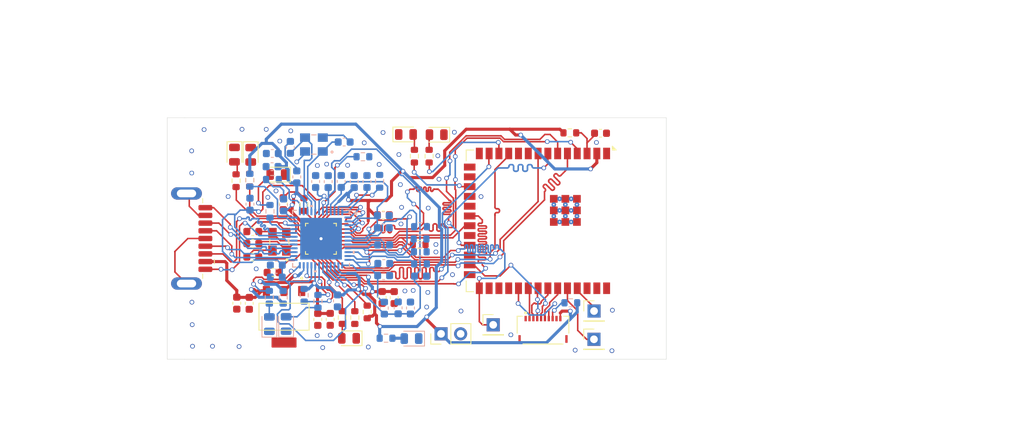
<source format=kicad_pcb>
(kicad_pcb (version 20241229) (generator "pcbnew") (generator_version "9.0")
  (layers (0 "F.Cu" signal) (2 "B.Cu" signal) (13 "F.Paste" user) (15 "B.Paste" user) (5 "F.SilkS" user "F.Silkscreen") (7 "B.SilkS" user "B.Silkscreen") (1 "F.Mask" user) (3 "B.Mask" user) (25 "Edge.Cuts" user))
  (net 0 "")
  (net 1 "GND")
  (net 2 "Net-(U4-XTAL2)")
  (net 3 "Net-(U4-XTAL1{slash}CLKLN)")
  (net 4 "Net-(U2A-XO)")
  (net 5 "Net-(U2A-REF_FILT)")
  (net 6 "Net-(U2A-VDD25_REG_OUT)")
  (net 7 "Net-(U2A-VDD12_SW_OUT)")
  (net 8 "/3.3V")
  (net 9 "Net-(D1-A)")
  (net 10 "Net-(D3-A)")
  (net 11 "Net-(D4-A)")
  (net 12 "Net-(D5-A)")
  (net 13 "Net-(D6-A)")
  (net 14 "Net-(U2A-XI)")
  (net 15 "Net-(U1-MTCK{slash}IO39)")
  (net 16 "Net-(J11-Pin_1)")
  (net 17 "Net-(U1-IO13)")
  (net 18 "Net-(J1-Pin_1)")
  (net 19 "Net-(U2A-PME_N{slash}GPIO4)")
  (net 20 "Net-(U2A-USBRBIAS)")
  (net 21 "Net-(U2A-RESET_N{slash}PME_CLEAR)")
  (net 22 "Net-(U2A-PME_MODE{slash}GPIO7)")
  (net 23 "Net-(U4-RBIAS)")
  (net 24 "Net-(U2A-SUSPEND_N{slash}LED2{slash}GPIO5)")
  (net 25 "Net-(U2A-LED3{slash}GPIO6)")
  (net 26 "Net-(U2A-EEDO{slash}LED0{slash}GPIO2)")
  (net 27 "Net-(U2A-EECS{slash}GPIO0)")
  (net 28 "Net-(U2A-REF_REXT)")
  (net 41 "Net-(U1-IO21)")
  (net 42 "Net-(U4-VDDCR)")
  (net 43 "Net-(J2-VBUS)")
  (net 44 "Net-(U1-IO18)")
  (net 45 "Net-(J3-Pin_1)")
  (net 46 "Net-(U1-IO15)")
  (net 47 "Net-(U2A-TR0P)")
  (net 48 "Net-(U2A-TR0N)")
  (net 49 "Net-(U2A-TR1N)")
  (net 50 "Net-(U2A-TR1P)")
  (net 51 "Net-(U1-USB_D-{slash}IO19)")
  (net 52 "Net-(U2B-VDD12_SW_FB)")
  (net 53 "Net-(U1-EN)")
  (net 54 "Net-(D8-A)")
  (net 55 "Net-(D9-A)")
  (net 56 "Net-(D10-A)")
  (net 57 "Net-(D11-A)")
  (net 58 "Net-(U1-MTDI{slash}IO41)")
  (net 59 "Net-(U1-IO48)")
  (net 61 "Net-(J5-Pad8)")
  (net 62 "Net-(U1-MTDO{slash}IO40)")
  (net 63 "Net-(U1-IO38)")
  (net 64 "Net-(U1-MTMS{slash}IO42)")
  (net 65 "Net-(U1-IO8)")
  (net 66 "Net-(U1-IO9)")
  (net 67 "Net-(U4-LED1{slash}REGOFF)")
  (net 68 "Net-(U4-LED2{slash}~{NINTSEL})")
  (net 69 "Net-(U2A-VBUS_DET)")
  (net 70 "Net-(U2A-TR3P)")
  (net 71 "Net-(U2A-TR3N)")
  (net 72 "Net-(U2A-TR2P)")
  (net 73 "Net-(U2A-TR2N)")
  (net 74 "Net-(U2A-EEDI{slash}GPIO1)")
  (net 75 "Net-(U1-IO12)")
  (net 76 "Net-(U1-IO4)")
  (net 77 "Net-(U1-IO7)")
  (net 78 "Net-(U1-IO6)")
  (net 80 "Net-(U1-IO5)")
  (net 81 "Net-(U2A-EECLK{slash}LED1{slash}GPIO3)")
  (net 82 "Net-(J2-SSRX+)")
  (net 83 "Net-(J2-D+)")
  (net 84 "Net-(J2-SSTX-)")
  (net 85 "Net-(J2-SSRX-)")
  (net 86 "Net-(J2-D-)")
  (net 87 "Net-(J2-SSTX+)")
  (footprint "Diode_SMD:D_0805_2012Metric" (layer "F.Cu") (at 94.64 97.6 180)
    (property "Reference" "D4" (hide yes))
    (property "Value" "LED" (hide yes))
  )
  (footprint "RF_Module:ESP32-S3-WROOM-2" (layer "F.Cu") (at 132.08 103.61 -90)
    (property "Reference" "U1" (hide yes))
    (property "Value" "ESP32-S3-WROOM-2 Micro-controleur" (hide yes))
  )
  (footprint "Capacitor_SMD:C_0603_1608Metric" (layer "F.Cu") (at 108.38 102.84 180)
    (property "Reference" "C27" (hide yes))
    (property "Value" "100nF" (hide yes))
  )
  (footprint "Resistor_SMD:R_0603_1608Metric" (layer "F.Cu") (at 114.32 95.21 90)
    (property "Reference" "R2" (hide yes))
    (property "Value" "330Ω" (hide yes))
  )
  (footprint "Resistor_SMD:R_0603_1608Metric" (layer "F.Cu") (at 91.05 98.31 90)
    (property "Reference" "R14" (hide yes))
    (property "Value" "270Ω" (hide yes))
  )
  (footprint "Diode_SMD:D_0805_2012Metric" (layer "F.Cu") (at 115.3 92.42 180)
    (property "Reference" "D8" (hide yes))
    (property "Value" "LED" (hide yes))
  )
  (footprint "Resistor_SMD:R_0603_1608Metric" (layer "F.Cu") (at 103.06 116.16 -90)
    (property "Reference" "R20" (hide yes))
    (property "Value" "330Ω" (hide yes))
  )
  (footprint "Capacitor_SMD:C_0603_1608Metric" (layer "F.Cu") (at 90.99 114.32 -90)
    (property "Reference" "C19" (hide yes))
    (property "Value" "100nF" (hide yes))
  )
  (footprint "Resistor_SMD:R_0603_1608Metric" (layer "F.Cu") (at 113.03 106.68)
    (property "Reference" "R3" (hide yes))
    (property "Value" "10KΩ" (hide yes))
  )
  (footprint "Resistor_SMD:R_0603_1608Metric" (layer "F.Cu") (at 104.68 116.17 90)
    (property "Reference" "R21" (hide yes))
    (property "Value" "10KΩ" (hide yes))
  )
  (footprint "Capacitor_SMD:C_0603_1608Metric" (layer "F.Cu") (at 136.55 92.23 180)
    (property "Reference" "C25" (hide yes))
    (property "Value" "1µF" (hide yes))
  )
  (footprint "Capacitor_SMD:C_0603_1608Metric" (layer "F.Cu") (at 95.4 101.375 -90)
    (property "Reference" "C26" (hide yes))
    (property "Value" "100nF" (hide yes))
  )
  (footprint "Diode_SMD:D_0805_2012Metric" (layer "F.Cu") (at 89.07 95.01 -90)
    (property "Reference" "D10" (hide yes))
    (property "Value" "LED" (hide yes))
  )
  (footprint "AMS1117-3.3:SOT229P700X180-4N" (layer "F.Cu") (at 95.5 116.0625 -90)
    (property "Reference" "U5" (hide yes))
    (property "Value" "AMS1117-3.3" (hide yes))
  )
  (footprint "Resistor_SMD:R_0603_1608Metric" (layer "F.Cu") (at 89.28 98.39 90)
    (property "Reference" "R13" (hide yes))
    (property "Value" "270Ω" (hide yes))
  )
  (footprint "Resistor_SMD:R_0603_1608Metric" (layer "F.Cu") (at 112.41 95.21 90)
    (property "Reference" "R11" (hide yes))
    (property "Value" "330Ω" (hide yes))
  )
  (footprint "Capacitor_SMD:C_0603_1608Metric" (layer "F.Cu") (at 91.45 108.3 180)
    (property "Reference" "C9" (hide yes))
    (property "Value" "470pF" (hide yes))
  )
  (footprint "Connector_PinHeader_2.54mm:PinHeader_1x01_P2.54mm_Vertical" (layer "F.Cu") (at 122.63 117.11)
    (property "Reference" "J11" (hide yes))
    (property "Value" "Conn_01x01_Pin" (hide yes))
  )
  (footprint "Diode_SMD:D_0805_2012Metric" (layer "F.Cu") (at 111.31 92.39)
    (property "Reference" "D9" (hide yes))
    (property "Value" "LED" (hide yes))
  )
  (footprint "Capacitor_SMD:C_0603_1608Metric" (layer "F.Cu") (at 108.23 113.56 90)
    (property "Reference" "C29" (hide yes))
    (property "Value" "100nF" (hide yes))
  )
  (footprint "Connector_PinHeader_2.54mm:PinHeader_1x01_P2.54mm_Vertical" (layer "F.Cu") (at 135.7 118.99)
    (property "Reference" "J3" (hide yes))
    (property "Value" "Conn_01x01_Pin" (hide yes))
  )
  (footprint "Connector_USB:USB3_A_Plug_Wuerth_692112030100_Horizontal" (layer "F.Cu") (at 74.45 105.9 180)
    (property "Reference" "J2" (hide yes))
    (property "Value" "USB3_A Port USB" (hide yes))
  )
  (footprint "Resistor_SMD:R_0603_1608Metric" (layer "F.Cu") (at 132.57 92.18)
    (property "Reference" "R12" (hide yes))
    (property "Value" "10KΩ" (hide yes))
  )
  (footprint "Capacitor_SMD:C_0603_1608Metric" (layer "F.Cu") (at 89.37 114.3 -90)
    (property "Reference" "C1" (hide yes))
    (property "Value" "22µF" (hide yes))
  )
  (footprint "Capacitor_SMD:C_0603_1608Metric" (layer "F.Cu") (at 99.88 116.41 -90)
    (property "Reference" "C3" (hide yes))
    (property "Value" "22µF" (hide yes))
  )
  (footprint "Capacitor_SMD:C_0603_1608Metric" (layer "F.Cu") (at 91.45 105 180)
    (property "Reference" "C4" (hide yes))
    (property "Value" "22pF" (hide yes))
  )
  (footprint "Capacitor_SMD:C_0603_1608Metric" (layer "F.Cu") (at 91.45 106.55)
    (property "Reference" "C5" (hide yes))
    (property "Value" "22pF" (hide yes))
  )
  (footprint "Resistor_SMD:R_0603_1608Metric" (layer "F.Cu") (at 106.29 115.44 90)
    (property "Reference" "R27" (hide yes))
    (property "Value" "10KΩ" (hide yes))
  )
  (footprint "Diode_SMD:D_0805_2012Metric" (layer "F.Cu") (at 103.93 118.86 180)
    (property "Reference" "D5" (hide yes))
    (property "Value" "LED" (hide yes))
  )
  (footprint "Capacitor_SMD:C_0603_1608Metric" (layer "F.Cu") (at 101.49 116.4 -90)
    (property "Reference" "C2" (hide yes))
    (property "Value" "100nF" (hide yes))
  )
  (footprint "Diode_SMD:D_0805_2012Metric" (layer "F.Cu") (at 91.18 95.03 -90)
    (property "Reference" "D11" (hide yes))
    (property "Value" "LED" (hide yes))
  )
  (footprint "Connector_PinHeader_2.54mm:PinHeader_1x02_P2.54mm_Vertical" (layer "F.Cu") (at 115.865 118.28 90)
    (property "Reference" "J4" (hide yes))
    (property "Value" "Conn_01x02_Pin" (hide yes))
  )
  (footprint "Resistor_SMD:R_0603_1608Metric" (layer "F.Cu") (at 98.08 101.49 90)
    (property "Reference" "R10" (hide yes))
    (property "Value" "12.1KΩ" (hide yes))
  )
  (footprint "LAN8720A:QFN50P400X400X100-25N" (layer "F.Cu") (at 100.285 105.94)
    (property "Reference" "U4" (hide yes))
    (property "Value" "LAN8720A-CP PHY pour la communication RMII" (hide yes))
  )
  (footprint "Crystal SMB 25MHz 3225:XTAL_ECS-250-18-33Q-DS" (layer "F.Cu") (at 94.9 106.325 90)
    (property "Reference" "Y3" (hide yes))
    (property "Value" "ECS-250-18-33Q-DS" (hide yes))
  )
  (footprint "Capacitor_SMD:C_0603_1608Metric" (layer "F.Cu") (at 94.08 110.31 180)
    (property "Reference" "C8" (hide yes))
    (property "Value" "1µF" (hide yes))
  )
  (footprint "Capacitor_SMD:C_0603_1608Metric" (layer "F.Cu") (at 109.79 113.57 90)
    (property "Reference" "C28" (hide yes))
    (property "Value" "1µF" (hide yes))
  )
  (footprint "MOLEX5034801000:MOLEX_5034801000" (layer "F.Cu") (at 129.09 116.3)
    (property "Reference" "J5" (hide yes))
    (property "Value" "Molex5034801000 - Connecteur pour le capteur digital" (hide yes))
  )
  (footprint "Connector_PinHeader_2.54mm:PinHeader_1x01_P2.54mm_Vertical" (layer "F.Cu") (at 135.71 115.32)
    (property "Reference" "J1" (hide yes))
    (property "Value" "Conn_01x01_Pin" (hide yes))
  )
  (footprint "Resistor_SMD:R_0603_1608Metric" (layer "B.Cu") (at 98.11 113.27 -90)
    (property "Reference" "R6" (hide yes))
    (property "Value" "10KΩ" (hide yes))
  )
  (footprint "Resistor_SMD:R_0603_1608Metric" (layer "B.Cu") (at 91.06 98.33 -90)
    (property "Reference" "R8" (hide yes))
    (property "Value" "10KΩ" (hide yes))
  )
  (footprint "Resistor_SMD:R_0603_1608Metric" (layer "B.Cu") (at 105.73 95.28 180)
    (property "Reference" "R9" (hide yes))
    (property "Value" "10KΩ" (hide yes))
  )
  (footprint "Capacitor_SMD:C_0603_1608Metric" (layer "B.Cu") (at 111.9 114.925 90)
    (property "Reference" "C11" (hide yes))
    (property "Value" "1µF" (hide yes))
  )
  (footprint "Diode_SMD:D_0805_2012Metric" (layer "B.Cu") (at 95.77 117 90)
    (property "Reference" "D6" (hide yes))
    (property "Value" "LED" (hide yes))
  )
  (footprint "Capacitor_SMD:C_0603_1608Metric" (layer "B.Cu") (at 108.42 106.73)
    (property "Reference" "C30" (hide yes))
    (property "Value" "0.1µF" (hide yes))
  )
  (footprint "Resistor_SMD:R_0603_1608Metric" (layer "B.Cu") (at 132.7 114.25 180)
    (property "Reference" "R1" (hide yes))
    (property "Value" "10KΩ" (hide yes))
  )
  (footprint "Capacitor_SMD:C_0603_1608Metric" (layer "B.Cu") (at 94.5 109.36 180)
    (property "Reference" "C13" (hide yes))
    (property "Value" "0.1µF" (hide yes))
  )
  (footprint "Resistor_SMD:R_0603_1608Metric" (layer "B.Cu") (at 108.73 118.85)
    (property "Reference" "R4" (hide yes))
    (property "Value" "330Ω" (hide yes))
  )
  (footprint "Diode_SMD:D_0805_2012Metric" (layer "B.Cu") (at 112.03 118.9 180)
    (property "Reference" "D1" (hide yes))
    (property "Value" "LED" (hide yes))
  )
  (footprint "Capacitor_SMD:C_0603_1608Metric" (layer "B.Cu") (at 94.49 110.93)
    (property "Reference" "C17" (hide yes))
    (property "Value" "0.1µF" (hide yes))
  )
  (footprint "Capacitor_SMD:C_0603_1608Metric" (layer "B.Cu") (at 91.08 101.44 90)
    (property "Reference" "C14" (hide yes))
    (property "Value" "0.1µF" (hide yes))
  )
  (footprint "Capacitor_SMD:C_0603_1608Metric" (layer "B.Cu") (at 97.15 97.9 90)
    (property "Reference" "C34" (hide yes))
    (property "Value" "0.1µF" (hide yes))
  )
  (footprint "Resistor_SMD:R_0603_1608Metric" (layer "B.Cu") (at 107.9 98.47 -90)
    (property "Reference" "R26" (hide yes))
    (property "Value" "2KΩ" (hide yes))
  )
  (footprint "Capacitor_SMD:C_0603_1608Metric" (layer "B.Cu") (at 113.2 110.79)
    (property "Reference" "C21" (hide yes))
    (property "Value" "0.1µF" (hide yes))
  )
  (footprint "Resistor_SMD:R_0603_1608Metric" (layer "B.Cu") (at 113.2 109.19 180)
    (property "Reference" "R18" (hide yes))
    (property "Value" "10KΩ" (hide yes))
  )
  (footprint "Capacitor_SMD:C_0603_1608Metric" (layer "B.Cu") (at 101.23 98.51 90)
    (property "Reference" "C16" (hide yes))
    (property "Value" "0.1µF" (hide yes))
  )
  (footprint "Capacitor_SMD:C_0603_1608Metric" (layer "B.Cu") (at 106.26 98.5 -90)
    (property "Reference" "C10" (hide yes))
    (property "Value" "1uF" (hide yes))
  )
  (footprint "Resistor_SMD:R_0603_1608Metric" (layer "B.Cu") (at 113.17 107.63 180)
    (property "Reference" "R16" (hide yes))
    (property "Value" "10KΩ" (hide yes))
  )
  (footprint "LAN7800:48SQFN-5304-7X7B_MCH" (layer "B.Cu") (at 100.3 105.9256 180)
    (property "Reference" "U2" (hide yes))
    (property "Value" "LAN7800-I/Y9X Controleur USB to Ethernet" (hide yes))
  )
  (footprint "Capacitor_SMD:C_0603_1608Metric" (layer "B.Cu") (at 102.43 114 -90)
    (property "Reference" "C32" (hide yes))
    (property "Value" "0.1µF" (hide yes))
  )
  (footprint "Capacitor_SMD:C_0603_1608Metric" (layer "B.Cu") (at 93.98 94.86)
    (property "Reference" "C36" (hide yes))
    (property "Value" "22µF" (hide yes))
  )
  (footprint "Resistor_SMD:R_0603_1608Metric" (layer "B.Cu") (at 95.39 113.53 90)
    (property "Reference" "R15" (hide yes))
    (property "Value" "1KΩ" (hide yes))
  )
  (footprint "Capacitor_SMD:C_0603_1608Metric" (layer "B.Cu") (at 104.6 98.51 -90)
    (property "Reference" "C37" (hide yes))
    (property "Value" "0.1µF" (hide yes))
  )
  (footprint "Capacitor_SMD:C_0603_1608Metric" (layer "B.Cu") (at 102.92 98.49 90)
    (property "Reference" "C23" (hide yes))
    (property "Value" "1µF" (hide yes))
  )
  (footprint "Capacitor_SMD:C_0603_1608Metric" (layer "B.Cu") (at 108.44 109.15)
    (property "Reference" "C31" (hide yes))
    (property "Value" "0.1µF" (hide yes))
  )
  (footprint "Capacitor_SMD:C_0603_1608Metric" (layer "B.Cu") (at 99.6 98.5 90)
    (property "Reference" "C15" (hide yes))
    (property "Value" "0.1µF" (hide yes))
  )
  (footprint "Capacitor_SMD:C_0603_1608Metric" (layer "B.Cu") (at 95.44 101.55 90)
    (property "Reference" "C33" (hide yes))
    (property "Value" "0.1µF" (hide yes))
  )
  (footprint "Crystal SMB 25MHz 3225:XTAL_ECS-250-18-33Q-DS" (layer "B.Cu") (at 99.375 93.7 180)
    (property "Reference" "Y1" (hide yes))
    (property "Value" "ECS-250-18-33Q-DS" (hide yes))
  )
  (footprint "Capacitor_SMD:C_0603_1608Metric" (layer "B.Cu") (at 108.38 104.51)
    (property "Reference" "C24" (hide yes))
    (property "Value" "0.1µF" (hide yes))
  )
  (footprint "Resistor_SMD:R_0603_1608Metric" (layer "B.Cu") (at 93.59 113.53 90)
    (property "Reference" "R17" (hide yes))
    (property "Value" "330Ω" (hide yes))
  )
  (footprint "Capacitor_SMD:C_0603_1608Metric" (layer "B.Cu") (at 108.37 102.93)
    (property "Reference" "C20" (hide yes))
    (property "Value" "0.1µF" (hide yes))
  )
  (footprint "Inductor_SMD:L_0603_1608Metric" (layer "B.Cu") (at 108.51 114.935 90)
    (property "Reference" "L1" (hide yes))
    (property "Value" "3.3µH" (hide yes))
  )
  (footprint "Capacitor_SMD:C_0603_1608Metric" (layer "B.Cu") (at 108.42 110.72)
    (property "Reference" "C12" (hide yes))
    (property "Value" "10µF" (hide yes))
  )
  (footprint "Capacitor_SMD:C_0603_1608Metric" (layer "B.Cu") (at 96.32 94.06 -90)
    (property "Reference" "C7" (hide yes))
    (property "Value" "22pF" (hide yes))
  )
  (footprint "Capacitor_SMD:C_0603_1608Metric" (layer "B.Cu") (at 93.95 96.57)
    (property "Reference" "C35" (hide yes))
    (property "Value" "0.1µF" (hide yes))
  )
  (footprint "Resistor_SMD:R_0603_1608Metric" (layer "B.Cu") (at 93.675 102.375 90)
    (property "Reference" "R19" (hide yes))
    (property "Value" "330Ω" (hide yes))
  )
  (footprint "Capacitor_SMD:C_0603_1608Metric" (layer "B.Cu") (at 110.3 114.905 90)
    (property "Reference" "C18" (hide yes))
    (property "Value" "10µF" (hide yes))
  )
  (footprint "Diode_SMD:D_0805_2012Metric" (layer "B.Cu") (at 93.6 117.0225 90)
    (property "Reference" "D3" (hide yes))
    (property "Value" "LED" (hide yes))
  )
  (footprint "Resistor_SMD:R_0603_1608Metric" (layer "B.Cu") (at 113.14 105.96 180)
    (property "Reference" "R25" (hide yes))
    (property "Value" "10KΩ" (hide yes))
  )
  (footprint "Resistor_SMD:R_0603_1608Metric" (layer "B.Cu") (at 113.2 104.37 180)
    (property "Reference" "R24" (hide yes))
    (property "Value" "10KΩ" (hide yes))
  )
  (footprint "Capacitor_SMD:C_0603_1608Metric" (layer "B.Cu") (at 103.3 93.375)
    (property "Reference" "C6" (hide yes))
    (property "Value" "22pF" (hide yes))
  )
  (footprint "Resistor_SMD:R_0603_1608Metric" (layer "B.Cu") (at 93.99 98.24 180)
    (property "Reference" "R7" (hide yes))
    (property "Value" "12KΩ" (hide yes))
  )
  (footprint "Resistor_SMD:R_0603_1608Metric" (layer "B.Cu") (at 99.9 114.05 90)
    (property "Reference" "R23" (hide yes))
    (property "Value" "330Ω" (hide yes))
  )
  (gr_line (start 82.61 121.575) (end 145.09 121.575) (stroke (width 0.05)) (layer "Edge.Cuts"))
  (gr_line (start 145.09 121.575) (end 145.09 90.225) (stroke (width 0.05)) (layer "Edge.Cuts"))
  (gr_line (start 80.35 90.225) (end 80.35 121.575) (stroke (width 0.05)) (layer "Edge.Cuts"))
  (gr_line (start 145.09 90.225) (end 82.61 90.225) (stroke (width 0.05)) (layer "Edge.Cuts"))
  (gr_line (start 82.61 121.575) (end 80.35 121.575) (stroke (width 0.05)) (layer "Edge.Cuts"))
  (gr_line (start 82.61 90.225) (end 80.35 90.225) (stroke (width 0.05)) (layer "Edge.Cuts"))
  (segment (start 81.35 110.25) (end 82.85 111.75) (width 0.2) (layer "F.Cu") (net 1))
  (segment (start 95.65 103.875) (end 94.725 103.875) (width 0.2) (layer "F.Cu") (net 1))
  (segment (start 94.725 103.875) (end 94.6 103.75) (width 0.2) (layer "F.Cu") (net 1))
  (segment (start 85.3 102.9) (end 84.4 102.9) (width 0.2) (layer "F.Cu") (net 1))
  (segment (start 94.6 103.75) (end 91.925 103.75) (width 0.2) (layer "F.Cu") (net 1))
  (segment (start 94.825 104.075) (end 94.825 103.875) (width 0.2) (layer "F.Cu") (net 1))
  (segment (start 81.35 107.62) (end 81.35 110.25) (width 0.2) (layer "F.Cu") (net 1))
  (segment (start 93.95 107.425) (end 91.55 107.425) (width 0.2) (layer "F.Cu") (net 1))
  (segment (start 95.4 100.6) (end 96.135882 99.864118) (width 0.2) (layer "F.Cu") (net 1))
  (segment (start 83.21 101.71) (end 83.21 100.05) (width 0.2) (layer "F.Cu") (net 1))
  (segment (start 81.33 107.6) (end 81.35 107.62) (width 0.2) (layer "F.Cu") (net 1))
  (segment (start 83.03 105.9) (end 81.33 107.6) (width 0.2) (layer "F.Cu") (net 1))
  (segment (start 91.55 107.425) (end 90.675 108.3) (width 0.2) (layer "F.Cu") (net 1))
  (segment (start 94 107.475) (end 93.95 107.425) (width 0.2) (layer "F.Cu") (net 1))
  (segment (start 96.135882 99.864118) (end 97.279118 99.864118) (width 0.2) (layer "F.Cu") (net 1))
  (segment (start 95.8 105.05) (end 94.825 104.075) (width 0.2) (layer "F.Cu") (net 1))
  (segment (start 91.925 103.75) (end 90.675 105) (width 0.2) (layer "F.Cu") (net 1))
  (segment (start 97.279118 99.864118) (end 98.08 100.665) (width 0.2) (layer "F.Cu") (net 1))
  (segment (start 84.4 102.9) (end 83.21 101.71) (width 0.2) (layer "F.Cu") (net 1))
  (segment (start 85.3 105.9) (end 83.03 105.9) (width 0.2) (layer "F.Cu") (net 1))
  (segment (start 95.8 105.175) (end 95.8 105.05) (width 0.2) (layer "F.Cu") (net 1))
  (via (at 110.67 104.01) (size 0.6) (drill 0.4) (layers "F.Cu" "B.Cu") (net 1))
  (via (at 110.744 101.854) (size 0.6) (drill 0.4) (layers "F.Cu" "B.Cu") (net 1))
  (via (at 112.25 112.65) (size 0.6) (drill 0.4) (layers "F.Cu" "B.Cu") (net 1))
  (via (at 100.3 105.9256) (size 0.6) (drill 0.4) (layers "F.Cu" "B.Cu") (net 1))
  (via (at 107.84 96.28) (size 0.6) (drill 0.4) (layers "F.Cu" "B.Cu") (net 1))
  (via (at 93.19 91.73) (size 0.6) (drill 0.4) (layers "F.Cu" "B.Cu") (net 1))
  (via (at 110.59 98.9) (size 0.6) (drill 0.4) (layers "F.Cu" "B.Cu") (net 1))
  (via (at 83.63 119.89) (size 0.6) (drill 0.4) (layers "F.Cu" "B.Cu") (net 1))
  (via (at 114 114.8) (size 0.6) (drill 0.4) (layers "F.Cu" "B.Cu") (net 1))
  (via (at 90.05 91.72) (size 0.6) (drill 0.4) (layers "F.Cu" "B.Cu") (net 1))
  (via (at 138.03 120.475) (size 0.6) (drill 0.4) (layers "F.Cu" "B.Cu") (net 1))
  (via (at 115.2 107.65) (size 0.6) (drill 0.4) (layers "F.Cu" "B.Cu") (net 1))
  (via (at 136.02 93.43) (size 0.6) (drill 0.4) (layers "F.Cu" "B.Cu") (net 1))
  (via (at 88.25 100.45) (size 0.6) (drill 0.4) (layers "F.Cu" "B.Cu") (net 1))
  (via (at 106.43 119.99) (size 0.6) (drill 0.4) (layers "F.Cu" "B.Cu") (net 1))
  (via (at 110.4 95) (size 0.6) (drill 0.4) (layers "F.Cu" "B.Cu") (net 1))
  (via (at 91.89 109.84) (size 0.6) (drill 0.4) (layers "F.Cu" "B.Cu") (net 1))
  (via (at 114.2 101.95) (size 0.6) (drill 0.4) (layers "F.Cu" "B.Cu") (net 1))
  (via (at 100.52 120.07) (size 0.6) (drill 0.4) (layers "F.Cu" "B.Cu") (net 1))
  (via (at 117.59 92.1) (size 0.6) (drill 0.4) (layers "F.Cu" "B.Cu") (net 1))
  (via (at 115.45 95.15) (size 0.6) (drill 0.4) (layers "F.Cu" "B.Cu") (net 1))
  (via (at 111.18 112.71) (size 0.6) (drill 0.4) (layers "F.Cu" "B.Cu") (net 1))
  (via (at 95.65 103.875) (size 0.6) (drill 0.4) (layers "F.Cu" "B.Cu") (net 1))
  (via (at 115.2 106.68) (size 0.6) (drill 0.4) (layers "F.Cu" "B.Cu") (net 1))
  (via (at 96.375 91.925) (size 0.6) (drill 0.4) (layers "F.Cu" "B.Cu") (net 1))
  (via (at 99.8 118.5) (size 0.6) (drill 0.4) (layers "F.Cu" "B.Cu") (net 1))
  (via (at 85.13 91.76) (size 0.6) (drill 0.4) (layers "F.Cu" "B.Cu") (net 1))
  (via (at 138.09 115.21) (size 0.6) (drill 0.4) (layers "F.Cu" "B.Cu") (net 1))
  (via (at 114.15 112.9) (size 0.6) (drill 0.4) (layers "F.Cu" "B.Cu") (net 1))
  (via (at 133.26 120.4) (size 0.6) (drill 0.4) (layers "F.Cu" "B.Cu") (net 1))
  (via (at 117.35 110.6) (size 0.6) (drill 0.4) (layers "F.Cu" "B.Cu") (net 1))
  (via (at 89.67 119.93) (size 0.6) (drill 0.4) (layers "F.Cu" "B.Cu") (net 1))
  (via (at 118.45 115.32) (size 0.6) (drill 0.4) (layers "F.Cu" "B.Cu") (net 1))
  (via (at 108.34 92.14) (size 0.6) (drill 0.4) (layers "F.Cu" "B.Cu") (net 1))
  (via (at 94.95 93.25) (size 0.6) (drill 0.4) (layers "F.Cu" "B.Cu") (net 1))
  (via (at 101.49 118.45) (size 0.6) (drill 0.4) (layers "F.Cu" "B.Cu") (net 1))
  (via (at 93.4 100.55) (size 0.6) (drill 0.4) (layers "F.Cu" "B.Cu") (net 1))
  (via (at 121.05 100.46) (size 0.6) (drill 0.4) (layers "F.Cu" "B.Cu") (net 1))
  (via (at 101.03 96.24) (size 0.6) (drill 0.4) (layers "F.Cu" "B.Cu") (net 1))
  (via (at 83.53 97.4) (size 0.6) (drill 0.4) (layers "F.Cu" "B.Cu") (net 1))
  (via (at 86.22 119.89) (size 0.6) (drill 0.4) (layers "F.Cu" "B.Cu") (net 1))
  (via (at 124.92 118.41) (size 0.6) (drill 0.4) (layers "F.Cu" "B.Cu") (net 1))
  (via (at 99.825 96.425) (size 0.6) (drill 0.4) (layers "F.Cu" "B.Cu") (net 1))
  (via (at 97.15 95.95) (size 0.6) (drill 0.4) (layers "F.Cu" "B.Cu") (net 1))
  (via (at 94.46 99.72) (size 0.6) (drill 0.4) (layers "F.Cu" "B.Cu") (net 1))
  (via (at 105.9 93.475) (size 0.6) (drill 0.4) (layers "F.Cu" "B.Cu") (net 1))
  (via (at 83.55 114.17) (size 0.6) (drill 0.4) (layers "F.Cu" "B.Cu") (net 1))
  (via (at 83.59 117.09) (size 0.6) (drill 0.4) (layers "F.Cu" "B.Cu") (net 1))
  (via (at 103.75 96.39) (size 0.6) (drill 0.4) (layers "F.Cu" "B.Cu") (net 1))
  (via (at 115.6 98.2) (size 0.6) (drill 0.4) (layers "F.Cu" "B.Cu") (net 1))
  (via (at 83.52 94.52) (size 0.6) (drill 0.4) (layers "F.Cu" "B.Cu") (net 1))
  (segment (start 95.645 95.242276) (end 95.645 93.96) (width 0.2) (layer "B.Cu") (net 1))
  (segment (start 97.15 96.747276) (end 95.645 95.242276) (width 0.2) (layer "B.Cu") (net 1))
  (segment (start 95.950601 104.175601) (end 96.8456 104.175601) (width 0.2) (layer "B.Cu") (net 1))
  (segment (start 95.44 100.775) (end 95.44 99.66) (width 0.2) (layer "B.Cu") (net 1))
  (segment (start 98.225 94.875) (end 98.225 94.6) (width 0.2) (layer "B.Cu") (net 1))
  (segment (start 94.105 99.18) (end 93.165 98.24) (width 0.2) (layer "B.Cu") (net 1))
  (segment (start 100.825 92.5) (end 100.525 92.8) (width 0.2) (layer "B.Cu") (net 1))
  (segment (start 103.2 92.5) (end 100.825 92.5) (width 0.2) (layer "B.Cu") (net 1))
  (segment (start 97.15 95.95) (end 98.225 94.875) (width 0.2) (layer "B.Cu") (net 1))
  (segment (start 97.15 97.125) (end 97.15 96.747276) (width 0.2) (layer "B.Cu") (net 1))
  (segment (start 95.65 103.875) (end 95.950601 104.175601) (width 0.2) (layer "B.Cu") (net 1))
  (segment (start 95.645 93.96) (end 96.32 93.285) (width 0.2) (layer "B.Cu") (net 1))
  (segment (start 104.075 93.375) (end 103.2 92.5) (width 0.2) (layer "B.Cu") (net 1))
  (segment (start 98.550001 104.175601) (end 96.8456 104.175601) (width 0.2) (layer "B.Cu") (net 1))
  (segment (start 94.96 99.18) (end 94.105 99.18) (width 0.2) (layer "B.Cu") (net 1))
  (segment (start 100.3 105.9256) (end 98.550001 104.175601) (width 0.2) (layer "B.Cu") (net 1))
  (segment (start 95.44 99.66) (end 94.96 99.18) (width 0.2) (layer "B.Cu") (net 1))
  (segment (start 94 105.175) (end 93.825 105) (width 0.2) (layer "F.Cu") (net 2))
  (segment (start 95.015 106.19) (end 94 105.175) (width 0.2) (layer "F.Cu") (net 2))
  (segment (start 98.35 106.19) (end 95.015 106.19) (width 0.2) (layer "F.Cu") (net 2))
  (segment (start 93.825 105) (end 92.225 105) (width 0.2) (layer "F.Cu") (net 2))
  (segment (start 92.475 106.3) (end 92.225 106.55) (width 0.2) (layer "F.Cu") (net 3))
  (segment (start 95.8 107.475) (end 94.625 106.3) (width 0.2) (layer "F.Cu") (net 3))
  (segment (start 94.625 106.3) (end 92.475 106.3) (width 0.2) (layer "F.Cu") (net 3))
  (segment (start 98.35 106.69) (end 96.585 106.69) (width 0.2) (layer "F.Cu") (net 3))
  (segment (start 96.585 106.69) (end 95.8 107.475) (width 0.2) (layer "F.Cu") (net 3))
  (segment (start 99.549999 102.4712) (end 99.549999 101.115737) (width 0.2) (layer "B.Cu") (net 4))
  (segment (start 100.525 94.6) (end 101.75 93.375) (width 0.2) (layer "B.Cu") (net 4))
  (segment (start 99.549999 101.115737) (end 98.57 100.135738) (width 0.2) (layer "B.Cu") (net 4))
  (segment (start 101.75 93.375) (end 102.525 93.375) (width 0.2) (layer "B.Cu") (net 4))
  (segment (start 98.57 100.135738) (end 98.57 96.555) (width 0.2) (layer "B.Cu") (net 4))
  (segment (start 98.57 96.555) (end 100.525 94.6) (width 0.2) (layer "B.Cu") (net 4))
  (segment (start 106.26 99.92) (end 106.26 99.275) (width 0.2) (layer "B.Cu") (net 5))
  (segment (start 103.7088 102.4712) (end 106.26 99.92) (width 0.2) (layer "B.Cu") (net 5))
  (segment (start 103.05 102.4712) (end 103.7088 102.4712) (width 0.2) (layer "B.Cu") (net 5))
  (segment (start 109.727276 103.35) (end 109.562276 103.515) (width 0.2) (layer "F.Cu") (net 6))
  (segment (start 106.57 108.01) (end 106.57 109.05) (width 0.2) (layer "F.Cu") (net 6))
  (segment (start 106.57 109.05) (end 106.43 109.19) (width 0.2) (layer "F.Cu") (net 6))
  (segment (start 111.785 103.085) (end 111.52 103.35) (width 0.2) (layer "F.Cu") (net 6))
  (segment (start 110.49 107.43) (end 106.49 107.43) (width 0.2) (layer "F.Cu") (net 6))
  (segment (start 107.655 103.515) (end 106.5 104.67) (width 0.2) (layer "F.Cu") (net 6))
  (segment (start 106.24 107.68) (end 106.57 108.01) (width 0.2) (layer "F.Cu") (net 6))
  (segment (start 110.53 107.47) (end 110.49 107.43) (width 0.2) (layer "F.Cu") (net 6))
  (segment (start 106.49 107.43) (end 106.24 107.68) (width 0.2) (layer "F.Cu") (net 6))
  (segment (start 109.562276 103.515) (end 107.655 103.515) (width 0.2) (layer "F.Cu") (net 6))
  (segment (start 111.52 103.35) (end 109.727276 103.35) (width 0.2) (layer "F.Cu") (net 6))
  (via (at 110.53 107.47) (size 0.6) (drill 0.4) (layers "F.Cu" "B.Cu") (net 6))
  (via (at 106.24 107.68) (size 0.6) (drill 0.4) (layers "F.Cu" "B.Cu") (net 6))
  (via (at 111.785 103.085) (size 0.6) (drill 0.4) (layers "F.Cu" "B.Cu") (net 6))
  (via (at 106.5 104.67) (size 0.6) (drill 0.4) (layers "F.Cu" "B.Cu") (net 6))
  (via (at 106.43 109.19) (size 0.6) (drill 0.4) (layers "F.Cu" "B.Cu") (net 6))
  (segment (start 106.66005 105.23) (end 106.5 105.06995) (width 0.2) (layer "B.Cu") (net 6))
  (segment (start 105.7356 107.1756) (end 105.69 107.1756) (width 0.2) (layer "B.Cu") (net 6))
  (segment (start 105.293398 103.27) (end 107.255 103.27) (width 0.2) (layer "B.Cu") (net 6))
  (segment (start 105.69 107.1756) (end 106.4294 107.1756) (width 0.2) (layer "B.Cu") (net 6))
  (segment (start 103.7544 108.6756) (end 104.4756 108.6756) (width 0.2) (layer "B.Cu") (net 6))
  (segment (start 104.1608 105.6756) (end 104.3608 105.8756) (width 0.2) (layer "B.Cu") (net 6))
  (segment (start 104.81 109.01) (end 105.43 109.63) (width 0.2) (layer "B.Cu") (net 6))
  (segment (start 103.7544 107.1756) (end 105.69 107.1756) (width 0.2) (layer "B.Cu") (net 6))
  (segment (start 107.114 105.23) (end 107.605 104.739) (width 0.2) (layer "B.Cu") (net 6))
  (segment (start 106.25 109.01) (end 106.43 109.19) (width 0.2) (layer "B.Cu") (net 6))
  (segment (start 111.45 103.42) (end 111.45 106.55) (width 0.2) (layer "B.Cu") (net 6))
  (segment (start 111.785 103.085) (end 111.45 103.42) (width 0.2) (layer "B.Cu") (net 6))
  (segment (start 104.3608 105.8756) (end 106.01445 105.8756) (width 0.2) (layer "B.Cu") (net 6))
  (segment (start 108.93 100.53) (end 107.595 101.865) (width 0.2) (layer "B.Cu") (net 6))
  (segment (start 106.4294 107.1756) (end 106.875 106.73) (width 0.2) (layer "B.Cu") (net 6))
  (segment (start 103.66 98.525) (end 108.317648 98.525) (width 0.2) (layer "B.Cu") (net 6))
  (segment (start 107.255 103.27) (end 107.595 102.93) (width 0.2) (layer "B.Cu") (net 6))
  (segment (start 106.24 107.68) (end 105.7356 107.1756) (width 0.2) (layer "B.Cu") (net 6))
  (segment (start 106.66005 105.23) (end 107.114 105.23) (width 0.2) (layer "B.Cu") (net 6))
  (segment (start 111.45 106.55) (end 110.53 107.47) (width 0.2) (layer "B.Cu") (net 6))
  (segment (start 104.4756 108.6756) (end 104.81 109.01) (width 0.2) (layer "B.Cu") (net 6))
  (segment (start 106.875 106.73) (end 107.645 106.73) (width 0.2) (layer "B.Cu") (net 6))
  (segment (start 106.01445 105.8756) (end 106.464314 105.425736) (width 0.2) (layer "B.Cu") (net 6))
  (segment (start 101.55 101.47) (end 102.92 100.1) (width 0.2) (layer "B.Cu") (net 6))
  (segment (start 102.92 100.1) (end 102.92 99.265) (width 0.2) (layer "B.Cu") (net 6))
  (segment (start 108.317648 98.525) (end 108.93 99.137352) (width 0.2) (layer "B.Cu") (net 6))
  (segment (start 101.55 102.4712) (end 101.55 101.47) (width 0.2) (layer "B.Cu") (net 6))
  (segment (start 107.595 101.865) (end 107.595 102.93) (width 0.2) (layer "B.Cu") (net 6))
  (segment (start 107.595 104.5) (end 107.605 104.51) (width 0.2) (layer "B.Cu") (net 6))
  (segment (start 106.464314 105.425736) (end 106.66005 105.23) (width 0.2) (layer "B.Cu") (net 6))
  (segment (start 106.5 105.06995) (end 106.5 104.67) (width 0.2) (layer "B.Cu") (net 6))
  (segment (start 107.595 102.93) (end 107.595 104.5) (width 0.2) (layer "B.Cu") (net 6))
  (segment (start 105.43 109.63) (end 107.185 109.63) (width 0.2) (layer "B.Cu") (net 6))
  (segment (start 103.7544 105.6756) (end 104.1608 105.6756) (width 0.2) (layer "B.Cu") (net 6))
  (segment (start 102.92 99.265) (end 103.66 98.525) (width 0.2) (layer "B.Cu") (net 6))
  (segment (start 104.81 109.01) (end 106.25 109.01) (width 0.2) (layer "B.Cu") (net 6))
  (segment (start 104.387798 104.175601) (end 105.291699 103.271699) (width 0.2) (layer "B.Cu") (net 6))
  (segment (start 107.185 109.63) (end 107.665 109.15) (width 0.2) (layer "B.Cu") (net 6))
  (segment (start 108.93 99.137352) (end 108.93 100.53) (width 0.2) (layer "B.Cu") (net 6))
  (segment (start 103.7544 104.175601) (end 104.387798 104.175601) (width 0.2) (layer "B.Cu") (net 6))
  (segment (start 105.291699 103.271699) (end 105.293398 103.27) (width 0.2) (layer "B.Cu") (net 6))
  (segment (start 107.605 104.739) (end 107.605 104.51) (width 0.2) (layer "B.Cu") (net 6))
  (segment (start 108.3055 114.1475) (end 108.51 114.1475) (width 0.2) (layer "B.Cu") (net 7))
  (segment (start 103.05 109.38) (end 104.377107 109.38) (width 0.2) (layer "B.Cu") (net 7))
  (segment (start 107.645 113.487) (end 108.3055 114.1475) (width 0.2) (layer "B.Cu") (net 7))
  (segment (start 107.645 110.72) (end 107.645 113.487) (width 0.2) (layer "B.Cu") (net 7))
  (segment (start 106.907 109.982) (end 107.645 110.72) (width 0.2) (layer "B.Cu") (net 7))
  (segment (start 104.377107 109.38) (end 104.979107 109.982) (width 0.2) (layer "B.Cu") (net 7))
  (segment (start 104.979107 109.982) (end 106.907 109.982) (width 0.2) (layer "B.Cu") (net 7))
  (segment (start 124.78 91.71) (end 125.53 92.46) (width 0.4) (layer "F.Cu") (net 8))
  (segment (start 104.928182 105.198) (end 105.383818 105.198) (width 0.2) (layer "F.Cu") (net 8))
  (segment (start 100.035 108.304999) (end 100.035 107.875) (width 0.2) (layer "F.Cu") (net 8))
  (segment (start 107.49 116.88) (end 107.49 115.912648) (width 0.4) (layer "F.Cu") (net 8))
  (segment (start 99.88 115.635) (end 101.48 115.635) (width 0.4) (layer "F.Cu") (net 8))
  (segment (start 109.78 112.785) (end 109.79 112.795) (width 0.4) (layer "F.Cu") (net 8))
  (segment (start 107.94 117.33) (end 107.49 116.88) (width 0.4) (layer "F.Cu") (net 8))
  (segment (start 106.63755 100.9675) (end 106.63005 100.96) (width 0.4) (layer "F.Cu") (net 8))
  (segment (start 135.26 96.87) (end 136.07 96.06) (width 0.4) (layer "F.Cu") (net 8))
  (segment (start 131.57 115.33) (end 131.33 115.57) (width 0.4) (layer "F.Cu") (net 8))
  (segment (start 116.34 94.5) (end 119.13 91.71) (width 0.4) (layer "F.Cu") (net 8))
  (segment (start 96.6975 111.52) (end 95.5 112.7175) (width 0.4) (layer "F.Cu") (net 8))
  (segment (start 106.426 102.02) (end 106.426 101.17905) (width 0.4) (layer "F.Cu") (net 8))
  (segment (start 96.55 101.54) (end 96.555 101.535) (width 0.4) (layer "F.Cu") (net 8))
  (segment (start 101.535 104.005) (end 103.735182 104.005) (width 0.2) (layer "F.Cu") (net 8))
  (segment (start 107.246 102.84) (end 106.426 102.02) (width 0.4) (layer "F.Cu") (net 8))
  (segment (start 105.706 104.875818) (end 105.706 104.621818) (width 0.2) (layer "F.Cu") (net 8))
  (segment (start 131.275 91.71) (end 131.745 92.18) (width 0.4) (layer "F.Cu") (net 8))
  (segment (start 106.426 103.901818) (end 106.426 103.632) (width 0.2) (layer "F.Cu") (net 8))
  (segment (start 97.84 111.52) (end 96.6975 111.52) (width 0.4) (layer "F.Cu") (net 8))
  (segment (start 124.78 91.71) (end 131.275 91.71) (width 0.4) (layer "F.Cu") (net 8))
  (segment (start 105.383818 105.198) (end 105.706 104.875818) (width 0.2) (layer "F.Cu") (net 8))
  (segment (start 96.732647 101.357353) (end 96.732647 100.414118) (width 0.4) (layer "F.Cu") (net 8))
  (segment (start 106.616623 113.143377) (end 105.796623 113.143377) (width 0.4) (layer "F.Cu") (net 8))
  (segment (start 114.01 116.425) (end 115.865 118.28) (width 0.4) (layer "F.Cu") (net 8))
  (segment (start 110.75 97.16) (end 109.44 98.47) (width 0.4) (layer "F.Cu") (net 8))
  (segment (start 99.24 111.52) (end 97.84 111.52) (width 0.4) (layer "F.Cu") (net 8))
  (segment (start 105.18995 100.97) (end 103.95 100.97) (width 0.4) (layer "F.Cu") (net 8))
  (segment (start 110.92 97.16) (end 110.75 97.16) (width 0.4) (layer "F.Cu") (net 8))
  (segment (start 99.845 112.58) (end 99.845 114.505) (width 0.4) (layer "F.Cu") (net 8))
  (segment (start 96.555 101.535) (end 96.732647 101.357353) (width 0.4) (layer "F.Cu") (net 8))
  (segment (start 99.43 111.71) (end 99.84 112.12) (width 0.4) (layer "F.Cu") (net 8))
  (segment (start 99.84 112.575) (end 99.845 112.58) (width 0.4) (layer "F.Cu") (net 8))
  (segment (start 114.77 97.99) (end 116.34 96.42) (width 0.4) (layer "F.Cu") (net 8))
  (segment (start 106.952648 115.99) (end 106.565 115.99) (width 0.4) (layer "F.Cu") (net 8))
  (segment (start 106.433377 113.143377) (end 105.796623 113.143377) (width 0.4) (layer "F.Cu") (net 8))
  (segment (start 99.845 114.505) (end 99.88 114.54) (width 0.4) (layer "F.Cu") (net 8))
  (segment (start 96.55 102.53) (end 96.55 101.54) (width 0.4) (layer "F.Cu") (net 8))
  (segment (start 107.605 102.84) (end 107.246 102.84) (width 0.4) (layer "F.Cu") (net 8))
  (segment (start 109.44 100.3) (end 108.7725 100.9675) (width 0.4) (layer "F.Cu") (net 8))
  (segment (start 108.215 112.8) (end 108.23 112.785) (width 0.4) (layer "F.Cu") (net 8))
  (segment (start 106.45 110.91) (end 106.22 110.68) (width 0.2) (layer "F.Cu") (net 8))
  (segment (start 114.01 116.08) (end 114.01 116.425) (width 0.4) (layer "F.Cu") (net 8))
  (segment (start 132.63 115.33) (end 131.57 115.33) (width 0.4) (layer "F.Cu") (net 8))
  (segment (start 105.146623 112.493377) (end 105.796623 113.143377) (width 0.4) (layer "F.Cu") (net 8))
  (segment (start 105.19995 100.96) (end 105.18995 100.97) (width 0.4) (layer "F.Cu") (net 8))
  (segment (start 108.23 112.785) (end 109.78 112.785) (width 0.4) (layer "F.Cu") (net 8))
  (segment (start 99.84 112.12) (end 99.84 112.575) (width 0.4) (layer "F.Cu") (net 8))
  (segment (start 116.34 96.42) (end 116.34 94.5) (width 0.4) (layer "F.Cu") (net 8))
  (segment (start 97.99 104.11) (end 97.99 103.97) (width 0.4) (layer "F.Cu") (net 8))
  (segment (start 107.26 115.682648) (end 106.952648 115.99) (width 0.4) (layer "F.Cu") (net 8))
  (segment (start 131.33 115.57) (end 131.34 115.58) (width 0.2) (layer "F.Cu") (net 8))
  (segment (start 107.49 115.912648) (end 107.26 115.682648) (width 0.4) (layer "F.Cu") (net 8))
  (segment (start 119.13 91.71) (end 124.78 91.71) (width 0.4) (layer "F.Cu") (net 8))
  (segment (start 107.26 113.97) (end 106.433377 113.143377) (width 0.4) (layer "F.Cu") (net 8))
  (segment (start 99.43 111.71) (end 99.24 111.52) (width 0.4) (layer "F.Cu") (net 8))
  (segment (start 99.88 114.54) (end 99.88 115.635) (width 0.4) (layer "F.Cu") (net 8))
  (segment (start 102.410001 110.68) (end 100.035 108.304999) (width 0.2) (layer "F.Cu") (net 8))
  (segment (start 106.63005 100.96) (end 105.19995 100.96) (width 0.4) (layer "F.Cu") (net 8))
  (segment (start 110.92 97.16) (end 111.75 97.99) (width 0.4) (layer "F.Cu") (net 8))
  (segment (start 107.26 115.682648) (end 107.26 113.97) (width 0.4) (layer "F.Cu") (net 8))
  (segment (start 106.96 112.8) (end 108.215 112.8) (width 0.4) (layer "F.Cu") (net 8))
  (segment (start 105.706 104.621818) (end 106.426 103.901818) (width 0.2) (layer "F.Cu") (net 8))
  (segment (start 136.07 96.06) (end 136.07 94.86) (width 0.4) (layer "F.Cu") (net 8))
  (segment (start 101.48 115.635) (end 101.49 115.625) (width 0.4) (layer "F.Cu") (net 8))
  (segment (start 97.99 104.11) (end 97.99 104.33) (width 0.2) (layer "F.Cu") (net 8))
  (segment (start 131.34 115.58) (end 131.34 116.3) (width 0.2) (layer "F.Cu") (net 8))
  (segment (start 97.99 103.97) (end 96.55 102.53) (width 0.4) (layer "F.Cu") (net 8))
  (segment (start 109.44 98.47) (end 109.44 100.3) (width 0.4) (layer "F.Cu") (net 8))
  (segment (start 106.565 115.99) (end 106.29 116.265) (width 0.4) (layer "F.Cu") (net 8))
  (segment (start 108.7725 100.9675) (end 106.63755 100.9675) (width 0.4) (layer "F.Cu") (net 8))
  (segment (start 106.22 110.68) (end 102.410001 110.68) (width 0.2) (layer "F.Cu") (net 8))
  (segment (start 103.735182 104.005) (end 104.928182 105.198) (width 0.2) (layer "F.Cu") (net 8))
  (segment (start 125.53 92.46) (end 126.2 92.46) (width 0.4) (layer "F.Cu") (net 8))
  (segment (start 103.95 100.97) (end 103.850735 100.870735) (width 0.4) (layer "F.Cu") (net 8))
  (segment (start 97.99 104.33) (end 98.35 104.69) (width 0.2) (layer "F.Cu") (net 8))
  (segment (start 106.426 103.632) (end 106.426 102.02) (width 0.4) (layer "F.Cu") (net 8))
  (segment (start 96.55 102.53) (end 96.17 102.15) (width 0.4) (layer "F.Cu") (net 8))
  (segment (start 96.17 102.15) (end 95.4 102.15) (width 0.4) (layer "F.Cu") (net 8))
  (segment (start 106.96 112.8) (end 106.616623 113.143377) (width 0.4) (layer "F.Cu") (net 8))
  (segment (start 106.426 101.17905) (end 106.63755 100.9675) (width 0.4) (layer "F.Cu") (net 8))
  (segment (start 111.75 97.99) (end 114.77 97.99) (width 0.4) (layer "F.Cu") (net 8))
  (via (at 106.45 110.91) (size 0.6) (drill 0.4) (layers "F.Cu" "B.Cu") (net 8))
  (via (at 96.732647 100.414118) (size 0.6) (drill 0.4) (layers "F.Cu" "B.Cu") (net 8))
  (via (at 105.146623 112.493377) (size 0.6) (drill 0.4) (layers "F.Cu" "B.Cu") (net 8))
  (via (at 132.63 115.33) (size 0.6) (drill 0.4) (layers "F.Cu" "B.Cu") (net 8))
  (via (at 106.96 112.8) (size 0.6) (drill 0.4) (layers "F.Cu" "B.Cu") (net 8))
  (via (at 126.2 92.46) (size 0.6) (drill 0.4) (layers "F.Cu" "B.Cu") (net 8))
  (via (at 103.850735 100.870735) (size 0.6) (drill 0.4) (layers "F.Cu" "B.Cu") (net 8))
  (via (at 99.43 111.71) (size 0.6) (drill 0.4) (layers "F.Cu" "B.Cu") (net 8))
  (via (at 110.92 97.16) (size 0.6) (drill 0.4) (layers "F.Cu" "B.Cu") (net 8))
  (via (at 114.01 116.08) (size 0.6) (drill 0.4) (layers "F.Cu" "B.Cu") (net 8))
  (via (at 96.555 101.535) (size 0.6) (drill 0.4) (layers "F.Cu" "B.Cu") (net 8))
  (via (at 135.26 96.87) (size 0.6) (drill 0.4) (layers "F.Cu" "B.Cu") (net 8))
  (via (at 107.94 117.33) (size 0.6) (drill 0.4) (layers "F.Cu" "B.Cu") (net 8))
  (segment (start 91.06 97.505) (end 91.06 95.12) (width 0.4) (layer "B.Cu") (net 8))
  (segment (start 103.850735 100.034265) (end 104.6 99.285) (width 0.4) (layer "B.Cu") (net 8))
  (segment (start 114.04 116.08) (end 114.01 116.08) (width 0.4) (layer "B.Cu") (net 8))
  (segment (start 103.73 110.44) (end 102.9766 110.44) (width 0.2) (layer "B.Cu") (net 8))
  (segment (start 96.405 98.675) (end 96.04 98.31) (width 0.4) (layer "B.Cu") (net 8))
  (segment (start 132.64 116.34) (end 133.525 115.455) (width 0.4) (layer "B.Cu") (net 8))
  (segment (start 97.15 99.83) (end 97.15 98.675) (width 0.4) (layer "B.Cu") (net 8))
  (segment (start 94.755 94.33) (end 94.755 94.86) (width 0.4) (layer "B.Cu") (net 8))
  (segment (start 96.732647 100.377353) (end 97.15 99.96) (width 0.4) (layer "B.Cu") (net 8))
  (segment (start 103.850735 100.034265) (end 103.673735 100.034265) (width 0.4) (layer "B.Cu") (net 8))
  (segment (start 103.78785 100.034265) (end 103.850735 100.034265) (width 0.2) (layer "B.Cu") (net 8))
  (segment (start 103.825 112.575) (end 103.175 113.225) (width 0.4) (layer "B.Cu") (net 8))
  (segment (start 99.53 109.399999) (end 99.549999 109.38) (width 0.2) (layer "B.Cu") (net 8))
  (segment (start 97.15 99.86) (end 97.15 99.83) (width 0.2) (layer "B.Cu") (net 8))
  (segment (start 92.63 93.55) (end 93.975 93.55) (width 0.4) (layer "B.Cu") (net 8))
  (segment (start 98.550001 101.360001) (end 98.550001 102.4712) (width 0.2) (layer "B.Cu") (net 8))
  (segment (start 102.9766 110.44) (end 102.550001 110.013401) (width 0.2) (layer "B.Cu") (net 8))
  (segment (start 107.905 117.365) (end 107.905 118.85) (width 0.4) (layer "B.Cu") (net 8))
  (segment (start 99.43 111.71) (end 98.695 112.445) (width 0.4) (layer "B.Cu") (net 8))
  (segment (start 99.53 111.61) (end 99.53 109.399999) (width 0.2) (layer "B.Cu") (net 8))
  (segment (start 112.76 117.33) (end 114.01 116.08) (width 0.4) (layer "B.Cu") (net 8))
  (segment (start 102.31505 113.225) (end 102.43 113.225) (width 0.4) (layer "B.Cu") (net 8))
  (segment (start 91.06 95.12) (end 92.63 93.55) (width 0.4) (layer "B.Cu") (net 8))
  (segment (start 94.755 94.995) (end 94.755 94.86) (width 0.4) (layer "B.Cu") (net 8))
  (segment (start 105.146623 112.493377) (end 105.065 112.575) (width 0.4) (layer "B.Cu") (net 8))
  (segment (start 95.81 96.73) (end 95.65 96.57) (width 0.2) (layer "B.Cu") (net 8))
  (segment (start 105.26 110.97) (end 104.73 110.44) (width 0.4) (layer "B.Cu") (net 8))
  (segment (start 97.15 98.675) (end 96.405 98.675) (width 0.4) (layer "B.Cu") (net 8))
  (segment (start 95.15 91.05) (end 93.2 93) (width 0.4) (layer "B.Cu") (net 8))
  (segment (start 129.55 119.43) (end 132.64 116.34) (width 0.4) (layer "B.Cu") (net 8))
  (segment (start 115.25 114.87) (end 114.04 116.08) (width 0.4) (layer "B.Cu") (net 8))
  (segment (start 115.65 104.397768) (end 115.95 104.697768) (width 0.4) (layer "B.Cu") (net 8))
  (segment (start 102.616 101.092) (end 102.049999 101.658001) (width 0.2) (layer "B.Cu") (net 8))
  (segment (start 110.92 97.16) (end 104.81 91.05) (width 0.4) (layer "B.Cu") (net 8))
  (segment (start 96.04 96.96) (end 95.81 96.73) (width 0.4) (layer "B.Cu") (net 8))
  (segment (start 115.25 109.610761) (end 115.25 114.87) (width 0.4) (layer "B.Cu") (net 8))
  (segment (start 95.81 96.05) (end 94.755 94.995) (width 0.4) (layer "B.Cu") (net 8))
  (segment (start 95.81 96.73) (end 95.81 96.05) (width 0.4) (layer "B.Cu") (net 8))
  (segment (start 103.673735 100.034265) (end 102.616 101.092) (width 0.4) (layer "B.Cu") (net 8))
  (segment (start 126.2 92.46) (end 130.61 96.87) (width 0.4) (layer "B.Cu") (net 8))
  (segment (start 106.45 111.69) (end 106.96 112.2) (width 0.4) (layer "B.Cu") (net 8))
  (segment (start 115.865 118.28) (end 117.015 119.43) (width 0.4) (layer "B.Cu") (net 8))
  (segment (start 115.65 101.89) (end 115.65 104.397768) (width 0.4) (layer "B.Cu") (net 8))
  (segment (start 98.049999 101.120001) (end 98.049999 102.4712) (width 0.2) (layer "B.Cu") (net 8))
  (segment (start 105.146623 112.493377) (end 105.26 112.38) (width 0.4) (layer "B.Cu") (net 8))
  (segment (start 105.065 112.575) (end 103.825 112.575) (width 0.4) (layer "B.Cu") (net 8))
  (segment (start 99.43 111.71) (end 100 112.28) (width 0.4) (layer "B.Cu") (net 8))
  (segment (start 110.92 97.16) (end 115.65 101.89) (width 0.4) (layer "B.Cu") (net 8))
  (segment (start 96.555 101.535) (end 95.765 102.325) (width 0.2) (layer "B.Cu") (net 8))
  (segment (start 96.2906 103.1756) (end 95.44 102.325) (width 0.2) (layer "B.Cu") (net 8))
  (segment (start 132.64 116.34) (end 132.64 115.34) (width 0.4) (layer "B.Cu") (net 8))
  (segment (start 105.26 112.38) (end 105.26 110.97) (width 0.4) (layer "B.Cu") (net 8))
  (segment (start 101.039951 112.28) (end 101.485 112.28) (width 0.4) (layer "B.Cu") (net 8))
  (segment (start 107.94 117.33) (end 112.76 117.33) (width 0.4) (layer "B.Cu") (net 8))
  (segment (start 93.2 93) (end 93.2 93.455) (width 0.4) (layer "B.Cu") (net 8))
  (segment (start 96.732647 100.414118) (end 96.732647 100.377353) (width 0.4) (layer "B.Cu") (net 8))
  (segment (start 133.525 115.455) (end 133.525 114.25) (width 0.4) (layer "B.Cu") (net 8))
  (segment (start 98.18 100.99) (end 98.049999 101.120001) (width 0.2) (layer "B.Cu") (net 8))
  (segment (start 96.04 98.31) (end 96.04 96.96) (width 0.4) (layer "B.Cu") (net 8))
  (segment (start 115.95 104.697768) (end 115.95 108.910761) (width 0.4) (layer "B.Cu") (net 8))
  (segment (start 107.94 117.33) (end 107.905 117.365) (width 0.4) (layer "B.Cu") (net 8))
  (segment (start 130.61 96.87) (end 135.26 96.87) (width 0.4) (layer "B.Cu") (net 8))
  (segment (start 103.850735 100.870735) (end 103.850735 100.034265) (width 0.4) (layer "B.Cu") (net 8))
  (segment (start 96.8456 103.1756) (end 96.2906 103.1756) (width 0.2) (layer "B.Cu") (net 8))
  (segment (start 102.550001 110.013401) (end 102.550001 109.38) (width 0.2) (layer "B.Cu") (net 8))
  (segment (start 97.15 99.96) (end 97.15 99.86) (width 0.4) (layer "B.Cu") (net 8))
  (segment (start 98.695 112.445) (end 98.11 112.445) (width 0.4) (layer "B.Cu") (net 8))
  (segment (start 102.049999 101.658001) (end 102.049999 102.4712) (width 0.2) (layer "B.Cu") (net 8))
  (segment (start 98.18 100.99) (end 98.550001 101.360001) (width 0.2) (layer "B.Cu") (net 8))
  (segment (start 95.65 96.57) (end 94.725 96.57) (width 0.4) (layer "B.Cu") (net 8))
  (segment (start 101.485 112.28) (end 102.43 113.225) (width 0.4) (layer "B.Cu") (net 8))
  (segment (start 132.64 115.34) (end 132.63 115.33) (width 0.4) (layer "B.Cu") (net 8))
  (segment (start 104.81 91.05) (end 95.15 91.05) (width 0.4) (layer "B.Cu") (net 8))
  (segment (start 106.45 110.91) (end 106.45 111.69) (width 0.4) (layer "B.Cu") (net 8))
  (segment (start 95.765 102.325) (end 95.44 102.325) (width 0.2) (layer "B.Cu") (net 8))
  (segment (start 115.95 108.910761) (end 115.25 109.610761) (width 0.4) (layer "B.Cu") (net 8))
  (segment (start 117.015 119.43) (end 129.55 119.43) (width 0.4) (layer "B.Cu") (net 8))
  (segment (start 106.96 112.2) (end 106.96 112.8) (width 0.4) (layer "B.Cu") (net 8))
  (segment (start 98.18 100.99) (end 97.15 99.96) (width 0.4) (layer "B.Cu") (net 8))
  (segment (start 100 112.28) (end 101.039951 112.28) (width 0.4) (layer "B.Cu") (net 8))
  (segment (start 93.975 93.55) (end 94.755 94.33) (width 0.4) (layer "B.Cu") (net 8))
  (segment (start 103.175 113.225) (end 102.43 113.225) (width 0.4) (layer "B.Cu") (net 8))
  (segment (start 99.43 111.71) (end 99.53 111.61) (width 0.2) (layer "B.Cu") (net 8))
  (segment (start 104.73 110.44) (end 103.73 110.44) (width 0.4) (layer "B.Cu") (net 8))
  (segment (start 111.0425 118.85) (end 111.0925 118.9) (width 0.4) (layer "B.Cu") (net 9))
  (segment (start 109.555 118.85) (end 111.0425 118.85) (width 0.4) (layer "B.Cu") (net 9))
  (segment (start 93.59 114.355) (end 93.59 116.075) (width 0.2) (layer "B.Cu") (net 10))
  (segment (start 93.59 116.075) (end 93.6 116.085) (width 0.2) (layer "B.Cu") (net 10))
  (segment (start 92.18 101.3) (end 92.18 99.1225) (width 0.2) (layer "F.Cu") (net 11))
  (segment (start 92.18 99.1225) (end 93.7025 97.6) (width 0.2) (layer "F.Cu") (net 11))
  (via (at 92.18 101.3) (size 0.6) (drill 0.4) (layers "F.Cu" "B.Cu") (net 11))
  (segment (start 92.18 101.3) (end 92.43 101.55) (width 0.2) (layer "B.Cu") (net 11))
  (segment (start 92.43 101.55) (end 93.675 101.55) (width 0.2) (layer "B.Cu") (net 11))
  (segment (start 103.06 116.985) (end 103.06 118.7925) (width 0.2) (layer "F.Cu") (net 12))
  (segment (start 103.06 118.7925) (end 102.9925 118.86) (width 0.2) (layer "F.Cu") (net 12))
  (segment (start 97.1975 116.0625) (end 95.77 116.0625) (width 0.2) (layer "B.Cu") (net 13))
  (segment (start 98.385 114.875) (end 97.1975 116.0625) (width 0.2) (layer "B.Cu") (net 13))
  (segment (start 99.9 114.875) (end 98.385 114.875) (width 0.2) (layer "B.Cu") (net 13))
  (segment (start 98.13 95.755) (end 98.8075 95.755) (width 0.2) (layer "B.Cu") (net 14))
  (segment (start 99.1 93.675) (end 98.225 92.8) (width 0.2) (layer "B.Cu") (net 14))
  (segment (start 99.05 102.4712) (end 99.05 101.1) (width 0.2) (layer "B.Cu") (net 14))
  (segment (start 99.1 95.4625) (end 99.1 93.675) (width 0.2) (layer "B.Cu") (net 14))
  (segment (start 98.8075 95.755) (end 99.1 95.4625) (width 0.2) (layer "B.Cu") (net 14))
  (segment (start 98.13 100.18) (end 98.13 95.755) (width 0.2) (layer "B.Cu") (net 14))
  (segment (start 98.225 92.8) (end 98.225 92.93) (width 0.2) (layer "B.Cu") (net 14))
  (segment (start 98.225 92.93) (end 96.32 94.835) (width 0.2) (layer "B.Cu") (net 14))
  (segment (start 99.05 101.1) (end 98.13 100.18) (width 0.2) (layer "B.Cu") (net 14))
  (segment (start 127.34 116.3) (end 127.34 112.52) (width 0.2) (layer "F.Cu") (net 15))
  (segment (start 127.34 112.52) (end 127.18 112.36) (width 0.2) (layer "F.Cu") (net 15))
  (segment (start 118.1 107.47) (end 118.09 107.46) (width 0.2) (layer "F.Cu") (net 16))
  (segment (start 103.27 106.72) (end 103.24 106.69) (width 0.2) (layer "F.Cu") (net 16))
  (segment (start 120.83 112.36) (end 120.83 116.69) (width 0.2) (layer "F.Cu") (net 16))
  (segment (start 109.986446 106.72) (end 103.27 106.72) (width 0.2) (layer "F.Cu") (net 16))
  (segment (start 103.24 106.69) (end 102.22 106.69) (width 0.2) (layer "F.Cu") (net 16))
  (segment (start 110.86 106.35) (end 110.356446 106.35) (width 0.2) (layer "F.Cu") (net 16))
  (segment (start 110.356446 106.35) (end 109.986446 106.72) (width 0.2) (layer "F.Cu") (net 16))
  (segment (start 118.09 107.46) (end 117.112182 107.46) (width 0.2) (layer "F.Cu") (net 16))
  (segment (start 120.82 111.08) (end 120.82 112.35) (width 0.2) (layer "F.Cu") (net 16))
  (segment (start 120.83 116.69) (end 121.25 117.11) (width 0.2) (layer "F.Cu") (net 16))
  (segment (start 111.325 106.815) (end 110.86 106.35) (width 0.2) (layer "F.Cu") (net 16))
  (segment (start 111.325 107.076226) (end 111.325 106.815) (width 0.2) (layer "F.Cu") (net 16))
  (segment (start 117.112182 107.46) (end 116.222182 108.35) (width 0.2) (layer "F.Cu") (net 16))
  (segment (start 116.222182 108.35) (end 112.598774 108.35) (width 0.2) (layer "F.Cu") (net 16))
  (segment (start 120.82 112.35) (end 120.83 112.36) (width 0.2) (layer "F.Cu") (net 16))
  (segment (start 112.598774 108.35) (end 111.325 107.076226) (width 0.2) (layer "F.Cu") (net 16))
  (segment (start 121.25 117.11) (end 122.63 117.11) (width 0.2) (layer "F.Cu") (net 16))
  (via (at 118.1 107.47) (size 0.6) (drill 0.4) (layers "F.Cu" "B.Cu") (net 16))
  (via (at 120.82 111.08) (size 0.6) (drill 0.4) (layers "F.Cu" "B.Cu") (net 16))
  (segment (start 120.984 107.26) (end 120.984 106.872) (width 0.2) (layer "B.Cu") (net 16))
  (segment (start 119.334 107.26) (end 119.334 107.598) (width 0.2) (layer "B.Cu") (net 16))
  (segment (start 119.664 107.26) (end 119.664 106.872) (width 0.2) (layer "B.Cu") (net 16))
  (segment (start 119.994 106.872) (end 119.994 107.26) (width 0.2) (layer "B.Cu") (net 16))
  (segment (start 122.304 107.128) (end 122.304 106.872) (width 0.2) (layer "B.Cu") (net 16))
  (segment (start 122.766 107.26) (end 122.832 107.26) (width 0.2) (layer "B.Cu") (net 16))
  (segment (start 120.984 107.598) (end 120.984 107.26) (width 0.2) (layer "B.Cu") (net 16))
  (segment (start 121.116 106.74) (end 121.182 106.74) (width 0.2) (layer "B.Cu") (net 16))
  (segment (start 121.446 107.73) (end 121.512 107.73) (width 0.2) (layer "B.Cu") (net 16))
  (segment (start 122.96 111.08) (end 120.82 111.08) (width 0.2) (layer "B.Cu") (net 16))
  (segment (start 122.964 107.128) (end 122.964 106.872) (width 0.2) (layer "B.Cu") (net 16))
  (segment (start 121.644 107.26) (end 121.644 106.872) (width 0.2) (layer "B.Cu") (net 16))
  (segment (start 118.1 107.47) (end 118.31 107.26) (width 0.2) (layer "B.Cu") (net 16))
  (segment (start 122.634 106.872) (end 122.634 107.128) (width 0.2) (layer "B.Cu") (net 16))
  (segment (start 123.426 107.26) (end 123.492 107.26) (width 0.2) (layer "B.Cu") (net 16))
  (segment (start 123.54 107.26) (end 123.713761 107.433761) (width 0.2) (layer "B.Cu") (net 16))
  (segment (start 121.974 106.872) (end 121.974 107.26) (width 0.2) (layer "B.Cu") (net 16))
  (segment (start 119.334 107.128) (end 119.334 107.26) (width 0.2) (layer "B.Cu") (net 16))
  (segment (start 119.136 106.74) (end 119.202 106.74) (width 0.2) (layer "B.Cu") (net 16))
  (segment (start 121.974 107.26) (end 121.974 107.598) (width 0.2) (layer "B.Cu") (net 16))
  (segment (start 124.14 109.9) (end 122.96 111.08) (width 0.2) (layer "B.Cu") (net 16))
  (segment (start 123.713761 107.433761) (end 124.14 107.86) (width 0.2) (layer "B.Cu") (net 16))
  (segment (start 121.644 107.598) (end 121.644 107.26) (width 0.2) (layer "B.Cu") (net 16))
  (segment (start 122.106 107.73) (end 122.172 107.73) (width 0.2) (layer "B.Cu") (net 16))
  (segment (start 119.334 106.872) (end 119.334 107.128) (width 0.2) (layer "B.Cu") (net 16))
  (segment (start 124.14 107.86) (end 124.14 109.9) (width 0.2) (layer "B.Cu") (net 16))
  (segment (start 118.31 107.26) (end 118.872 107.26) (width 0.2) (layer "B.Cu") (net 16))
  (segment (start 123.096 106.74) (end 123.162 106.74) (width 0.2) (layer "B.Cu") (net 16))
  (segment (start 122.304 107.598) (end 122.304 107.26) (width 0.2) (layer "B.Cu") (net 16))
  (segment (start 120.456 106.74) (end 120.522 106.74) (width 0.2) (layer "B.Cu") (net 16))
  (segment (start 120.324 107.26) (end 120.324 106.872) (width 0.2) (layer "B.Cu") (net 16))
  (segment (start 120.654 106.872) (end 120.654 107.26) (width 0.2) (layer "B.Cu") (net 16))
  (segment (start 120.654 107.26) (end 120.654 107.598) (width 0.2) (layer "B.Cu") (net 16))
  (segment (start 119.664 107.598) (end 119.664 107.26) (width 0.2) (layer "B.Cu") (net 16))
  (segment (start 121.776 106.74) (end 121.842 106.74) (width 0.2) (layer "B.Cu") (net 16))
  (segment (start 120.324 107.598) (end 120.324 107.26) (width 0.2) (layer "B.Cu") (net 16))
  (segment (start 122.436 106.74) (end 122.502 106.74) (width 0.2) (layer "B.Cu") (net 16))
  (segment (start 121.314 107.26) (end 121.314 107.598) (width 0.2) (layer "B.Cu") (net 16))
  (segment (start 119.796 106.74) (end 119.862 106.74) (width 0.2) (layer "B.Cu") (net 16))
  (segment (start 120.126 107.73) (end 120.192 107.73) (width 0.2) (layer "B.Cu") (net 16))
  (segment (start 119.004 107.128) (end 119.004 106.872) (width 0.2) (layer "B.Cu") (net 16))
  (segment (start 121.314 106.872) (end 121.314 107.26) (width 0.2) (layer "B.Cu") (net 16))
  (segment (start 119.466 107.73) (end 119.532 107.73) (width 0.2) (layer "B.Cu") (net 16))
  (segment (start 122.304 107.26) (end 122.304 107.128) (width 0.2) (layer "B.Cu") (net 16))
  (segment (start 120.786 107.73) (end 120.852 107.73) (width 0.2) (layer "B.Cu") (net 16))
  (segment (start 119.994 107.26) (end 119.994 107.598) (width 0.2) (layer "B.Cu") (net 16))
  (segment (start 123.294 106.872) (end 123.294 107.128) (width 0.2) (layer "B.Cu") (net 16))
  (segment (start 123.492 107.26) (end 123.54 107.26) (width 0.2) (layer "B.Cu") (net 16))
  (arc (start 121.842 106.74) (mid 121.935338 106.778662) (end 121.974 106.872) (width 0.2) (layer "B.Cu") (net 16))
  (arc (start 122.172 107.73) (mid 122.265338 107.691338) (end 122.304 107.598) (width 0.2) (layer "B.Cu") (net 16))
  (arc (start 119.334 107.598) (mid 119.372662 107.691338) (end 119.466 107.73) (width 0.2) (layer "B.Cu") (net 16))
  (arc (start 122.964 106.872) (mid 123.002662 106.778662) (end 123.096 106.74) (width 0.2) (layer "B.Cu") (net 16))
  (arc (start 122.832 107.26) (mid 122.925338 107.221338) (end 122.964 107.128) (width 0.2) (layer "B.Cu") (net 16))
  (arc (start 121.974 107.598) (mid 122.012662 107.691338) (end 122.106 107.73) (width 0.2) (layer "B.Cu") (net 16))
  (arc (start 120.324 106.872) (mid 120.362662 106.778662) (end 120.456 106.74) (width 0.2) (layer "B.Cu") (net 16))
  (arc (start 119.862 106.74) (mid 119.955338 106.778662) (end 119.994 106.872) (width 0.2) (layer "B.Cu") (net 16))
  (arc (start 123.162 106.74) (mid 123.255338 106.778662) (end 123.294 106.872) (width 0.2) (layer "B.Cu") (net 16))
  (arc (start 118.872 107.26) (mid 118.965338 107.221338) (end 119.004 107.128) (width 0.2) (layer "B.Cu") (net 16))
  (arc (start 121.314 107.598) (mid 121.352662 107.691338) (end 121.446 107.73) (width 0.2) (layer "B.Cu") (net 16))
  (arc (start 119.202 106.74) (mid 119.295338 106.778662) (end 119.334 106.872) (width 0.2) (layer "B.Cu") (net 16))
  (arc (start 122.502 106.74) (mid 122.595338 106.778662) (end 122.634 106.872) (width 0.2) (layer "B.Cu") (net 16))
  (arc (start 122.304 106.872) (mid 122.342662 106.778662) (end 122.436 106.74) (width 0.2) (layer "B.Cu") (net 16))
  (arc (start 121.182 106.74) (mid 121.275338 106.778662) (end 121.314 106.872) (width 0.2) (layer "B.Cu") (net 16))
  (arc (start 120.654 107.598) (mid 120.692662 107.691338) (end 120.786 107.73) (width 0.2) (layer "B.Cu") (net 16))
  (arc (start 122.634 107.128) (mid 122.672662 107.221338) (end 122.766 107.26) (width 0.2) (layer "B.Cu") (net 16))
  (arc (start 120.984 106.872) (mid 121.022662 106.778662) (end 121.116 106.74) (width 0.2) (layer "B.Cu") (net 16))
  (arc (start 119.664 106.872) (mid 119.702662 106.778662) (end 119.796 106.74) (width 0.2) (layer "B.Cu") (net 16))
  (arc (start 120.522 106.74) (mid 120.615338 106.778662) (end 120.654 106.872) (width 0.2) (layer "B.Cu") (net 16))
  (arc (start 119.004 106.872) (mid 119.042662 106.778662) (end 119.136 106.74) (width 0.2) (layer "B.Cu") (net 16))
  (arc (start 119.994 107.598) (mid 120.032662 107.691338) (end 120.126 107.73) (width 0.2) (layer "B.Cu") (net 16))
  (arc (start 120.192 107.73) (mid 120.285338 107.691338) (end 120.324 107.598) (width 0.2) (layer "B.Cu") (net 16))
  (arc (start 121.644 106.872) (mid 121.682662 106.778662) (end 121.776 106.74) (width 0.2) (layer "B.Cu") (net 16))
  (arc (start 123.294 107.128) (mid 123.332662 107.221338) (end 123.426 107.26) (width 0.2) (layer "B.Cu") (net 16))
  (arc (start 121.512 107.73) (mid 121.605338 107.691338) (end 121.644 107.598) (width 0.2) (layer "B.Cu") (net 16))
  (arc (start 119.532 107.73) (mid 119.625338 107.691338) (end 119.664 107.598) (width 0.2) (layer "B.Cu") (net 16))
  (arc (start 120.852 107.73) (mid 120.945338 107.691338) (end 120.984 107.598) (width 0.2) (layer "B.Cu") (net 16))
  (segment (start 102.22 106.19) (end 104.223126 106.19) (width 0.2) (layer "F.Cu") (net 17))
  (segment (start 112.205 106.68) (end 111.66 106.68) (width 0.2) (layer "F.Cu") (net 17))
  (segment (start 109.862182 106.42) (end 110.472182 105.81) (width 0.2) (layer "F.Cu") (net 17))
  (segment (start 111.66 106.68) (end 110.79 105.81) (width 0.2) (layer "F.Cu") (net 17))
  (segment (start 110.79 105.81) (end 117.4 105.81) (width 0.2) (layer "F.Cu") (net 17))
  (segment (start 104.223126 106.19) (end 104.453126 106.42) (width 0.2) (layer "F.Cu") (net 17))
  (segment (start 117.4 105.81) (end 118.965 104.245) (width 0.2) (layer "F.Cu") (net 17))
  (segment (start 118.965 104.245) (end 119.58 104.245) (width 0.2) (layer "F.Cu") (net 17))
  (segment (start 110.472182 105.81) (end 110.79 105.81) (width 0.2) (layer "F.Cu") (net 17))
  (segment (start 104.453126 106.42) (end 109.862182 106.42) (width 0.2) (layer "F.Cu") (net 17))
  (segment (start 133.53 112.36) (end 133.53 112.66) (width 0.2) (layer "F.Cu") (net 18))
  (segment (start 135.71 114.84) (end 135.71 115.32) (width 0.2) (layer "F.Cu") (net 18))
  (segment (start 133.53 112.66) (end 135.71 114.84) (width 0.2) (layer "F.Cu") (net 18))
  (segment (start 100.78 112.224314) (end 101.155686 112.6) (width 0.2) (layer "F.Cu") (net 19))
  (segment (start 100.78 111.3) (end 100.78 112.224314) (width 0.2) (layer "F.Cu") (net 19))
  (segment (start 100.39 110.91) (end 100.78 111.3) (width 0.2) (layer "F.Cu") (net 19))
  (segment (start 101.79 112.951471) (end 101.79 113.56) (width 0.2) (layer "F.Cu") (net 19))
  (segment (start 101.438529 112.6) (end 101.79 112.951471) (width 0.2) (layer "F.Cu") (net 19))
  (segment (start 101.79 113.56) (end 101.36 113.99) (width 0.2) (layer "F.Cu") (net 19))
  (segment (start 98.45 110.745735) (end 98.614265 110.91) (width 0.2) (layer "F.Cu") (net 19))
  (segment (start 98.614265 110.91) (end 100.39 110.91) (width 0.2) (layer "F.Cu") (net 19))
  (segment (start 101.155686 112.6) (end 101.438529 112.6) (width 0.2) (layer "F.Cu") (net 19))
  (via (at 98.45 110.745735) (size 0.6) (drill 0.4) (layers "F.Cu" "B.Cu") (net 19))
  (via (at 101.36 113.99) (size 0.6) (drill 0.4) (layers "F.Cu" "B.Cu") (net 19))
  (segment (start 98.550001 110.645734) (end 98.550001 109.38) (width 0.2) (layer "B.Cu") (net 19))
  (segment (start 100.035 114.095) (end 100.04 114.1) (width 0.2) (layer "B.Cu") (net 19))
  (segment (start 98.45 110.745735) (end 98.550001 110.645734) (width 0.2) (layer "B.Cu") (net 19))
  (segment (start 101.25 114.1) (end 101.36 113.99) (width 0.2) (layer "B.Cu") (net 19))
  (segment (start 98.11 114.095) (end 100.035 114.095) (width 0.2) (layer "B.Cu") (net 19))
  (segment (start 100.04 114.1) (end 101.25 114.1) (width 0.2) (layer "B.Cu") (net 19))
  (segment (start 97.55 102.4712) (end 97.55 101.36) (width 0.2) (layer "B.Cu") (net 20))
  (segment (start 96.17 99.595) (end 94.815 98.24) (width 0.2) (layer "B.Cu") (net 20))
  (segment (start 96.17 100.7) (end 96.17 99.595) (width 0.2) (layer "B.Cu") (net 20))
  (segment (start 97.17 100.98) (end 96.45 100.98) (width 0.2) (layer "B.Cu") (net 20))
  (segment (start 97.55 101.36) (end 97.17 100.98) (width 0.2) (layer "B.Cu") (net 20))
  (segment (start 96.45 100.98) (end 96.17 100.7) (width 0.2) (layer "B.Cu") (net 20))
  (segment (start 94.65 103.01) (end 94.65 100.84) (width 0.2) (layer "B.Cu") (net 21))
  (segment (start 96.295599 103.675599) (end 95.79 103.17) (width 0.2) (layer "B.Cu") (net 21))
  (segment (start 95.79 103.17) (end 94.81 103.17) (width 0.2) (layer "B.Cu") (net 21))
  (segment (start 94.65 100.84) (end 92.965 99.155) (width 0.2) (layer "B.Cu") (net 21))
  (segment (start 92.965 99.155) (end 91.06 99.155) (width 0.2) (layer "B.Cu") (net 21))
  (segment (start 96.8456 103.675599) (end 96.295599 103.675599) (width 0.2) (layer "B.Cu") (net 21))
  (segment (start 94.81 103.17) (end 94.65 103.01) (width 0.2) (layer "B.Cu") (net 21))
  (segment (start 102.1 96.7) (end 102.1 99.804611) (width 0.2) (layer "F.Cu") (net 22))
  (segment (start 102.42 96.38) (end 102.1 96.7) (width 0.2) (layer "F.Cu") (net 22))
  (segment (start 102.1 99.804611) (end 100.649999 101.254612) (width 0.2) (layer "F.Cu") (net 22))
  (via (at 100.649999 101.254612) (size 0.6) (drill 0.4) (layers "F.Cu" "B.Cu") (net 22))
  (via (at 102.42 96.38) (size 0.6) (drill 0.4) (layers "F.Cu" "B.Cu") (net 22))
  (segment (start 102.42 96.38) (end 102.594264 96.38) (width 0.2) (layer "B.Cu") (net 22))
  (segment (start 100.55 102.4712) (end 100.55 101.354611) (width 0.2) (layer "B.Cu") (net 22))
  (segment (start 102.594264 96.38) (end 103.694264 95.28) (width 0.2) (layer "B.Cu") (net 22))
  (segment (start 100.55 101.354611) (end 100.649999 101.254612) (width 0.2) (layer "B.Cu") (net 22))
  (segment (start 103.694264 95.28) (end 104.905 95.28) (width 0.2) (layer "B.Cu") (net 22))
  (segment (start 99.035 104.005) (end 99.035 103.27) (width 0.2) (layer "F.Cu") (net 23))
  (segment (start 99.035 103.27) (end 98.08 102.315) (width 0.2) (layer "F.Cu") (net 23))
  (segment (start 92.627818 110.93) (end 92.907818 111.21) (width 0.2) (layer "F.Cu") (net 24))
  (segment (start 91.86 110.93) (end 92.627818 110.93) (width 0.2) (layer "F.Cu") (net 24))
  (segment (start 96.43 110.39) (end 96.43 110.13) (width 0.2) (layer "F.Cu") (net 24))
  (segment (start 91.544075 111.245925) (end 91.86 110.93) (width 0.2) (layer "F.Cu") (net 24))
  (segment (start 95.61 111.21) (end 96.43 110.39) (width 0.2) (layer "F.Cu") (net 24))
  (segment (start 92.907818 111.21) (end 95.61 111.21) (width 0.2) (layer "F.Cu") (net 24))
  (segment (start 91.544075 111.830055) (end 91.544075 111.245925) (width 0.2) (layer "F.Cu") (net 24))
  (via (at 96.43 110.13) (size 0.6) (drill 0.4) (layers "F.Cu" "B.Cu") (net 24))
  (via (at 91.544075 111.830055) (size 0.6) (drill 0.4) (layers "F.Cu" "B.Cu") (net 24))
  (segment (start 96.43 110.13) (end 96.8 110.13) (width 0.2) (layer "B.Cu") (net 24))
  (segment (start 96.8 110.13) (end 97.55 109.38) (width 0.2) (layer "B.Cu") (net 24))
  (segment (start 91.544075 111.830055) (end 92.41902 112.705) (width 0.2) (layer "B.Cu") (net 24))
  (segment (start 92.41902 112.705) (end 93.59 112.705) (width 0.2) (layer "B.Cu") (net 24))
  (segment (start 96.8456 104.6756) (end 96.8012 104.72) (width 0.2) (layer "B.Cu") (net 25))
  (segment (start 95.057818 104.72) (end 94.462818 104.125) (width 0.2) (layer "B.Cu") (net 25))
  (segment (start 93.675 103.85) (end 93.675 103.2) (width 0.2) (layer "B.Cu") (net 25))
  (segment (start 96.8012 104.72) (end 95.057818 104.72) (width 0.2) (layer "B.Cu") (net 25))
  (segment (start 94.462818 104.125) (end 93.95 104.125) (width 0.2) (layer "B.Cu") (net 25))
  (segment (start 93.95 104.125) (end 93.675 103.85) (width 0.2) (layer "B.Cu") (net 25))
  (segment (start 101.348528 111.58) (end 101.348528 111.944313) (width 0.2) (layer "F.Cu") (net 26))
  (segment (start 101.348528 111.944313) (end 103.06 113.655785) (width 0.2) (layer "F.Cu") (net 26))
  (segment (start 103.06 113.655785) (end 103.06 115.335) (width 0.2) (layer "F.Cu") (net 26))
  (via (at 101.348528 111.58) (size 0.6) (drill 0.4) (layers "F.Cu" "B.Cu") (net 26))
  (segment (start 100.55 110.284413) (end 100.55 109.38) (width 0.2) (layer "B.Cu") (net 26))
  (segment (start 101.348528 111.58) (end 101.348528 111.082941) (width 0.2) (layer "B.Cu") (net 26))
  (segment (start 101.348528 111.082941) (end 100.55 110.284413) (width 0.2) (layer "B.Cu") (net 26))
  (segment (start 103.36 111.95) (end 103.754717 111.95) (width 0.2) (layer "F.Cu") (net 27))
  (segment (start 106.29 114.485283) (end 106.29 114.615) (width 0.2) (layer "F.Cu") (net 27))
  (segment (start 103.754717 111.95) (end 106.29 114.485283) (width 0.2) (layer "F.Cu") (net 27))
  (via (at 103.36 111.95) (size 0.6) (drill 0.4) (layers "F.Cu" "B.Cu") (net 27))
  (segment (start 103.36 111.95) (end 103.355228 111.95) (width 0.2) (layer "B.Cu") (net 27))
  (segment (start 101.55 110.144772) (end 101.55 109.38) (width 0.2) (layer "B.Cu") (net 27))
  (segment (start 103.355228 111.95) (end 101.55 110.144772) (width 0.2) (layer "B.Cu") (net 27))
  (segment (start 106.9275 100.2675) (end 106.925 100.27) (width 0.2) (layer "F.Cu") (net 28))
  (segment (start 106.925 100.27) (end 104.9 100.27) (width 0.2) (layer "F.Cu") (net 28))
  (via (at 106.9275 100.2675) (size 0.6) (drill 0.4) (layers "F.Cu" "B.Cu") (net 28))
  (via (at 104.9 100.27) (size 0.6) (drill 0.4) (layers "F.Cu" "B.Cu") (net 28))
  (segment (start 104.9 100.27) (end 104.9 100.67) (width 0.2) (layer "B.Cu") (net 28))
  (segment (start 102.550001 101.837799) (end 102.550001 102.4712) (width 0.2) (layer "B.Cu") (net 28))
  (segment (start 104.9 100.67) (end 103.8052 101.7648) (width 0.2) (layer "B.Cu") (net 28))
  (segment (start 102.623 101.7648) (end 102.550001 101.837799) (width 0.2) (layer "B.Cu") (net 28))
  (segment (start 106.9275 100.2675) (end 107.9 99.295) (width 0.2) (layer "B.Cu") (net 28))
  (segment (start 103.8052 101.7648) (end 102.623 101.7648) (width 0.2) (layer "B.Cu") (net 28))
  (segment (start 102.22 104.69) (end 103.995918 104.69) (width 0.2) (layer "F.Cu") (net 41))
  (segment (start 108.734 104.2) (end 108.82 104.2) (width 0.2) (layer "F.Cu") (net 41))
  (segment (start 118.52 106.78) (end 119.575 106.78) (width 0.2) (layer "F.Cu") (net 41))
  (segment (start 112.325 101.425) (end 112.405 101.425) (width 0.2) (layer "F.Cu") (net 41))
  (segment (start 116.84 101.86) (end 116.25 101.86) (width 0.2) (layer "F.Cu") (net 41))
  (segment (start 115 99.5) (end 115.35 99.5) (width 0.2) (layer "F.Cu") (net 41))
  (segment (start 116.84 102.76) (end 116.96 102.76) (width 0.2) (layer "F.Cu") (net 41))
  (segment (start 109.422 104.67) (end 109.422 104.498) (width 0.2) (layer "F.Cu") (net 41))
  (segment (start 106.692 105.498) (end 107.52 104.67) (width 0.2) (layer "F.Cu") (net 41))
  (segment (start 117.15 102.28) (end 117.15 102.34) (width 0.2) (layer "F.Cu") (net 41))
  (segment (start 108.304 105.14) (end 108.39 105.14) (width 0.2) (layer "F.Cu") (net 41))
  (segment (start 114.34 99.23) (end 114.4 99.23) (width 0.2) (layer "F.Cu") (net 41))
  (segment (start 109.164 105.14) (end 109.25 105.14) (width 0.2) (layer "F.Cu") (net 41))
  (segment (start 116.45502 100.45502) (end 116.702507 100.702507) (width 0.2) (layer "F.Cu") (net 41))
  (segment (start 116.84 103.82) (end 116.9 103.88) (width 0.2) (layer "F.Cu") (net 41))
  (segment (start 114.52 99.62) (end 114.52 99.65) (width 0.2) (layer "F.Cu") (net 41))
  (segment (start 115.5 99.5) (end 116.45502 100.45502) (width 0.2) (layer "F.Cu") (net 41))
  (segment (start 117.03 102.46) (end 116.84 102.46) (width 0.2) (layer "F.Cu") (net 41))
  (segment (start 116.702507 100.702507) (end 116.84 100.84) (width 0.2) (layer "F.Cu") (net 41))
  (segment (start 119.575 106.78) (end 119.58 106.785) (width 0.2) (layer "F.Cu") (net 41))
  (segment (start 113.02 99.5) (end 113.02 99.35) (width 0.2) (layer "F.Cu") (net 41))
  (segment (start 111.5 99.85) (end 111.85 99.5) (width 0.2) (layer "F.Cu") (net 41))
  (segment (start 116.84 103.18) (end 116.84 103.24) (width 0.2) (layer "F.Cu") (net 41))
  (segment (start 110.11 104.67) (end 110.504502 104.67) (width 0.2) (layer "F.Cu") (net 41))
  (segment (start 112.84 99.77) (end 112.9 99.77) (width 0.2) (layer "F.Cu") (net 41))
  (segment (start 113.02 99.65) (end 113.02 99.5) (width 0.2) (layer "F.Cu") (net 41))
  (segment (start 104.803918 105.498) (end 106.692 105.498) (width 0.2) (layer "F.Cu") (net 41))
  (segment (start 114.52 99.35) (end 114.52 99.5) (width 0.2) (layer "F.Cu") (net 41))
  (segment (start 116.84 102.46) (end 116.25 102.46) (width 0.2) (layer "F.Cu") (net 41))
  (segment (start 112.42 99.38) (end 112.42 99.35) (width 0.2) (layer "F.Cu") (net 41))
  (segment (start 117.15 102.88) (end 117.15 102.94) (width 0.2) (layer "F.Cu") (net 41))
  (segment (start 108.562 104.67) (end 108.562 104.372) (width 0.2) (layer "F.Cu") (net 41))
  (segment (start 109.594 104.2) (end 109.68 104.2) (width 0.2) (layer "F.Cu") (net 41))
  (segment (start 117.03 101.26) (end 116.96 101.26) (width 0.2) (layer "F.Cu") (net 41))
  (segment (start 112.72 99.35) (end 112.72 99.38) (width 0.2) (layer "F.Cu") (net 41))
  (segment (start 115.35 99.5) (end 115.5 99.5) (width 0.2) (layer "F.Cu") (net 41))
  (segment (start 108.992 104.67) (end 108.992 104.968) (width 0.2) (layer "F.Cu") (net 41))
  (segment (start 113.74 99.23) (end 113.8 99.23) (width 0.2) (layer "F.Cu") (net 41))
  (segment (start 113.59 102.61) (end 113.59 103.91) (width 0.2) (layer "F.Cu") (net 41))
  (segment (start 108.132 104.67) (end 108.132 104.968) (width 0.2) (layer "F.Cu") (net 41))
  (segment (start 113.32 99.5) (end 113.32 99.65) (width 0.2) (layer "F.Cu") (net 41))
  (segment (start 113.59 103.91) (end 112.83 104.67) (width 0.2) (layer "F.Cu") (net 41))
  (segment (start 113.62 99.65) (end 113.62 99.5) (width 0.2) (layer "F.Cu") (net 41))
  (segment (start 108.562 104.968) (end 108.562 104.67) (width 0.2) (layer "F.Cu") (net 41))
  (segment (start 113.32 99.35) (end 113.32 99.5) (width 0.2) (layer "F.Cu") (net 41))
  (segment (start 108.132 104.372) (end 108.132 104.498) (width 0.2) (layer "F.Cu") (net 41))
  (segment (start 108.132 104.498) (end 108.132 104.67) (width 0.2) (layer "F.Cu") (net 41))
  (segment (start 116.25 101.56) (end 116.84 101.56) (width 0.2) (layer "F.Cu") (net 41))
  (segment (start 114.04 99.77) (end 114.1 99.77) (width 0.2) (layer "F.Cu") (net 41))
  (segment (start 113.62 99.5) (end 113.62 99.35) (width 0.2) (layer "F.Cu") (net 41))
  (segment (start 112.405 101.425) (end 113.59 102.61) (width 0.2) (layer "F.Cu") (net 41))
  (segment (start 107.52 104.67) (end 107.53 104.67) (width 0.2) (layer "F.Cu") (net 41))
  (segment (start 117.03 101.86) (end 116.84 101.86) (width 0.2) (layer "F.Cu") (net 41))
  (segment (start 110.024 104.67) (end 110.11 104.67) (width 0.2) (layer "F.Cu") (net 41))
  (segment (start 116.96 101.26) (end 116.84 101.26) (width 0.2) (layer "F.Cu") (net 41))
  (segment (start 117.15 101.68) (end 117.15 101.74) (width 0.2) (layer "F.Cu") (net 41))
  (segment (start 116.96 102.76) (end 117.03 102.76) (width 0.2) (layer "F.Cu") (net 41))
  (segment (start 109.852 104.372) (end 109.852 104.498) (width 0.2) (layer "F.Cu") (net 41))
  (segment (start 117.03 103.06) (end 116.96 103.06) (width 0.2) (layer "F.Cu") (net 41))
  (segment (start 116.84 101.56) (end 117.03 101.56) (width 0.2) (layer "F.Cu") (net 41))
  (segment (start 116.84 103.5) (end 116.84 103.82) (width 0.2) (layer "F.Cu") (net 41))
  (segment (start 116.84 102.16) (end 117.03 102.16) (width 0.2) (layer "F.Cu") (net 41))
  (segment (start 116.84 103.24) (end 116.84 103.5) (width 0.2) (layer "F.Cu") (net 41))
  (segment (start 116.13 101.38) (end 116.13 101.44) (width 0.2) (layer "F.Cu") (net 41))
  (segment (start 103.995918 104.69) (end 104.803918 105.498) (width 0.2) (layer "F.Cu") (net 41))
  (segment (start 114.22 99.65) (end 114.22 99.5) (width 0.2) (layer "F.Cu") (net 41))
  (segment (start 114.82 99.65) (end 114.82 99.62) (width 0.2) (layer "F.Cu") (net 41))
  (segment (start 113.44 99.77) (end 113.5 99.77) (width 0.2) (layer "F.Cu") (net 41))
  (segment (start 116.96 100.96) (end 117.03 100.96) (width 0.2) (layer "F.Cu") (net 41))
  (segment (start 116.84 101.26) (end 116.25 101.26) (width 0.2) (layer "F.Cu") (net 41))
  (segment (start 114.52 99.5) (end 114.52 99.62) (width 0.2) (layer "F.Cu") (net 41))
  (segment (start 116.25 102.76) (end 116.84 102.76) (width 0.2) (layer "F.Cu") (net 41))
  (segment (start 107.702 104.498) (end 107.702 104.372) (width 0.2) (layer "F.Cu") (net 41))
  (segment (start 109.422 104.498) (end 109.422 104.372) (width 0.2) (layer "F.Cu") (net 41))
  (segment (start 112.72 99.5) (end 112.72 99.65) (width 0.2) (layer "F.Cu") (net 41))
  (segment (start 113.14 99.23) (end 113.2 99.23) (width 0.2) (layer "F.Cu") (net 41))
  (segment (start 112.54 99.23) (end 112.6 99.23) (width 0.2) (layer "F.Cu") (net 41))
  (segment (start 116.25 102.16) (end 116.84 102.16) (width 0.2) (layer "F.Cu") (net 41))
  (segment (start 116.13 102.58) (end 116.13 102.64) (width 0.2) (layer "F.Cu") (net 41))
  (segment (start 114.94 99.5) (end 115 99.5) (width 0.2) (layer "F.Cu") (net 41))
  (segment (start 111.85 99.5) (end 112.3 99.5) (width 0.2) (layer "F.Cu") (net 41))
  (segment (start 118.19 106.45) (end 118.52 106.78) (width 0.2) (layer "F.Cu") (net 41))
  (segment (start 114.64 99.77) (end 114.7 99.77) (width 0.2) (layer "F.Cu") (net 41))
  (segment (start 112.72 99.38) (end 112.72 99.5) (width 0.2) (layer "F.Cu") (net 41))
  (segment (start 107.874 104.2) (end 107.96 104.2) (width 0.2) (layer "F.Cu") (net 41))
  (segment (start 113.92 99.5) (end 113.92 99.65) (width 0.2) (layer "F.Cu") (net 41))
  (segment (start 113.92 99.35) (end 113.92 99.5) (width 0.2) (layer "F.Cu") (net 41))
  (segment (start 117.15 101.08) (end 117.15 101.14) (width 0.2) (layer "F.Cu") (net 41))
  (segment (start 116.13 101.98) (end 116.13 102.04) (width 0.2) (layer "F.Cu") (net 41))
  (segment (start 109.422 104.968) (end 109.422 104.67) (width 0.2) (layer "F.Cu") (net 41))
  (segment (start 112.83 104.67) (end 110.504502 104.67) (width 0.2) (layer "F.Cu") (net 41))
  (segment (start 114.22 99.5) (end 114.22 99.35) (width 0.2) (layer "F.Cu") (net 41))
  (segment (start 108.992 104.372) (end 108.992 104.67) (width 0.2) (layer "F.Cu") (net 41))
  (via (at 116.9 103.88) (size 0.6) (drill 0.4) (layers "F.Cu" "B.Cu") (net 41))
  (via (at 111.5 99.85) (size 0.6) (drill 0.4) (layers "F.Cu" "B.Cu") (net 41))
  (via (at 118.19 106.45) (size 0.6) (drill 0.4) (layers "F.Cu" "B.Cu") (net 41))
  (via (at 112.325 101.425) (size 0.6) (drill 0.4) (layers "F.Cu" "B.Cu") (net 41))
  (arc (start 112.6 99.23) (mid 112.684853 99.265147) (end 112.72 99.35) (width 0.2) (layer "F.Cu") (net 41))
  (arc (start 113.5 99.77) (mid 113.584853 99.734853) (end 113.62 99.65) (width 0.2) (layer "F.Cu") (net 41))
  (arc (start 116.13 102.64) (mid 116.165147 102.724853) (end 116.25 102.76) (width 0.2) (layer "F.Cu") (net 41))
  (arc (start 112.9 99.77) (mid 112.984853 99.734853) (end 113.02 99.65) (width 0.2) (layer "F.Cu") (net 41))
  (arc (start 117.03 102.16) (mid 117.114853 102.195147) (end 117.15 102.28) (width 0.2) (layer "F.Cu") (net 41))
  (arc (start 117.15 101.14) (mid 117.114853 101.224853) (end 117.03 101.26) (width 0.2) (layer "F.Cu") (net 41))
  (arc (start 112.72 99.65) (mid 112.755147 99.734853) (end 112.84 99.77) (width 0.2) (layer "F.Cu") (net 41))
  (arc (start 117.15 102.94) (mid 117.114853 103.024853) (end 117.03 103.06) (width 0.2) (layer "F.Cu") (net 41))
  (arc (start 108.132 104.968) (mid 108.182378 105.089622) (end 108.304 105.14) (width 0.2) (layer "F.Cu") (net 41))
  (arc (start 116.25 101.26) (mid 116.165147 101.295147) (end 116.13 101.38) (width 0.2) (layer "F.Cu") (net 41))
  (arc (start 113.92 99.65) (mid 113.955147 99.734853) (end 114.04 99.77) (width 0.2) (layer "F.Cu") (net 41))
  (arc (start 113.32 99.65) (mid 113.355147 99.734853) (end 113.44 99.77) (width 0.2) (layer "F.Cu") (net 41))
  (arc (start 108.992 104.968) (mid 109.042378 105.089622) (end 109.164 105.14) (width 0.2) (layer "F.Cu") (net 41))
  (arc (start 112.42 99.35) (mid 112.455147 99.265147) (end 112.54 99.23) (width 0.2) (layer "F.Cu") (net 41))
  (arc (start 117.15 102.34) (mid 117.114853 102.424853) (end 117.03 102.46) (width 0.2) (layer "F.Cu") (net 41))
  (arc (start 116.25 102.46) (mid 116.165147 102.495147) (end 116.13 102.58) (width 0.2) (layer "F.Cu") (net 41))
  (arc (start 108.562 104.372) (mid 108.612378 104.250378) (end 108.734 104.2) (width 0.2) (layer "F.Cu") (net 41))
  (arc (start 114.82 99.62) (mid 114.855147 99.535147) (end 114.94 99.5) (width 0.2) (layer "F.Cu") (net 41))
  (arc (start 107.53 104.67) (mid 107.651622 104.619622) (end 107.702 104.498) (width 0.2) (layer "F.Cu") (net 41))
  (arc (start 117.03 100.96) (mid 117.114853 100.995147) (end 117.15 101.08) (width 0.2) (layer "F.Cu") (net 41))
  (arc (start 108.39 105.14) (mid 108.511622 105.089622) (end 108.562 104.968) (width 0.2) (layer "F.Cu") (net 41))
  (arc (start 113.02 99.35) (mid 113.055147 99.265147) (end 113.14 99.23) (width 0.2) (layer "F.Cu") (net 41))
  (arc (start 114.4 99.23) (mid 114.484853 99.265147) (end 114.52 99.35) (width 0.2) (layer "F.Cu") (net 41))
  (arc (start 114.22 99.35) (mid 114.255147 99.265147) (end 114.34 99.23) (width 0.2) (layer "F.Cu") (net 41))
  (arc (start 109.68 104.2) (mid 109.801622 104.250378) (end 109.852 104.372) (width 0.2) (layer "F.Cu") (net 41))
  (arc (start 109.852 104.498) (mid 109.902378 104.619622) (end 110.024 104.67) (width 0.2) (layer "F.Cu") (net 41))
  (arc (start 107.96 104.2) (mid 108.081622 104.250378) (end 108.132 104.372) (width 0.2) (layer "F.Cu") (net 41))
  (arc (start 109.422 104.372) (mid 109.472378 104.250378) (end 109.594 104.2) (width 0.2) (layer "F.Cu") (net 41))
  (arc (start 117.03 102.76) (mid 117.114853 102.795147) (end 117.15 102.88) (width 0.2) (layer "F.Cu") (net 41))
  (arc (start 107.702 104.372) (mid 107.752378 104.250378) (end 107.874 104.2) (width 0.2) (layer "F.Cu") (net 41))
  (arc (start 114.7 99.77) (mid 114.784853 99.734853) (end 114.82 99.65) (width 0.2) (layer "F.Cu") (net 41))
  (arc (start 113.8 99.23) (mid 113.884853 99.265147) (end 113.92 99.35) (width 0.2) (layer "F.Cu") (net 41))
  (arc (start 112.3 99.5) (mid 112.384853 99.464853) (end 112.42 99.38) (width 0.2) (layer "F.Cu") (net 41))
  (arc (start 117.15 101.74) (mid 117.114853 101.824853) (end 117.03 101.86) (width 0.2) (layer "F.Cu") (net 41))
  (arc (start 108.82 104.2) (mid 108.941622 104.250378) (end 108.992 104.372) (width 0.2) (layer "F.Cu") (net 41))
  (arc (start 113.2 99.23) (mid 113.284853 99.265147) (end 113.32 99.35) (width 0.2) (layer "F.Cu") (net 41))
  (arc (start 116.13 101.44) (mid 116.165147 101.524853) (end 116.25 101.56) (width 0.2) (layer "F.Cu") (net 41))
  (arc (start 116.96 103.06) (mid 116.875147 103.095147) (end 116.84 103.18) (width 0.2) (layer "F.Cu") (net 41))
  (arc (start 114.1 99.77) (mid 114.184853 99.734853) (end 114.22 99.65) (width 0.2) (layer "F.Cu") (net 41))
  (arc (start 113.62 99.35) (mid 113.655147 99.265147) (end 113.74 99.23) (width 0.2) (layer "F.Cu") (net 41))
  (arc (start 114.52 99.65) (mid 114.555147 99.734853) (end 114.64 99.77) (width 0.2) (layer "F.Cu") (net 41))
  (arc (start 116.84 100.84) (mid 116.875147 100.924853) (end 116.96 100.96) (width 0.2) (layer "F.Cu") (net 41))
  (arc (start 116.25 101.86) (mid 116.165147 101.895147) (end 116.13 101.98) (width 0.2) (layer "F.Cu") (net 41))
  (arc (start 116.13 102.04) (mid 116.165147 102.124853) (end 116.25 102.16) (width 0.2) (layer "F.Cu") (net 41))
  (arc (start 117.03 101.56) (mid 117.114853 101.595147) (end 117.15 101.68) (width 0.2) (layer "F.Cu") (net 41))
  (arc (start 109.25 105.14) (mid 109.371622 105.089622) (end 109.422 104.968) (width 0.2) (layer "F.Cu") (net 41))
  (segment (start 118.19 105.17) (end 118.19 106.45) (width 0.2) (layer "B.Cu") (net 41))
  (segment (start 111.5 100.6) (end 112.325 101.425) (width 0.2) (layer "B.Cu") (net 41))
  (segment (start 111.5 99.85) (end 111.5 100.6) (width 0.2) (layer "B.Cu") (net 41))
  (segment (start 116.9 103.88) (end 118.19 105.17) (width 0.2) (layer "B.Cu") (net 41))
  (segment (start 94.855 109.945) (end 94.855 110.31) (width 0.2) (layer "F.Cu") (net 42))
  (segment (start 92.45 108.525) (end 92.225 108.3) (width 0.2) (layer "F.Cu") (net 42))
  (segment (start 96.05 108.75) (end 95.825 108.525) (width 0.2) (layer "F.Cu") (net 42))
  (segment (start 95.825 108.525) (end 92.45 108.525) (width 0.2) (layer "F.Cu") (net 42))
  (segment (start 98.35 107.19) (end 96.79 108.75) (width 0.2) (layer "F.Cu") (net 42))
  (segment (start 96.05 108.75) (end 94.855 109.945) (width 0.2) (layer "F.Cu") (net 42))
  (segment (start 96.79 108.75) (end 96.05 108.75) (width 0.2) (layer "F.Cu") (net 42))
  (segment (start 89.39 113.545) (end 89.37 113.525) (width 0.4) (layer "F.Cu") (net 43))
  (segment (start 93.21 112.7175) (end 92.5925 112.7175) (width 0.4) (layer "F.Cu") (net 43))
  (segment (start 91.8075 112.7175) (end 93.21 112.7175) (width 0.4) (layer "F.Cu") (net 43))
  (segment (start 91.25 112.52) (end 91.61 112.52) (width 0.4) (layer "F.Cu") (net 43))
  (segment (start 89.37 112.64) (end 88.075 111.345) (width 0.4) (layer "F.Cu") (net 43))
  (segment (start 88.075 109.125) (end 87.85 108.9) (width 0.4) (layer "F.Cu") (net 43))
  (segment (start 91.765 113.545) (end 90.99 113.545) (width 0.4) (layer "F.Cu") (net 43))
  (segment (start 90.99 113.545) (end 89.39 113.545) (width 0.4) (layer "F.Cu") (net 43))
  (segment (start 92.5925 112.7175) (end 91.765 113.545) (width 0.4) (layer "F.Cu") (net 43))
  (segment (start 88.075 111.345) (end 88.075 109.125) (width 0.4) (layer "F.Cu") (net 43))
  (segment (start 89.37 113.525) (end 89.37 112.64) (width 0.4) (layer "F.Cu") (net 43))
  (segment (start 87.85 108.9) (end 85.3 108.9) (width 0.4) (layer "F.Cu") (net 43))
  (segment (start 91.61 112.52) (end 91.8075 112.7175) (width 0.4) (layer "F.Cu") (net 43))
  (via (at 91.25 112.52) (size 0.6) (drill 0.4) (layers "F.Cu" "B.Cu") (net 43))
  (segment (start 94.565 113.53) (end 95.39 114.355) (width 0.4) (layer "B.Cu") (net 43))
  (segment (start 92.26 113.53) (end 94.565 113.53) (width 0.4) (layer "B.Cu") (net 43))
  (segment (start 91.25 112.52) (end 92.26 113.53) (width 0.4) (layer "B.Cu") (net 43))
  (segment (start 103.4 109.74) (end 109.02 109.74) (width 0.2) (layer "F.Cu") (net 44))
  (segment (start 123.06 102.040868) (end 123.24 102.040868) (width 0.2) (layer "F.Cu") (net 44))
  (segment (start 124.64 94.86) (end 124.64 95.16) (width 0.2) (layer "F.Cu") (net 44))
  (segment (start 117.69 108.98) (end 118.05 108.62) (width 0.2) (layer "F.Cu") (net 44))
  (segment (start 122.23 107.747516) (end 122.23 108.59) (width 0.2) (layer "F.Cu") (net 44))
  (segment (start 101.535 107.875) (end 103.4 109.74) (width 0.2) (layer "F.Cu") (net 44))
  (segment (start 122.86 107.117516) (end 122.23 107.747516) (width 0.2) (layer "F.Cu") (net 44))
  (segment (start 122.86 102.916727) (end 122.86 107.117516) (width 0.2) (layer "F.Cu") (net 44))
  (segment (start 124.64 95.16) (end 122.86 96.94) (width 0.2) (layer "F.Cu") (net 44))
  (segment (start 123.24 102.540868) (end 123.06 102.540868) (width 0.2) (layer "F.Cu") (net 44))
  (segment (start 122.86 96.94) (end 122.86 101.840868) (width 0.2) (layer "F.Cu") (net 44))
  (segment (start 109.78 108.98) (end 117.69 108.98) (width 0.2) (layer "F.Cu") (net 44))
  (segment (start 109.02 109.74) (end 109.78 108.98) (width 0.2) (layer "F.Cu") (net 44))
  (segment (start 122.86 102.740868) (end 122.86 102.840868) (width 0.2) (layer "F.Cu") (net 44))
  (segment (start 122.86 102.840868) (end 122.86 102.916727) (width 0.2) (layer "F.Cu") (net 44))
  (segment (start 123.44 102.240868) (end 123.44 102.340868) (width 0.2) (layer "F.Cu") (net 44))
  (via (at 122.23 108.59) (size 0.6) (drill 0.4) (layers "F.Cu" "B.Cu") (net 44))
  (via (at 118.05 108.62) (size 0.6) (drill 0.4) (layers "F.Cu" "B.Cu") (net 44))
  (arc (start 123.24 102.040868) (mid 123.381421 102.099447) (end 123.44 102.240868) (width 0.2) (layer "F.Cu") (net 44))
  (arc (start 123.44 102.340868) (mid 123.381421 102.482289) (end 123.24 102.540868) (width 0.2) (layer "F.Cu") (net 44))
  (arc (start 122.86 101.840868) (mid 122.918579 101.982289) (end 123.06 102.040868) (width 0.2) (layer "F.Cu") (net 44))
  (arc (start 123.06 102.540868) (mid 122.918579 102.599447) (end 122.86 102.740868) (width 0.2) (layer "F.Cu") (net 44))
  (segment (start 122.2 108.62) (end 118.05 108.62) (width 0.2) (layer "B.Cu") (net 44))
  (segment (start 122.23 108.59) (end 122.2 108.62) (width 0.2) (layer "B.Cu") (net 44))
  (segment (start 134.75 118.99) (end 135.7 118.99) (width 0.2) (layer "F.Cu") (net 45))
  (segment (start 133.59 115.29) (end 133.59 117.83) (width 0.2) (layer "F.Cu") (net 45))
  (segment (start 132.26 112.36) (end 132.26 113.96) (width 0.2) (layer "F.Cu") (net 45))
  (segment (start 133.59 117.83) (end 134.75 118.99) (width 0.2) (layer "F.Cu") (net 45))
  (segment (start 132.26 113.96) (end 133.59 115.29) (width 0.2) (layer "F.Cu") (net 45))
  (segment (start 110.795736 106.71) (end 111 106.914264) (width 0.2) (layer "F.Cu") (net 46))
  (segment (start 123.53 106.02) (end 128.45 101.1) (width 0.2) (layer "F.Cu") (net 46))
  (segment (start 111 107.17549) (end 112.50451 108.68) (width 0.2) (layer "F.Cu") (net 46))
  (segment (start 103.12 107.19) (end 103.29 107.02) (width 0.2) (layer "F.Cu") (net 46))
  (segment (start 110.42071 106.71) (end 110.795736 106.71) (width 0.2) (layer "F.Cu") (net 46))
  (segment (start 102.22 107.19) (end 103.12 107.19) (width 0.2) (layer "F.Cu") (net 46))
  (segment (start 128.45 101.1) (end 128.45 94.86) (width 0.2) (layer "F.Cu") (net 46))
  (segment (start 122.92635 107.828984) (end 123.53 107.225334) (width 0.2) (layer "F.Cu") (net 46))
  (segment (start 111 106.914264) (end 111 107.17549) (width 0.2) (layer "F.Cu") (net 46))
  (segment (start 123.53 107.225334) (end 123.53 106.02) (width 0.2) (layer "F.Cu") (net 46))
  (segment (start 112.50451 108.68) (end 116.67 108.68) (width 0.2) (layer "F.Cu") (net 46))
  (segment (start 103.29 107.02) (end 110.11071 107.02) (width 0.2) (layer "F.Cu") (net 46))
  (segment (start 116.67 108.68) (end 117.31 108.04) (width 0.2) (layer "F.Cu") (net 46))
  (segment (start 110.11071 107.02) (end 110.42071 106.71) (width 0.2) (layer "F.Cu") (net 46))
  (via (at 122.92635 107.828984) (size 0.6) (drill 0.4) (layers "F.Cu" "B.Cu") (net 46))
  (via (at 117.31 108.04) (size 0.6) (drill 0.4) (layers "F.Cu" "B.Cu") (net 46))
  (segment (start 122.92635 107.828984) (end 122.715334 108.04) (width 0.2) (layer "B.Cu") (net 46))
  (segment (start 122.715334 108.04) (end 117.31 108.04) (width 0.2) (layer "B.Cu") (net 46))
  (segment (start 100.471569 101.854) (end 99.535 102.790569) (width 0.2) (layer "F.Cu") (net 47))
  (segment (start 105.41 101.854) (end 100.471569 101.854) (width 0.2) (layer "F.Cu") (net 47))
  (segment (start 99.535 102.790569) (end 99.535 104.005) (width 0.2) (layer "F.Cu") (net 47))
  (via (at 105.41 101.854) (size 0.6) (drill 0.4) (layers "F.Cu" "B.Cu") (net 47))
  (segment (start 104.0884 103.1756) (end 103.7544 103.1756) (width 0.2) (layer "B.Cu") (net 47))
  (segment (start 105.41 101.854) (end 104.0884 103.1756) (width 0.2) (layer "B.Cu") (net 47))
  (segment (start 101.046 102.154) (end 100.035 103.165) (width 0.2) (layer "F.Cu") (net 48))
  (segment (start 104.932182 102.154) (end 101.046 102.154) (width 0.2) (layer "F.Cu") (net 48))
  (segment (start 100.035 103.165) (end 100.035 104.005) (width 0.2) (layer "F.Cu") (net 48))
  (segment (start 105.182182 102.404) (end 104.932182 102.154) (width 0.2) (layer "F.Cu") (net 48))
  (segment (start 105.724452 102.534899) (end 105.593553 102.404) (width 0.2) (layer "F.Cu") (net 48))
  (segment (start 105.593553 102.404) (end 105.182182 102.404) (width 0.2) (layer "F.Cu") (net 48))
  (via (at 105.724452 102.534899) (size 0.6) (drill 0.4) (layers "F.Cu" "B.Cu") (net 48))
  (segment (start 105.564 102.97) (end 105.169135 102.97) (width 0.2) (layer "B.Cu") (net 48))
  (segment (start 105.724452 102.809548) (end 105.564 102.97) (width 0.2) (layer "B.Cu") (net 48))
  (segment (start 104.463536 103.675599) (end 103.7544 103.675599) (width 0.2) (layer "B.Cu") (net 48))
  (segment (start 105.169135 102.97) (end 104.463536 103.675599) (width 0.2) (layer "B.Cu") (net 48))
  (segment (start 105.724452 102.534899) (end 105.724452 102.809548) (width 0.2) (layer "B.Cu") (net 48))
  (segment (start 101.035 104.005) (end 101.035 103.181) (width 0.2) (layer "F.Cu") (net 49))
  (segment (start 103.53 103.44) (end 103.53 103.58) (width 0.2) (layer "F.Cu") (net 49))
  (segment (start 105.156 104.526) (end 105.156 104.648) (width 0.2) (layer "F.Cu") (net 49))
  (segment (start 104.33 103.7) (end 105.156 104.526) (width 0.2) (layer "F.Cu") (net 49))
  (segment (start 104.11 103.3) (end 103.67 103.3) (width 0.2) (layer "F.Cu") (net 49))
  (segment (start 101.462 102.754) (end 104.074 102.754) (width 0.2) (layer "F.Cu") (net 49))
  (segment (start 104.074 102.754) (end 104.22 102.9) (width 0.2) (layer "F.Cu") (net 49))
  (segment (start 104.22 102.9) (end 104.22 103.19) (width 0.2) (layer "F.Cu") (net 49))
  (segment (start 103.65 103.7) (end 104.33 103.7) (width 0.2) (layer "F.Cu") (net 49))
  (segment (start 103.67 103.3) (end 103.53 103.44) (width 0.2) (layer "F.Cu") (net 49))
  (segment (start 101.035 103.181) (end 101.462 102.754) (width 0.2) (layer "F.Cu") (net 49))
  (segment (start 104.22 103.19) (end 104.11 103.3) (width 0.2) (layer "F.Cu") (net 49))
  (segment (start 103.53 103.58) (end 103.65 103.7) (width 0.2) (layer "F.Cu") (net 49))
  (via (at 105.156 104.648) (size 0.6) (drill 0.4) (layers "F.Cu" "B.Cu") (net 49))
  (segment (start 104.374401 105.175599) (end 103.7544 105.175599) (width 0.2) (layer "B.Cu") (net 49))
  (segment (start 104.902 104.648) (end 104.374401 105.175599) (width 0.2) (layer "B.Cu") (net 49))
  (segment (start 105.156 104.648) (end 104.902 104.648) (width 0.2) (layer "B.Cu") (net 49))
  (segment (start 104.232 102.454) (end 101.259 102.454) (width 0.2) (layer "F.Cu") (net 50))
  (segment (start 105.664 103.886) (end 104.232 102.454) (width 0.2) (layer "F.Cu") (net 50))
  (segment (start 100.535 103.178) (end 100.535 104.005) (width 0.2) (layer "F.Cu") (net 50))
  (segment (start 101.259 102.454) (end 100.535 103.178) (width 0.2) (layer "F.Cu") (net 50))
  (via (at 105.664 103.886) (size 0.6) (drill 0.4) (layers "F.Cu" "B.Cu") (net 50))
  (segment (start 104.312062 104.6756) (end 103.7544 104.6756) (width 0.2) (layer "B.Cu") (net 50))
  (segment (start 105.101662 103.886) (end 104.312062 104.6756) (width 0.2) (layer "B.Cu") (net 50))
  (segment (start 105.664 103.886) (end 105.101662 103.886) (width 0.2) (layer "B.Cu") (net 50))
  (segment (start 114.122 111.12) (end 114.22 111.12) (width 0.2) (layer "F.Cu") (net 51))
  (segment (start 113.926 109.856) (end 113.926 110.19) (width 0.2) (layer "F.Cu") (net 51))
  (segment (start 110.986 110.19) (end 110.986 110.924) (width 0.2) (layer "F.Cu") (net 51))
  (segment (start 114.416 110.19) (end 114.416 109.994) (width 0.2) (layer "F.Cu") (net 51))
  (segment (start 100.535 107.875) (end 100.535 108.325) (width 0.2) (layer "F.Cu") (net 51))
  (segment (start 113.436 110.924) (end 113.436 110.19) (width 0.2) (layer "F.Cu") (net 51))
  (segment (start 114.416 110.924) (end 114.416 110.19) (width 0.2) (layer "F.Cu") (net 51))
  (segment (start 110.986 109.856) (end 110.986 110.19) (width 0.2) (layer "F.Cu") (net 51))
  (segment (start 111.966 110.19) (end 111.966 110.924) (width 0.2) (layer "F.Cu") (net 51))
  (segment (start 110.202 111.12) (end 110.3 111.12) (width 0.2) (layer "F.Cu") (net 51))
  (segment (start 115.102 110.19) (end 115.2 110.19) (width 0.2) (layer "F.Cu") (net 51))
  (segment (start 113.436 110.19) (end 113.436 109.856) (width 0.2) (layer "F.Cu") (net 51))
  (segment (start 122.07 96.58) (end 122.07 94.89) (width 0.2) (layer "F.Cu") (net 51))
  (segment (start 113.632 109.66) (end 113.73 109.66) (width 0.2) (layer "F.Cu") (net 51))
  (segment (start 110.496 110.386) (end 110.496 110.19) (width 0.2) (layer "F.Cu") (net 51))
  (segment (start 115.57 110.19) (end 115.59 110.19) (width 0.2) (layer "F.Cu") (net 51))
  (segment (start 111.476 110.19) (end 111.476 109.856) (width 0.2) (layer "F.Cu") (net 51))
  (segment (start 110.496 110.924) (end 110.496 110.386) (width 0.2) (layer "F.Cu") (net 51))
  (segment (start 112.946 109.856) (end 112.946 110.19) (width 0.2) (layer "F.Cu") (net 51))
  (segment (start 109.29 110.34) (end 109.44 110.19) (width 0.2) (layer "F.Cu") (net 51))
  (segment (start 111.672 109.66) (end 111.77 109.66) (width 0.2) (layer "F.Cu") (net 51))
  (segment (start 111.476 110.924) (end 111.476 110.19) (width 0.2) (layer "F.Cu") (net 51))
  (segment (start 114.612 109.66) (end 114.71 109.66) (width 0.2) (layer "F.Cu") (net 51))
  (segment (start 114.906 109.856) (end 114.906 109.994) (width 0.2) (layer "F.Cu") (net 51))
  (segment (start 112.456 110.19) (end 112.456 109.856) (width 0.2) (layer "F.Cu") (net 51))
  (segment (start 112.652 109.66) (end 112.75 109.66) (width 0.2) (layer "F.Cu") (net 51))
  (segment (start 114.416 109.994) (end 114.416 109.856) (width 0.2) (layer "F.Cu") (net 51))
  (segment (start 115.59 110.19) (end 115.9 109.88) (width 0.2) (layer "F.Cu") (net 51))
  (segment (start 110.692 109.66) (end 110.79 109.66) (width 0.2) (layer "F.Cu") (net 51))
  (segment (start 109.44 110.19) (end 109.81 110.19) (width 0.2) (layer "F.Cu") (net 51))
  (segment (start 122.07 94.89) (end 122.1 94.86) (width 0.2) (layer "F.Cu") (net 51))
  (segment (start 110.006 110.386) (end 110.006 110.924) (width 0.2) (layer "F.Cu") (net 51))
  (segment (start 102.55 110.34) (end 109.29 110.34) (width 0.2) (layer "F.Cu") (net 51))
  (segment (start 113.142 111.12) (end 113.24 111.12) (width 0.2) (layer "F.Cu") (net 51))
  (segment (start 111.966 109.856) (end 111.966 110.19) (width 0.2) (layer "F.Cu") (net 51))
  (segment (start 115.2 110.19) (end 115.57 110.19) (width 0.2) (layer "F.Cu") (net 51))
  (segment (start 112.456 110.924) (end 112.456 110.19) (width 0.2) (layer "F.Cu") (net 51))
  (segment (start 100.535 108.325) (end 102.55 110.34) (width 0.2) (layer "F.Cu") (net 51))
  (segment (start 112.162 111.12) (end 112.26 111.12) (width 0.2) (layer "F.Cu") (net 51))
  (segment (start 113.926 110.19) (end 113.926 110.924) (width 0.2) (layer "F.Cu") (net 51))
  (segment (start 111.182 111.12) (end 111.28 111.12) (width 0.2) (layer "F.Cu") (net 51))
  (segment (start 112.946 110.19) (end 112.946 110.924) (width 0.2) (layer "F.Cu") (net 51))
  (segment (start 110.496 110.19) (end 110.496 109.856) (width 0.2) (layer "F.Cu") (net 51))
  (via (at 115.9 109.88) (size 0.6) (drill 0.4) (layers "F.Cu" "B.Cu") (net 51))
  (via (at 122.07 96.58) (size 0.6) (drill 0.4) (layers "F.Cu" "B.Cu") (net 51))
  (arc (start 110.986 110.924) (mid 111.043407 111.062593) (end 111.182 111.12) (width 0.2) (layer "F.Cu") (net 51))
  (arc (start 109.81 110.19) (mid 109.948593 110.247407) (end 110.006 110.386) (width 0.2) (layer "F.Cu") (net 51))
  (arc (start 112.75 109.66) (mid 112.888593 109.717407) (end 112.946 109.856) (width 0.2) (layer "F.Cu") (net 51))
  (arc (start 113.436 109.856) (mid 113.493407 109.717407) (end 113.632 109.66) (width 0.2) (layer "F.Cu") (net 51))
  (arc (start 112.456 109.856) (mid 112.513407 109.717407) (end 112.652 109.66) (width 0.2) (layer "F.Cu") (net 51))
  (arc (start 111.77 109.66) (mid 111.908593 109.717407) (end 111.966 109.856) (width 0.2) (layer "F.Cu") (net 51))
  (arc (start 110.496 109.856) (mid 110.553407 109.717407) (end 110.692 109.66) (width 0.2) (layer "F.Cu") (net 51))
  (arc (start 113.926 110.924) (mid 113.983407 111.062593) (end 114.122 111.12) (width 0.2) (layer "F.Cu") (net 51))
  (arc (start 113.24 111.12) (mid 113.378593 111.062593) (end 113.436 110.924) (width 0.2) (layer "F.Cu") (net 51))
  (arc (start 110.79 109.66) (mid 110.928593 109.717407) (end 110.986 109.856) (width 0.2) (layer "F.Cu") (net 51))
  (arc (start 111.28 111.12) (mid 111.418593 111.062593) (end 111.476 110.924) (width 0.2) (layer "F.Cu") (net 51))
  (arc (start 111.966 110.924) (mid 112.023407 111.062593) (end 112.162 111.12) (width 0.2) (layer "F.Cu") (net 51))
  (arc (start 110.3 111.12) (mid 110.438593 111.062593) (end 110.496 110.924) (width 0.2) (layer "F.Cu") (net 51))
  (arc (start 112.946 110.924) (mid 113.003407 111.062593) (end 113.142 111.12) (width 0.2) (layer "F.Cu") (net 51))
  (arc (start 111.476 109.856) (mid 111.533407 109.717407) (end 111.672 109.66) (width 0.2) (layer "F.Cu") (net 51))
  (arc (start 114.71 109.66) (mid 114.848593 109.717407) (end 114.906 109.856) (width 0.2) (layer "F.Cu") (net 51))
  (arc (start 112.26 111.12) (mid 112.398593 111.062593) (end 112.456 110.924) (width 0.2) (layer "F.Cu") (net 51))
  (arc (start 113.73 109.66) (mid 113.868593 109.717407) (end 113.926 109.856) (width 0.2) (layer "F.Cu") (net 51))
  (arc (start 114.906 109.994) (mid 114.963407 110.132593) (end 115.102 110.19) (width 0.2) (layer "F.Cu") (net 51))
  (arc (start 114.416 109.856) (mid 114.473407 109.717407) (end 114.612 109.66) (width 0.2) (layer "F.Cu") (net 51))
  (arc (start 110.006 110.924) (mid 110.063407 111.062593) (end 110.202 111.12) (width 0.2) (layer "F.Cu") (net 51))
  (arc (start 114.22 111.12) (mid 114.358593 111.062593) (end 114.416 110.924) (width 0.2) (layer "F.Cu") (net 51))
  (segment (start 116.05 102.6) (end 122.07 96.58) (width 0.2) (layer "B.Cu") (net 51))
  (segment (start 115.9 109.88) (end 116.45 109.33) (width 0.2) (layer "B.Cu") (net 51))
  (segment (start 116.45 109.33) (end 116.45 104.632082) (width 0.2) (layer "B.Cu") (net 51))
  (segment (start 116.45 104.632082) (end 116.05 104.232082) (width 0.2) (layer "B.Cu") (net 51))
  (segment (start 116.05 104.232082) (end 116.05 102.6) (width 0.2) (layer "B.Cu") (net 51))
  (segment (start 105.6 111.91) (end 104.55 111.91) (width 0.2) (layer "F.Cu") (net 52))
  (segment (start 92.75 99.87) (end 93.59 99.03) (width 0.2) (layer "F.Cu") (net 52))
  (segment (start 92.42 102.42) (end 92.75 102.09) (width 0.2) (layer "F.Cu") (net 52))
  (segment (start 93.59 99.03) (end 97.85 99.03) (width 0.2) (layer "F.Cu") (net 52))
  (segment (start 92.75 102.09) (end 92.75 99.87) (width 0.2) (layer "F.Cu") (net 52))
  (segment (start 99.68 100.86) (end 100.23 100.86) (width 0.2) (layer "F.Cu") (net 52))
  (segment (start 100.23 100.86) (end 100.7 100.39) (width 0.2) (layer "F.Cu") (net 52))
  (segment (start 97.85 99.03) (end 99.68 100.86) (width 0.2) (layer "F.Cu") (net 52))
  (segment (start 106.07 112.38) (end 105.6 111.91) (width 0.2) (layer "F.Cu") (net 52))
  (segment (start 92.2 102.42) (end 92.42 102.42) (width 0.2) (layer "F.Cu") (net 52))
  (via (at 104.55 111.91) (size 0.6) (drill 0.4) (layers "F.Cu" "B.Cu") (net 52))
  (via (at 92.2 102.42) (size 0.6) (drill 0.4) (layers "F.Cu" "B.Cu") (net 52))
  (via (at 106.07 112.38) (size 0.6) (drill 0.4) (layers "F.Cu" "B.Cu") (net 52))
  (via (at 100.7 100.39) (size 0.6) (drill 0.4) (layers "F.Cu" "B.Cu") (net 52))
  (segment (start 96.11 115.16) (end 96.29 114.98) (width 0.2) (layer "B.Cu") (net 52))
  (segment (start 100.05 101.04) (end 100.05 102.4712) (width 0.2) (layer "B.Cu") (net 52))
  (segment (start 96.29 114.98) (end 96.29 111.955) (width 0.2) (layer "B.Cu") (net 52))
  (segment (start 102.08 97.058529) (end 101.68 96.658529) (width 0.2) (layer "B.Cu") (net 52))
  (segment (start 99.05 111.11) (end 98.66 111.5) (width 0.2) (layer "B.Cu") (net 52))
  (segment (start 113.16 112.21) (end 113.16 114.93) (width 0.2) (layer "B.Cu") (net 52))
  (segment (start 110.3 115.68) (end 111.88 115.68) (width 0.2) (layer "B.Cu") (net 52))
  (segment (start 113.16 114.93) (end 112.39 115.7) (width 0.2) (layer "B.Cu") (net 52))
  (segment (start 95.265 110.93) (end 95.265 109.37) (width 0.2) (layer "B.Cu") (net 52))
  (segment (start 99.85 100.18) (end 99.85 99.525) (width 0.2) (layer "B.Cu") (net 52))
  (segment (start 94.64 116.65) (end 94.64 115.716768) (width 0.2) (layer "B.Cu") (net 52))
  (segment (start 101.68 96.658529) (end 101.68 96.15) (width 0.2) (layer "B.Cu") (net 52))
  (segment (start 101.249999 100.620001) (end 101.27 100.6) (width 0.2) (layer "B.Cu") (net 52))
  (segment (start 100.7 100.39) (end 100.7 100.456084) (width 0.2) (layer "B.Cu") (net 52))
  (segment (start 107.494314 94.3) (end 110.37 97.175686) (width 0.2) (layer "B.Cu") (net 52))
  (segment (start 112.425 111.475) (end 113.16 112.21) (width 0.2) (layer "B.Cu") (net 52))
  (segment (start 89.275 102.75) (end 89.81 102.215) (width 0.2) (layer "B.Cu") (net 52))
  (segment (start 101.27 100.45) (end 101.27 99.325) (width 0.2) (layer "B.Cu") (net 52))
  (segment (start 104.29 111.91) (end 103.32 110.94) (width 0.2) (layer "B.Cu") (net 52))
  (segment (start 112.39 115.7) (end 111.9 115.7) (width 0.2) (layer "B.Cu") (net 52))
  (segment (start 90.67 105.97) (end 89.1 104.4) (width 0.2) (layer "B.Cu") (net 52))
  (segment (start 110.904314 97.71) (end 113.13 99.935686) (width 0.2) (layer "B.Cu") (net 52))
  (segment (start 91.625 108.685) (end 91.31 109) (width 0.2) (layer "B.Cu") (net 52))
  (segment (start 99.05 109.38) (end 99.05 111.11) (width 0.2) (layer "B.Cu") (net 52))
  (segment (start 99.85 99.525) (end 99.6 99.275) (width 0.2) (layer "B.Cu") (net 52))
  (segment (start 106.07 112.38) (end 103.48 114.97) (width 0.2) (layer "B.Cu") (net 52))
  (segment (start 102.049999 110.079085) (end 102.049999 109.38) (width 0.2) (layer "B.Cu") (net 52))
  (segment (start 87.525 103.45) (end 88.225 102.75) (width 0.2) (layer "B.Cu") (net 52))
  (segment (start 113.13 99.935686) (end 113.13 110.085) (width 0.2) (layer "B.Cu") (net 52))
  (segment (start 96.8456 106.1756) (end 95.8044 106.1756) (width 0.2) (layer "B.Cu") (net 52))
  (segment (start 101.050001 101.632427) (end 101.249999 101.432429) (width 0.2) (layer "B.Cu") (net 52))
  (segment (start 100.7 100.39) (end 100.05 101.04) (width 0.2) (layer "B.Cu") (net 52))
  (segment (start 101.91 119.14) (end 98.306812 119.14) (width 0.2) (layer "B.Cu") (net 52))
  (segment (start 98.66 111.5) (end 95.835 111.5) (width 0.2) (layer "B.Cu") (net 52))
  (segment (start 102.74 95.81) (end 104.25 94.3) (width 0.2) (layer "B.Cu") (net 52))
  (segment (start 96.156812 116.99) (end 94.98 116.99) (width 0.2) (layer "B.Cu") (net 52))
  (segment (start 95.9594 108.6756) (end 95.275 109.36) (width 0.2) (layer "B.Cu") (net 52))
  (segment (start 101.27 99.325) (end 101.23 99.285) (width 0.2) (layer "B.Cu") (net 52))
  (segment (start 101.050001 102.4712) (end 101.050001 101.632427) (width 0.2) (layer "B.Cu") (net 52))
  (segment (start 104.25 94.3) (end 107.494314 94.3) (width 0.2) (layer "B.Cu") (net 52))
  (segment (start 95.265 109.37) (end 95.275 109.36) (width 0.2) (layer "B.Cu") (net 52))
  (segment (start 88.95 109) (end 87.525 107.575) (width 0.2) (layer "B.Cu") (net 52))
  (segment (start 89.1 102.925) (end 89.275 102.75) (width 0.2) (layer "B.Cu") (net 52))
  (segment (start 103.48 117.57) (end 101.91 119.14) (width 0.2) (layer "B.Cu") (net 52))
  (segment (start 89.81 102.215) (end 91.08 102.215) (width 0.2) (layer "B.Cu") (net 52))
  (segment (start 95.275 109.36) (end 94.6 108.685) (width 0.2) (layer "B.Cu") (net 52))
  (segment (start 100.7 100.39) (end 100.06 100.39) (width 0.2) (layer "B.Cu") (net 52))
  (segment (start 106.07 113.2825) (end 108.51 115.7225) (width 0.2) (layer "B.Cu") (net 52))
  (segment (start 101.68 96.15) (end 102.02 95.81) (width 0.2) (layer "B.Cu") (net 52))
  (segment (start 100.7 100.456084) (end 101.249999 101.006083) (width 0.2) (layer "B.Cu") (net 52))
  (segment (start 95.5988 105.97) (end 90.67 105.97) (width 0.2) (layer "B.Cu") (net 52))
  (segment (start 110.692182 97.71) (end 110.904314 97.71) (width 0.2) (layer "B.Cu") (net 52))
  (segment (start 100.06 100.39) (end 99.85 100.18) (width 0.2) (layer "B.Cu") (net 52))
  (segment (start 91.31 109) (end 88.95 109) (width 0.2) (layer "B.Cu") (net 52))
  (segment (start 95.8044 106.1756) (end 95.5988 105.97) (width 0.2) (layer "B.Cu") (net 52))
  (segment (start 101.27 100.45) (end 102.08 99.64) (width 0.2) (layer "B.Cu") (net 52))
  (segment (start 111.88 115.68) (end 111.9 115.7) (width 0.2) (layer "B.Cu") (net 52))
  (segment (start 104.55 111.91) (end 104.29 111.91) (width 0.2) (layer "B.Cu") (net 52))
  (segment (start 112.425 110.79) (end 112.425 111.475) (width 0.2) (layer "B.Cu") (net 52))
  (segment (start 92.2 102.42) (end 91.995 102.215) (width 0.2) (layer "B.Cu") (net 52))
  (segment (start 102.02 95.81) (end 102.74 95.81) (width 0.2) (layer "B.Cu") (net 52))
  (segment (start 110.2575 115.7225) (end 110.3 115.68) (width 0.2) (layer "B.Cu") (net 52))
  (segment (start 110.37 97.387818) (end 110.692182 97.71) (width 0.2) (layer "B.Cu") (net 52))
  (segment (start 108.51 115.7225) (end 110.2575 115.7225) (width 0.2) (layer "B.Cu") (net 52))
  (segment (start 103.32 110.94) (end 102.910914 110.94) (width 0.2) (layer "B.Cu") (net 52))
  (segment (start 87.525 107.575) (end 87.525 103.45) (width 0.2) (layer "B.Cu") (net 52))
  (segment (start 94.98 116.99) (end 94.64 116.65) (width 0.2) (layer "B.Cu") (net 52))
  (segment (start 101.249999 101.006083) (end 101.249999 101.01) (width 0.2) (layer "B.Cu") (net 52))
  (segment (start 88.225 102.75) (end 89.275 102.75) (width 0.2) (layer "B.Cu") (net 52))
  (segment (start 101.249999 101.01) (end 101.249999 100.620001) (width 0.2) (layer "B.Cu") (net 52))
  (segment (start 110.37 97.175686) (end 110.37 97.387818) (width 0.2) (layer "B.Cu") (net 52))
  (segment (start 106.07 112.38) (end 106.07 113.2825) (width 0.2) (layer "B.Cu") (net 52))
  (segment (start 89.1 104.4) (end 89.1 102.925) (width 0.2) (layer "B.Cu") (net 52))
  (segment (start 101.249999 101.432429) (end 101.249999 101.01) (width 0.2) (layer "B.Cu") (net 52))
  (segment (start 96.8456 108.6756) (end 95.9594 108.6756) (width 0.2) (layer "B.Cu") (net 52))
  (segment (start 101.27 100.6) (end 101.27 100.45) (width 0.2) (layer "B.Cu") (net 52))
  (segment (start 95.835 111.5) (end 95.265 110.93) (width 0.2) (layer "B.Cu") (net 52))
  (segment (start 102.910914 110.94) (end 102.049999 110.079085) (width 0.2) (layer "B.Cu") (net 52))
  (segment (start 102.08 99.64) (end 102.08 97.058529) (width 0.2) (layer "B.Cu") (net 52))
  (segment (start 103.48 114.97) (end 103.48 117.57) (width 0.2) (layer "B.Cu") (net 52))
  (segment (start 94.6 108.685) (end 91.625 108.685) (width 0.2) (layer "B.Cu") (net 52))
  (segment (start 113.13 110.085) (end 112.425 110.79) (width 0.2) (layer "B.Cu") (net 52))
  (segment (start 98.306812 119.14) (end 96.156812 116.99) (width 0.2) (layer "B.Cu") (net 52))
  (segment (start 96.29 111.955) (end 95.265 110.93) (width 0.2) (layer "B.Cu") (net 52))
  (segment (start 91.995 102.215) (end 91.08 102.215) (width 0.2) (layer "B.Cu") (net 52))
  (segment (start 94.64 115.716768) (end 95.196768 115.16) (width 0.2) (layer "B.Cu") (net 52))
  (segment (start 95.196768 115.16) (end 96.11 115.16) (width 0.2) (layer "B.Cu") (net 52))
  (segment (start 135.775 92.505) (end 134.8 93.48) (width 0.2) (layer "F.Cu") (net 53))
  (segment (start 134.8 93.48) (end 134.8 94.86) (width 0.2) (layer "F.Cu") (net 53))
  (segment (start 133.395 92.18) (end 134.06 92.18) (width 0.2) (layer "F.Cu") (net 53))
  (segment (start 134.06 92.18) (end 134.8 92.92) (width 0.2) (layer "F.Cu") (net 53))
  (segment (start 134.8 92.92) (end 134.8 93.48) (width 0.2) (layer "F.Cu") (net 53))
  (segment (start 135.775 92.23) (end 135.775 92.505) (width 0.2) (layer "F.Cu") (net 53))
  (segment (start 114.32 94.385) (end 114.32 92.4625) (width 0.2) (layer "F.Cu") (net 54))
  (segment (start 114.32 92.4625) (end 114.3625 92.42) (width 0.2) (layer "F.Cu") (net 54))
  (segment (start 112.41 92.5525) (end 112.2475 92.39) (width 0.2) (layer "F.Cu") (net 55))
  (segment (start 112.41 94.385) (end 112.41 92.5525) (width 0.2) (layer "F.Cu") (net 55))
  (segment (start 89.43 97.415) (end 89.43 96.3075) (width 0.2) (layer "F.Cu") (net 56))
  (segment (start 89.43 96.3075) (end 89.07 95.9475) (width 0.2) (layer "F.Cu") (net 56))
  (segment (start 89.28 97.565) (end 89.43 97.415) (width 0.2) (layer "F.Cu") (net 56))
  (segment (start 91.07 97.465) (end 91.07 96.0775) (width 0.2) (layer "F.Cu") (net 57))
  (segment (start 91.07 96.0775) (end 91.18 95.9675) (width 0.2) (layer "F.Cu") (net 57))
  (segment (start 91.05 97.485) (end 91.07 97.465) (width 0.2) (layer "F.Cu") (net 57))
  (segment (start 127.64 115.57) (end 127.64 114.57) (width 0.2) (layer "F.Cu") (net 58))
  (segment (start 128.85 114.102182) (end 129.72 113.232182) (width 0.2) (layer "F.Cu") (net 58))
  (segment (start 127.64 114.57) (end 127.91 114.3) (width 0.2) (layer "F.Cu") (net 58))
  (segment (start 128.85 114.24) (end 128.85 114.102182) (width 0.2) (layer "F.Cu") (net 58))
  (segment (start 127.84 116.3) (end 127.84 115.77) (width 0.2) (layer "F.Cu") (net 58))
  (segment (start 129.72 113.232182) (end 129.72 112.36) (width 0.2) (layer "F.Cu") (net 58))
  (segment (start 127.91 114.3) (end 128.062182 114.3) (width 0.2) (layer "F.Cu") (net 58))
  (segment (start 128.142182 114.38) (end 128.71 114.38) (width 0.2) (layer "F.Cu") (net 58))
  (segment (start 127.84 115.77) (end 127.64 115.57) (width 0.2) (layer "F.Cu") (net 58))
  (segment (start 128.062182 114.3) (end 128.142182 114.38) (width 0.2) (layer "F.Cu") (net 58))
  (segment (start 128.71 114.38) (end 128.85 114.24) (width 0.2) (layer "F.Cu") (net 58))
  (segment (start 120.115 109.325) (end 119.58 109.325) (width 0.2) (layer "F.Cu") (net 59))
  (segment (start 124.93 109.36) (end 123.53 110.76) (width 0.2) (layer "F.Cu") (net 59))
  (segment (start 129.01 115.477818) (end 129.01 114.72) (width 0.2) (layer "F.Cu") (net 59))
  (segment (start 128.84 116.3) (end 128.84 115.647818) (width 0.2) (layer "F.Cu") (net 59))
  (segment (start 129.01 114.72) (end 129.4 114.33) (width 0.2) (layer "F.Cu") (net 59))
  (segment (start 128.84 115.647818) (end 129.01 115.477818) (width 0.2) (layer "F.Cu") (net 59))
  (segment (start 123.53 110.76) (end 121.55 110.76) (width 0.2) (layer "F.Cu") (net 59))
  (segment (start 121.55 110.76) (end 120.115 109.325) (width 0.2) (layer "F.Cu") (net 59))
  (via (at 129.4 114.33) (size 0.6) (drill 0.4) (layers "F.Cu" "B.Cu") (net 59))
  (via (at 124.93 109.36) (size 0.6) (drill 0.4) (layers "F.Cu" "B.Cu") (net 59))
  (segment (start 124.93 109.36) (end 129.4 113.83) (width 0.2) (layer "B.Cu") (net 59))
  (segment (start 129.4 113.83) (end 129.4 114.33) (width 0.2) (layer "B.Cu") (net 59))
  (segment (start 130.34 115.45) (end 130.56 115.23) (width 0.2) (layer "F.Cu") (net 61))
  (segment (start 130.34 116.3) (end 130.34 115.45) (width 0.2) (layer "F.Cu") (net 61))
  (via (at 130.56 115.23) (size 0.6) (drill 0.4) (layers "F.Cu" "B.Cu") (net 61))
  (segment (start 130.56 115.207818) (end 131.517818 114.25) (width 0.2) (layer "B.Cu") (net 61))
  (segment (start 131.517818 114.25) (end 131.875 114.25) (width 0.2) (layer "B.Cu") (net 61))
  (segment (start 130.56 115.23) (end 130.56 115.207818) (width 0.2) (layer "B.Cu") (net 61))
  (segment (start 128.425 115.285) (end 128.34 115.37) (width 0.2) (layer "F.Cu") (net 62))
  (segment (start 128.37 113.83) (end 128.37 112.44) (width 0.2) (layer "F.Cu") (net 62))
  (segment (start 128.37 112.44) (end 128.45 112.36) (width 0.2) (layer "F.Cu") (net 62))
  (segment (start 128.34 115.37) (end 128.34 116.3) (width 0.2) (layer "F.Cu") (net 62))
  (via (at 128.37 113.83) (size 0.6) (drill 0.4) (layers "F.Cu" "B.Cu") (net 62))
  (via (at 128.425 115.285) (size 0.6) (drill 0.4) (layers "F.Cu" "B.Cu") (net 62))
  (segment (start 128.37 113.83) (end 128.425 113.885) (width 0.2) (layer "B.Cu") (net 62))
  (segment (start 128.425 113.885) (end 128.425 115.285) (width 0.2) (layer "B.Cu") (net 62))
  (segment (start 129.84 115.15) (end 130.62 114.37) (width 0.2) (layer "F.Cu") (net 63))
  (segment (start 125.86 114.34) (end 125.91 114.29) (width 0.2) (layer "F.Cu") (net 63))
  (segment (start 129.84 116.3) (end 129.84 115.15) (width 0.2) (layer "F.Cu") (net 63))
  (segment (start 125.91 114.29) (end 125.91 112.36) (width 0.2) (layer "F.Cu") (net 63))
  (via (at 125.86 114.34) (size 0.6) (drill 0.4) (layers "F.Cu" "B.Cu") (net 63))
  (via (at 130.62 114.37) (size 0.6) (drill 0.4) (layers "F.Cu" "B.Cu") (net 63))
  (segment (start 127.355 115.835) (end 125.86 114.34) (width 0.2) (layer "B.Cu") (net 63))
  (segment (start 129.155 115.835) (end 127.355 115.835) (width 0.2) (layer "B.Cu") (net 63))
  (segment (start 130.62 114.37) (end 129.155 115.835) (width 0.2) (layer "B.Cu") (net 63))
  (segment (start 129.95 114.23) (end 130.99 113.19) (width 0.2) (layer "F.Cu") (net 64))
  (segment (start 129.34 116.3) (end 129.34 115.17) (width 0.2) (layer "F.Cu") (net 64))
  (segment (start 129.51 115) (end 129.51 114.997818) (width 0.2) (layer "F.Cu") (net 64))
  (segment (start 130.99 113.19) (end 130.99 112.36) (width 0.2) (layer "F.Cu") (net 64))
  (segment (start 129.51 114.997818) (end 129.95 114.557818) (width 0.2) (layer "F.Cu") (net 64))
  (segment (start 129.34 115.17) (end 129.51 115) (width 0.2) (layer "F.Cu") (net 64))
  (segment (start 129.95 114.557818) (end 129.95 114.23) (width 0.2) (layer "F.Cu") (net 64))
  (segment (start 114.35 96.065) (end 114.32 96.035) (width 0.2) (layer "F.Cu") (net 65))
  (segment (start 123.37 94.86) (end 123.37 93.5) (width 0.2) (layer "F.Cu") (net 65))
  (segment (start 123.37 93.5) (end 123.29 93.42) (width 0.2) (layer "F.Cu") (net 65))
  (segment (start 114.35 97.22) (end 114.35 96.065) (width 0.2) (layer "F.Cu") (net 65))
  (via (at 123.29 93.42) (size 0.6) (drill 0.4) (layers "F.Cu" "B.Cu") (net 65))
  (via (at 114.35 97.22) (size 0.6) (drill 0.4) (layers "F.Cu" "B.Cu") (net 65))
  (segment (start 123.29 93.42) (end 118.58 93.42) (width 0.2) (layer "B.Cu") (net 65))
  (segment (start 114.78 97.22) (end 114.35 97.22) (width 0.2) (layer "B.Cu") (net 65))
  (segment (start 118.58 93.42) (end 114.78 97.22) (width 0.2) (layer "B.Cu") (net 65))
  (segment (start 112.38 97.29) (end 112.38 96.065) (width 0.2) (layer "F.Cu") (net 66))
  (segment (start 118.23 99.04) (end 118.355 99.165) (width 0.2) (layer "F.Cu") (net 66))
  (segment (start 112.38 96.065) (end 112.41 96.035) (width 0.2) (layer "F.Cu") (net 66))
  (segment (start 118.355 99.165) (end 119.58 99.165) (width 0.2) (layer "F.Cu") (net 66))
  (via (at 112.38 97.29) (size 0.6) (drill 0.4) (layers "F.Cu" "B.Cu") (net 66))
  (via (at 118.23 99.04) (size 0.6) (drill 0.4) (layers "F.Cu" "B.Cu") (net 66))
  (segment (start 112.37 97.29) (end 112.38 97.29) (width 0.2) (layer "B.Cu") (net 66))
  (segment (start 114.02 98.94) (end 112.37 97.29) (width 0.2) (layer "B.Cu") (net 66))
  (segment (start 118.23 99.04) (end 118.13 98.94) (width 0.2) (layer "B.Cu") (net 66))
  (segment (start 118.13 98.94) (end 114.02 98.94) (width 0.2) (layer "B.Cu") (net 66))
  (segment (start 97.715 105.69) (end 97.05 105.025) (width 0.2) (layer "F.Cu") (net 67))
  (segment (start 89.31 100.91) (end 89.31 99.245) (width 0.2) (layer "F.Cu") (net 67))
  (segment (start 96.275736 103.3) (end 91.7 103.3) (width 0.2) (layer "F.Cu") (net 67))
  (segment (start 91.7 103.3) (end 89.31 100.91) (width 0.2) (layer "F.Cu") (net 67))
  (segment (start 97.05 104.074264) (end 96.275736 103.3) (width 0.2) (layer "F.Cu") (net 67))
  (segment (start 89.31 99.245) (end 89.28 99.215) (width 0.2) (layer "F.Cu") (net 67))
  (segment (start 98.35 105.69) (end 97.715 105.69) (width 0.2) (layer "F.Cu") (net 67))
  (segment (start 97.05 105.025) (end 97.05 104.074264) (width 0.2) (layer "F.Cu") (net 67))
  (segment (start 97.35 104.767766) (end 97.35 103.95) (width 0.2) (layer "F.Cu") (net 68))
  (segment (start 98.35 105.19) (end 97.772234 105.19) (width 0.2) (layer "F.Cu") (net 68))
  (segment (start 96.4 103) (end 92.002182 103) (width 0.2) (layer "F.Cu") (net 68))
  (segment (start 97.35 103.95) (end 96.4 103) (width 0.2) (layer "F.Cu") (net 68))
  (segment (start 97.772234 105.19) (end 97.35 104.767766) (width 0.2) (layer "F.Cu") (net 68))
  (segment (start 91.05 102.047818) (end 91.05 99.135) (width 0.2) (layer "F.Cu") (net 68))
  (segment (start 92.002182 103) (end 91.05 102.047818) (width 0.2) (layer "F.Cu") (net 68))
  (segment (start 92.54 111.62) (end 95.890394 111.62) (width 0.4) (layer "F.Cu") (net 69))
  (segment (start 95.890394 111.62) (end 96.770122 110.740272) (width 0.4) (layer "F.Cu") (net 69))
  (segment (start 96.770122 110.740272) (end 96.947274 110.740272) (width 0.4) (layer "F.Cu") (net 69))
  (segment (start 92.4 111.48) (end 92.54 111.62) (width 0.4) (layer "F.Cu") (net 69))
  (via (at 96.947274 110.740272) (size 0.6) (drill 0.4) (layers "F.Cu" "B.Cu") (net 69))
  (via (at 92.4 111.48) (size 0.6) (drill 0.4) (layers "F.Cu" "B.Cu") (net 69))
  (segment (start 94.52 111.84) (end 95.385 112.705) (width 0.4) (layer "B.Cu") (net 69))
  (segment (start 93.03 111.84) (end 94.52 111.84) (width 0.4) (layer "B.Cu") (net 69))
  (segment (start 98.049999 110.040001) (end 98.049999 109.38) (width 0.2) (layer "B.Cu") (net 69))
  (segment (start 97.69 110.4) (end 98.049999 110.040001) (width 0.2) (layer "B.Cu") (net 69))
  (segment (start 97.349728 110.740272) (end 97.69 110.4) (width 0.4) (layer "B.Cu") (net 69))
  (segment (start 96.947274 110.740272) (end 97.349728 110.740272) (width 0.4) (layer "B.Cu") (net 69))
  (segment (start 95.385 112.705) (end 95.39 112.705) (width 0.4) (layer "B.Cu") (net 69))
  (segment (start 92.67 111.48) (end 93.03 111.84) (width 0.4) (layer "B.Cu") (net 69))
  (segment (start 92.4 111.48) (end 92.67 111.48) (width 0.4) (layer "B.Cu") (net 69))
  (segment (start 106.435736 108.28) (end 107.095736 107.62) (width 0.2) (layer "B.Cu") (net 70))
  (segment (start 103.7544 107.675599) (end 105.115599 107.675599) (width 0.2) (layer "B.Cu") (net 70))
  (segment (start 105.72 108.28) (end 106.435736 108.28) (width 0.2) (layer "B.Cu") (net 70))
  (segment (start 109.00846 108.05) (end 109.907918 108.05) (width 0.2) (layer "B.Cu") (net 70))
  (segment (start 105.115599 107.675599) (end 105.72 108.28) (width 0.2) (layer "B.Cu") (net 70))
  (segment (start 107.095736 107.62) (end 108.57846 107.62) (width 0.2) (layer "B.Cu") (net 70))
  (segment (start 109.907918 108.05) (end 110.177918 108.32) (width 0.2) (layer "B.Cu") (net 70))
  (segment (start 108.57846 107.62) (end 109.00846 108.05) (width 0.2) (layer "B.Cu") (net 70))
  (segment (start 111.655 108.32) (end 112.345 107.63) (width 0.2) (layer "B.Cu") (net 70))
  (segment (start 110.177918 108.32) (end 111.655 108.32) (width 0.2) (layer "B.Cu") (net 70))
  (segment (start 108.744196 108.21) (end 106.93 108.21) (width 0.2) (layer "B.Cu") (net 71))
  (segment (start 106.56 108.58) (end 104.945686 108.58) (width 0.2) (layer "B.Cu") (net 71))
  (segment (start 104.945686 108.58) (end 104.541287 108.175601) (width 0.2) (layer "B.Cu") (net 71))
  (segment (start 104.541287 108.175601) (end 103.7544 108.175601) (width 0.2) (layer "B.Cu") (net 71))
  (segment (start 112.375 109.19) (end 111.925 108.74) (width 0.2) (layer "B.Cu") (net 71))
  (segment (start 111.925 108.74) (end 110.173654 108.74) (width 0.2) (layer "B.Cu") (net 71))
  (segment (start 108.884196 108.35) (end 108.744196 108.21) (width 0.2) (layer "B.Cu") (net 71))
  (segment (start 106.93 108.21) (end 106.56 108.58) (width 0.2) (layer "B.Cu") (net 71))
  (segment (start 110.173654 108.74) (end 109.783654 108.35) (width 0.2) (layer "B.Cu") (net 71))
  (segment (start 109.783654 108.35) (end 108.884196 108.35) (width 0.2) (layer "B.Cu") (net 71))
  (segment (start 110.242182 103.4) (end 110.69 103.4) (width 0.2) (layer "B.Cu") (net 72))
  (segment (start 108.255 104.059314) (end 108.654314 103.66) (width 0.2) (layer "B.Cu") (net 72))
  (segment (start 109.982182 103.66) (end 110.242182 103.4) (width 0.2) (layer "B.Cu") (net 72))
  (segment (start 106.784314 105.53) (end 107.667276 105.53) (width 0.2) (layer "B.Cu") (net 72))
  (segment (start 112.67 102.71) (end 112.67 104.075) (width 0.2) (layer "B.Cu") (net 72))
  (segment (start 107.667276 105.53) (end 108.255 104.942276) (width 0.2) (layer "B.Cu") (net 72))
  (segment (start 111.84 102.25) (end 112.21 102.25) (width 0.2) (layer "B.Cu") (net 72))
  (segment (start 108.654314 103.66) (end 109.982182 103.66) (width 0.2) (layer "B.Cu") (net 72))
  (segment (start 112.21 102.25) (end 112.67 102.71) (width 0.2) (layer "B.Cu") (net 72))
  (segment (start 110.69 103.4) (end 111.84 102.25) (width 0.2) (layer "B.Cu") (net 72))
  (segment (start 106.138714 106.1756) (end 106.784314 105.53) (width 0.2) (layer "B.Cu") (net 72))
  (segment (start 112.67 104.075) (end 112.375 104.37) (width 0.2) (layer "B.Cu") (net 72))
  (segment (start 108.255 104.942276) (end 108.255 104.059314) (width 0.2) (layer "B.Cu") (net 72))
  (segment (start 103.7544 106.1756) (end 106.138714 106.1756) (width 0.2) (layer "B.Cu") (net 72))
  (segment (start 108.052276 106.055) (end 108.44 106.442724) (width 0.2) (layer "B.Cu") (net 73))
  (segment (start 110.908774 108.02) (end 112.315 106.613774) (width 0.2) (layer "B.Cu") (net 73))
  (segment (start 103.7544 106.675601) (end 106.204399 106.675601) (width 0.2) (layer "B.Cu") (net 73))
  (segment (start 110.032182 107.75) (end 110.302182 108.02) (width 0.2) (layer "B.Cu") (net 73))
  (segment (start 110.302182 108.02) (end 110.908774 108.02) (width 0.2) (layer "B.Cu") (net 73))
  (segment (start 106.204399 106.675601) (end 106.825 106.055) (width 0.2) (layer "B.Cu") (net 73))
  (segment (start 106.825 106.055) (end 108.052276 106.055) (width 0.2) (layer "B.Cu") (net 73))
  (segment (start 108.44 107.057276) (end 109.132724 107.75) (width 0.2) (layer "B.Cu") (net 73))
  (segment (start 112.315 106.613774) (end 112.315 105.96) (width 0.2) (layer "B.Cu") (net 73))
  (segment (start 108.44 106.442724) (end 108.44 107.057276) (width 0.2) (layer "B.Cu") (net 73))
  (segment (start 109.132724 107.75) (end 110.032182 107.75) (width 0.2) (layer "B.Cu") (net 73))
  (segment (start 102.393349 111.836651) (end 104.68 114.123302) (width 0.2) (layer "F.Cu") (net 74))
  (segment (start 104.68 114.123302) (end 104.68 115.345) (width 0.2) (layer "F.Cu") (net 74))
  (via (at 102.393349 111.836651) (size 0.6) (drill 0.4) (layers "F.Cu" "B.Cu") (net 74))
  (segment (start 101.050001 110.218728) (end 102.393349 111.562076) (width 0.2) (layer "B.Cu") (net 74))
  (segment (start 101.050001 109.38) (end 101.050001 110.218728) (width 0.2) (layer "B.Cu") (net 74))
  (segment (start 102.393349 111.562076) (end 102.393349 111.836651) (width 0.2) (layer "B.Cu") (net 74))
  (segment (start 105.400915 111.286651) (end 101.832997 111.286651) (width 0.2) (layer "F.Cu") (net 75))
  (segment (start 121.22 108.343974) (end 120.826 108.343974) (width 0.2) (layer "F.Cu") (net 75))
  (segment (start 121.22 109.34) (end 121.22 109.159974) (width 0.2) (layer "F.Cu") (net 75))
  (segment (start 121.514 108.343974) (end 121.22 108.343974) (width 0.2) (layer "F.Cu") (net 75))
  (segment (start 120.826 103.923974) (end 121.084 103.923974) (width 0.2) (layer "F.Cu") (net 75))
  (segment (start 121.22 107.323974) (end 121.614 107.323974) (width 0.2) (layer "F.Cu") (net 75))
  (segment (start 121.614 106.303974) (end 121.22 106.303974) (width 0.2) (layer "F.Cu") (net 75))
  (segment (start 121.084 104.263974) (end 120.826 104.263974) (width 0.2) (layer "F.Cu") (net 75))
  (segment (start 120.695 102.975) (end 119.58 102.975) (width 0.2) (layer "F.Cu") (net 75))
  (segment (start 121.75 105.827974) (end 121.75 105.759974) (width 0.2) (layer "F.Cu") (net 75))
  (segment (start 120.69 106.847974) (end 120.69 106.779974) (width 0.2) (layer "F.Cu") (net 75))
  (segment (start 121.22 104.263974) (end 121.084 104.263974) (width 0.2) (layer "F.Cu") (net 75))
  (segment (start 120.826 104.603974) (end 121.22 104.603974) (width 0.2) (layer "F.Cu") (net 75))
  (segment (start 121.75 104.467974) (end 121.75 104.399974) (width 0.2) (layer "F.Cu") (net 75))
  (segment (start 101.832997 111.286651) (end 99.035 108.488654) (width 0.2) (layer "F.Cu") (net 75))
  (segment (start 121.084 108.683974) (end 121.22 108.683974) (width 0.2) (layer "F.Cu") (net 75))
  (segment (start 121.614 105.623974) (end 121.22 105.623974) (width 0.2) (layer "F.Cu") (net 75))
  (segment (start 121.614 106.983974) (end 121.22 106.983974) (width 0.2) (layer "F.Cu") (net 75))
  (segment (start 121.22 108.683974) (end 121.514 108.683974) (width 0.2) (layer "F.Cu") (net 75))
  (segment (start 120.905 103.185) (end 120.695 102.975) (width 0.2) (layer "F.Cu") (net 75))
  (segment (start 120.826 105.963974) (end 121.22 105.963974) (width 0.2) (layer "F.Cu") (net 75))
  (segment (start 121.22 106.643974) (end 121.614 106.643974) (width 0.2) (layer "F.Cu") (net 75))
  (segment (start 121.22 103.787974) (end 121.22 103.719974) (width 0.2) (layer "F.Cu") (net 75))
  (segment (start 121.22 104.603974) (end 121.614 104.603974) (width 0.2) (layer "F.Cu") (net 75))
  (segment (start 117.54 111.8) (end 117.52 111.78) (width 0.2) (layer "F.Cu") (net 75))
  (segment (start 121.22 108.003974) (end 121.614 108.003974) (width 0.2) (layer "F.Cu") (net 75))
  (segment (start 121.65 108.547974) (end 121.65 108.479974) (width 0.2) (layer "F.Cu") (net 75))
  (segment (start 121.22 105.963974) (end 121.614 105.963974) (width 0.2) (layer "F.Cu") (net 75))
  (segment (start 121.22 106.983974) (end 120.826 106.983974) (width 0.2) (layer "F.Cu") (net 75))
  (segment (start 121.75 107.187974) (end 121.75 107.119974) (width 0.2) (layer "F.Cu") (net 75))
  (segment (start 121.084 109.023974) (end 120.826 109.023974) (width 0.2) (layer "F.Cu") (net 75))
  (segment (start 120.826 107.323974) (end 121.22 107.323974) (width 0.2) (layer "F.Cu") (net 75))
  (segment (start 120.826 108.003974) (end 121.22 108.003974) (width 0.2) (layer "F.Cu") (net 75))
  (segment (start 120.826 108.683974) (end 121.084 108.683974) (width 0.2) (layer "F.Cu") (net 75))
  (segment (start 121.614 107.663974) (end 121.22 107.663974) (width 0.2) (layer "F.Cu") (net 75))
  (segment (start 121.75 105.147974) (end 121.75 105.079974) (width 0.2) (layer "F.Cu") (net 75))
  (segment (start 117.52 111.78) (end 105.894264 111.78) (width 0.2) (layer "F.Cu") (net 75))
  (segment (start 120.69 108.887974) (end 120.69 108.819974) (width 0.2) (layer "F.Cu") (net 75))
  (segment (start 120.69 104.127974) (end 120.69 104.059974) (width 0.2) (layer "F.Cu") (net 75))
  (segment (start 121.614 104.943974) (end 121.22 104.943974) (width 0.2) (layer "F.Cu") (net 75))
  (segment (start 121.22 104.943974) (end 120.826 104.943974) (width 0.2) (layer "F.Cu") (net 75))
  (segment (start 118.13 111.8) (end 117.54 111.8) (width 0.2) (layer "F.Cu") (net 75))
  (segment (start 99.035 108.488654) (end 99.035 107.875) (width 0.2) (layer "F.Cu") (net 75))
  (segment (start 120.69 104.807974) (end 120.69 104.739974) (width 0.2) (layer "F.Cu") (net 75))
  (segment (start 121.75 106.507974) (end 121.75 106.439974) (width 0.2) (layer "F.Cu") (net 75))
  (segment (start 121.22 103.719974) (end 121.22 103.5) (width 0.2) (layer "F.Cu") (net 75))
  (segment (start 121.22 105.283974) (end 121.614 105.283974) (width 0.2) (layer "F.Cu") (net 75))
  (segment (start 120.69 107.527974) (end 120.69 107.459974) (width 0.2) (layer "F.Cu") (net 75))
  (segment (start 120.826 106.643974) (end 121.22 106.643974) (width 0.2) (layer "F.Cu") (net 75))
  (segment (start 121.22 103.5) (end 120.905 103.185) (width 0.2) (layer "F.Cu") (net 75))
  (segment (start 121.65 109.77) (end 121.22 109.34) (width 0.2) (layer "F.Cu") (net 75))
  (segment (start 121.75 107.867974) (end 121.75 107.799974) (width 0.2) (layer "F.Cu") (net 75))
  (segment (start 121.22 106.303974) (end 120.826 106.303974) (width 0.2) (layer "F.Cu") (net 75))
  (segment (start 120.826 105.283974) (end 121.22 105.283974) (width 0.2) (layer "F.Cu") (net 75))
  (segment (start 105.894264 111.78) (end 105.400915 111.286651) (width 0.2) (layer "F.Cu") (net 75))
  (segment (start 121.614 104.263974) (end 121.22 104.263974) (width 0.2) (layer "F.Cu") (net 75))
  (segment (start 120.69 105.487974) (end 120.69 105.419974) (width 0.2) (layer "F.Cu") (net 75))
  (segment (start 120.69 106.167974) (end 120.69 106.099974) (width 0.2) (layer "F.Cu") (net 75))
  (segment (start 121.22 105.623974) (end 120.826 105.623974) (width 0.2) (layer "F.Cu") (net 75))
  (segment (start 121.22 107.663974) (end 120.826 107.663974) (width 0.2) (layer "F.Cu") (net 75))
  (segment (start 120.69 108.207974) (end 120.69 108.139974) (width 0.2) (layer "F.Cu") (net 75))
  (via (at 121.65 109.77) (size 0.6) (drill 0.4) (layers "F.Cu" "B.Cu") (net 75))
  (via (at 118.13 111.8) (size 0.6) (drill 0.4) (layers "F.Cu" "B.Cu") (net 75))
  (arc (start 121.65 108.479974) (mid 121.610167 108.383807) (end 121.514 108.343974) (width 0.2) (layer "F.Cu") (net 75))
  (arc (start 121.614 106.643974) (mid 121.710167 106.604141) (end 121.75 106.507974) (width 0.2) (layer "F.Cu") (net 75))
  (arc (start 120.826 104.943974) (mid 120.729833 104.904141) (end 120.69 104.807974) (width 0.2) (layer "F.Cu") (net 75))
  (arc (start 121.614 108.003974) (mid 121.710167 107.964141) (end 121.75 107.867974) (width 0.2) (layer "F.Cu") (net 75))
  (arc (start 120.69 104.739974) (mid 120.729833 104.643807) (end 120.826 104.603974) (width 0.2) (layer "F.Cu") (net 75))
  (arc (start 121.75 107.119974) (mid 121.710167 107.023807) (end 121.614 106.983974) (width 0.2) (layer "F.Cu") (net 75))
  (arc (start 120.69 106.779974) (mid 120.729833 106.683807) (end 120.826 106.643974) (width 0.2) (layer "F.Cu") (net 75))
  (arc (start 121.614 107.323974) (mid 121.710167 107.284141) (end 121.75 107.187974) (width 0.2) (layer "F.Cu") (net 75))
  (arc (start 121.75 107.799974) (mid 121.710167 107.703807) (end 121.614 107.663974) (width 0.2) (layer "F.Cu") (net 75))
  (arc (start 120.69 107.459974) (mid 120.729833 107.363807) (end 120.826 107.323974) (width 0.2) (layer "F.Cu") (net 75))
  (arc (start 120.826 104.263974) (mid 120.729833 104.224141) (end 120.69 104.127974) (width 0.2) (layer "F.Cu") (net 75))
  (arc (start 120.826 107.663974) (mid 120.729833 107.624141) (end 120.69 107.527974) (width 0.2) (layer "F.Cu") (net 75))
  (arc (start 121.22 109.159974) (mid 121.180167 109.063807) (end 121.084 109.023974) (width 0.2) (layer "F.Cu") (net 75))
  (arc (start 121.614 105.283974) (mid 121.710167 105.244141) (end 121.75 105.147974) (width 0.2) (layer "F.Cu") (net 75))
  (arc (start 120.826 109.023974) (mid 120.729833 108.984141) (end 120.69 108.887974) (width 0.2) (layer "F.Cu") (net 75))
  (arc (start 120.69 108.819974) (mid 120.729833 108.723807) (end 120.826 108.683974) (width 0.2) (layer "F.Cu") (net 75))
  (arc (start 121.514 108.683974) (mid 121.610167 108.644141) (end 121.65 108.547974) (width 0.2) (layer "F.Cu") (net 75))
  (arc (start 121.75 106.439974) (mid 121.710167 106.343807) (end 121.614 106.303974) (width 0.2) (layer "F.Cu") (net 75))
  (arc (start 120.69 108.139974) (mid 120.729833 108.043807) (end 120.826 108.003974) (width 0.2) (layer "F.Cu") (net 75))
  (arc (start 120.826 106.303974) (mid 120.729833 106.264141) (end 120.69 106.167974) (width 0.2) (layer "F.Cu") (net 75))
  (arc (start 121.75 105.079974) (mid 121.710167 104.983807) (end 121.614 104.943974) (width 0.2) (layer "F.Cu") (net 75))
  (arc (start 121.084 103.923974) (mid 121.180167 103.884141) (end 121.22 103.787974) (width 0.2) (layer "F.Cu") (net 75))
  (arc (start 121.614 104.603974) (mid 121.710167 104.564141) (end 121.75 104.467974) (width 0.2) (layer "F.Cu") (net 75))
  (arc (start 121.614 105.963974) (mid 121.710167 105.924141) (end 121.75 105.827974) (width 0.2) (layer "F.Cu") (net 75))
  (arc (start 120.69 106.099974) (mid 120.729833 106.003807) (end 120.826 105.963974) (width 0.2) (layer "F.Cu") (net 75))
  (arc (start 120.826 106.983974) (mid 120.729833 106.944141) (end 120.69 106.847974) (width 0.2) (layer "F.Cu") (net 75))
  (arc (start 120.826 108.343974) (mid 120.729833 108.304141) (end 120.69 108.207974) (width 0.2) (layer "F.Cu") (net 75))
  (arc (start 120.826 105.623974) (mid 120.729833 105.584141) (end 120.69 105.487974) (width 0.2) (layer "F.Cu") (net 75))
  (arc (start 120.69 105.419974) (mid 120.729833 105.323807) (end 120.826 105.283974) (width 0.2) (layer "F.Cu") (net 75))
  (arc (start 121.75 104.399974) (mid 121.710167 104.303807) (end 121.614 104.263974) (width 0.2) (layer "F.Cu") (net 75))
  (arc (start 121.75 105.759974) (mid 121.710167 105.663807) (end 121.614 105.623974) (width 0.2) (layer "F.Cu") (net 75))
  (arc (start 120.69 104.059974) (mid 120.729833 103.963807) (end 120.826 103.923974) (width 0.2) (layer "F.Cu") (net 75))
  (segment (start 121.65 109.77) (end 121.1 110.32) (width 0.2) (layer "B.Cu") (net 75))
  (segment (start 121.1 110.32) (end 119.61 110.32) (width 0.2) (layer "B.Cu") (net 75))
  (segment (start 119.61 110.32) (end 118.13 111.8) (width 0.2) (layer "B.Cu") (net 75))
  (segment (start 117.73 98.25) (end 117.68 98.3) (width 0.2) (layer "F.Cu") (net 76))
  (segment (start 117.68 98.3) (end 117.68 99.51) (width 0.2) (layer "F.Cu") (net 76))
  (segment (start 119.24 92.87) (end 117.71 94.4) (width 0.2) (layer "F.Cu") (net 76))
  (segment (start 117.77 99.6) (end 117.77 104.79) (width 0.2) (layer "F.Cu") (net 76))
  (segment (start 109.737918 106.12) (end 104.57739 106.12) (width 0.2) (layer "F.Cu") (net 76))
  (segment (start 110.387918 105.47) (end 109.737918 106.12) (width 0.2) (layer "F.Cu") (net 76))
  (segment (start 123.517818 92.87) (end 119.24 92.87) (width 0.2) (layer "F.Cu") (net 76))
  (segment (start 129.63 93.33) (end 123.977818 93.33) (width 0.2) (layer "F.Cu") (net 76))
  (segment (start 117.09 105.47) (end 110.387918 105.47) (width 0.2) (layer "F.Cu") (net 76))
  (segment (start 117.71 94.4) (end 117.71 95.25) (width 0.2) (layer "F.Cu") (net 76))
  (segment (start 132.68 93.4) (end 133.53 94.25) (width 0.2) (layer "F.Cu") (net 76))
  (segment (start 133.53 94.25) (end 133.53 94.86) (width 0.2) (layer "F.Cu") (net 76))
  (segment (start 104.14739 105.69) (end 102.22 105.69) (width 0.2) (layer "F.Cu") (net 76))
  (segment (start 129.64 93.32) (end 129.63 93.33) (width 0.2) (layer "F.Cu") (net 76))
  (segment (start 117.77 104.79) (end 117.09 105.47) (width 0.2) (layer "F.Cu") (net 76))
  (segment (start 117.68 99.51) (end 117.77 99.6) (width 0.2) (layer "F.Cu") (net 76))
  (segment (start 123.977818 93.33) (end 123.517818 92.87) (width 0.2) (layer "F.Cu") (net 76))
  (segment (start 104.57739 106.12) (end 104.14739 105.69) (width 0.2) (layer "F.Cu") (net 76))
  (via (at 129.64 93.32) (size 0.6) (drill 0.4) (layers "F.Cu" "B.Cu") (net 76))
  (via (at 132.68 93.4) (size 0.6) (drill 0.4) (layers "F.Cu" "B.Cu") (net 76))
  (via (at 117.71 95.25) (size 0.6) (drill 0.4) (layers "F.Cu" "B.Cu") (net 76))
  (via (at 117.73 98.25) (size 0.6) (drill 0.4) (layers "F.Cu" "B.Cu") (net 76))
  (segment (start 117.71 98.23) (end 117.71 95.25) (width 0.2) (layer "B.Cu") (net 76))
  (segment (start 129.64 93.32) (end 132.6 93.32) (width 0.2) (layer "B.Cu") (net 76))
  (segment (start 132.6 93.32) (end 132.68 93.4) (width 0.2) (layer "B.Cu") (net 76))
  (segment (start 117.73 98.25) (end 117.71 98.23) (width 0.2) (layer "B.Cu") (net 76))
  (segment (start 129.19 96.74) (end 129.72 96.21) (width 0.2) (layer "F.Cu") (net 77))
  (segment (start 105.525179 110.986651) (end 102.216652 110.986651) (width 0.2) (layer "F.Cu") (net 77))
  (segment (start 99.535 108.304999) (end 99.535 107.875) (width 0.2) (layer "F.Cu") (net 77))
  (segment (start 115.97 111) (end 115.49 111.48) (width 0.2) (layer "F.Cu") (net 77))
  (segment (start 102.216652 110.986651) (end 99.535 108.304999) (width 0.2) (layer "F.Cu") (net 77))
  (segment (start 129.72 96.21) (end 129.72 94.86) (width 0.2) (layer "F.Cu") (net 77))
  (segment (start 106.018528 111.48) (end 105.525179 110.986651) (width 0.2) (layer "F.Cu") (net 77))
  (segment (start 115.49 111.48) (end 106.018528 111.48) (width 0.2) (layer "F.Cu") (net 77))
  (via (at 115.97 111) (size 0.6) (drill 0.4) (layers "F.Cu" "B.Cu") (net 77))
  (via (at 129.19 96.74) (size 0.6) (drill 0.4) (layers "F.Cu" "B.Cu") (net 77))
  (segment (start 126.475 96.525) (end 126.475 96.74) (width 0.2) (layer "B.Cu") (net 77))
  (segment (start 116.35 104.107818) (end 116.35 103.65) (width 0.2) (layer "B.Cu") (net 77))
  (segment (start 125.875 96.955) (end 125.875 96.74) (width 0.2) (layer "B.Cu") (net 77))
  (segment (start 116.35 103.65) (end 123.26 96.74) (width 0.2) (layer "B.Cu") (net 77))
  (segment (start 126.09 96.31) (end 126.26 96.31) (width 0.2) (layer "B.Cu") (net 77))
  (segment (start 123.26 96.74) (end 124.46 96.74) (width 0.2) (layer "B.Cu") (net 77))
  (segment (start 116.75 104.507818) (end 116.35 104.107818) (width 0.2) (layer "B.Cu") (net 77))
  (segment (start 127.075 96.955) (end 127.075 96.74) (width 0.2) (layer "B.Cu") (net 77))
  (segment (start 126.475 96.74) (end 126.475 96.955) (width 0.2) (layer "B.Cu") (net 77))
  (segment (start 126.69 97.17) (end 126.86 97.17) (width 0.2) (layer "B.Cu") (net 77))
  (segment (start 115.97 111) (end 116.75 110.22) (width 0.2) (layer "B.Cu") (net 77))
  (segment (start 128.524 96.74) (end 129.19 96.74) (width 0.2) (layer "B.Cu") (net 77))
  (segment (start 125.49 97.17) (end 125.66 97.17) (width 0.2) (layer "B.Cu") (net 77))
  (segment (start 127.075 96.74) (end 127.075 96.525) (width 0.2) (layer "B.Cu") (net 77))
  (segment (start 127.89 96.74) (end 128.06 96.74) (width 0.2) (layer "B.Cu") (net 77))
  (segment (start 125.275 96.525) (end 125.275 96.74) (width 0.2) (layer "B.Cu") (net 77))
  (segment (start 127.29 96.31) (end 127.46 96.31) (width 0.2) (layer "B.Cu") (net 77))
  (segment (start 116.75 110.22) (end 116.75 104.507818) (width 0.2) (layer "B.Cu") (net 77))
  (segment (start 124.89 96.31) (end 125.06 96.31) (width 0.2) (layer "B.Cu") (net 77))
  (segment (start 125.275 96.74) (end 125.275 96.955) (width 0.2) (layer "B.Cu") (net 77))
  (segment (start 128.06 96.74) (end 128.524 96.74) (width 0.2) (layer "B.Cu") (net 77))
  (segment (start 125.875 96.74) (end 125.875 96.525) (width 0.2) (layer "B.Cu") (net 77))
  (arc (start 124.46 96.74) (mid 124.612028 96.677028) (end 124.675 96.525) (width 0.2) (layer "B.Cu") (net 77))
  (arc (start 127.075 96.525) (mid 127.137972 96.372972) (end 127.29 96.31) (width 0.2) (layer "B.Cu") (net 77))
  (arc (start 126.475 96.955) (mid 126.537972 97.107028) (end 126.69 97.17) (width 0.2) (layer "B.Cu") (net 77))
  (arc (start 125.275 96.955) (mid 125.337972 97.107028) (end 125.49 97.17) (width 0.2) (layer "B.Cu") (net 77))
  (arc (start 125.875 96.525) (mid 125.937972 96.372972) (end 126.09 96.31) (width 0.2) (layer "B.Cu") (net 77))
  (arc (start 127.46 96.31) (mid 127.612028 96.372972) (end 127.675 96.525) (width 0.2) (layer "B.Cu") (net 77))
  (arc (start 125.06 96.31) (mid 125.212028 96.372972) (end 125.275 96.525) (width 0.2) (layer "B.Cu") (net 77))
  (arc (start 126.86 97.17) (mid 127.012028 97.107028) (end 127.075 96.955) (width 0.2) (layer "B.Cu") (net 77))
  (arc (start 125.66 97.17) (mid 125.812028 97.107028) (end 125.875 96.955) (width 0.2) (layer "B.Cu") (net 77))
  (arc (start 124.675 96.525) (mid 124.737972 96.372972) (end 124.89 96.31) (width 0.2) (layer "B.Cu") (net 77))
  (arc (start 127.675 96.525) (mid 127.737972 96.677028) (end 127.89 96.74) (width 0.2) (layer "B.Cu") (net 77))
  (arc (start 126.26 96.31) (mid 126.412028 96.372972) (end 126.475 96.525) (width 0.2) (layer "B.Cu") (net 77))
  (segment (start 117.32 104.47) (end 117.47 104.32) (width 0.2) (layer "F.Cu") (net 78))
  (segment (start 117.199473 104.47) (end 117.32 104.47) (width 0.2) (layer "F.Cu") (net 78))
  (segment (start 110.463654 104.97) (end 113.13 104.97) (width 0.2) (layer "F.Cu") (net 78))
  (segment (start 116.030033 104) (end 116.130033 104) (width 0.2) (layer "F.Cu") (net 78))
  (segment (start 115.530033 104.94) (end 115.630033 104.94) (width 0.2) (layer "F.Cu") (net 78))
  (segment (start 115.330033 104.47) (end 115.330033 104.74) (width 0.2) (layer "F.Cu") (net 78))
  (segment (start 119.115736 92.57) (end 123.642082 92.57) (width 0.2) (layer "F.Cu") (net 78))
  (segment (start 114.330033 104.47) (end 114.330033 104.74) (width 0.2) (layer "F.Cu") (net 78))
  (segment (start 116.630033 104.47) (end 117.199473 104.47) (width 0.2) (layer "F.Cu") (net 78))
  (segment (start 114.030033 104) (end 114.130033 104) (width 0.2) (layer "F.Cu") (net 78))
  (segment (start 116.99 95.8) (end 117.02 95.83) (width 0.2) (layer "F.Cu") (net 78))
  (segment (start 104.071654 105.19) (end 104.701654 105.82) (width 0.2) (layer "F.Cu") (net 78))
  (segment (start 115.330033 104.2) (end 115.330033 104.47) (width 0.2) (layer "F.Cu") (net 78))
  (segment (start 116.530033 104.47) (end 116.630033 104.47) (width 0.2) (layer "F.Cu") (net 78))
  (segment (start 114.830033 104.74) (end 114.830033 104.47) (width 0.2) (layer "F.Cu") (net 78))
  (segment (start 113.830033 104.27) (end 113.830033 104.2) (width 0.2) (layer "F.Cu") (net 78))
  (segment (start 123.642082 92.57) (end 124.102082 93.03) (width 0.2) (layer "F.Cu") (net 78))
  (segment (start 116.58 99.78) (end 116.58 98.06) (width 0.2) (layer "F.Cu") (net 78))
  (segment (start 115.830033 104.47) (end 115.830033 104.27) (width 0.2) (layer "F.Cu") (net 78))
  (segment (start 114.830033 104.47) (end 114.830033 104.2) (width 0.2) (layer "F.Cu") (net 78))
  (segment (start 116.99 94.695736) (end 119.115736 92.57) (width 0.2) (layer "F.Cu") (net 78))
  (segment (start 115.830033 104.27) (end 115.830033 104.2) (width 0.2) (layer "F.Cu") (net 78))
  (segment (start 116.99 94.695736) (end 116.99 95.8) (width 0.2) (layer "F.Cu") (net 78))
  (segment (start 124.102082 93.03) (end 128.692182 93.03) (width 0.2) (layer "F.Cu") (net 78))
  (segment (start 117.47 100.67) (end 116.58 99.78) (width 0.2) (layer "F.Cu") (net 78))
  (segment (start 115.030033 104) (end 115.130033 104) (width 0.2) (layer "F.Cu") (net 78))
  (segment (start 117.47 104.32) (end 117.47 100.67) (width 0.2) (layer "F.Cu") (net 78))
  (segment (start 114.530033 104.94) (end 114.630033 104.94) (width 0.2) (layer "F.Cu") (net 78))
  (segment (start 102.22 105.19) (end 104.071654 105.19) (width 0.2) (layer "F.Cu") (net 78))
  (segment (start 128.692182 93.03) (end 129.332182 92.39) (width 0.2) (layer "F.Cu") (net 78))
  (segment (start 104.701654 105.82) (end 109.613654 105.82) (width 0.2) (layer "F.Cu") (net 78))
  (segment (start 113.63 104.47) (end 113.630033 104.47) (width 0.2) (layer "F.Cu") (net 78))
  (segment (start 130.99 93.38) (end 130.99 94.86) (width 0.2) (layer "F.Cu") (net 78))
  (segment (start 114.330033 104.27) (end 114.330033 104.47) (width 0.2) (layer "F.Cu") (net 78))
  (segment (start 116.330033 104.2) (end 116.330033 104.27) (width 0.2) (layer "F.Cu") (net 78))
  (segment (start 115.830033 104.74) (end 115.830033 104.47) (width 0.2) (layer "F.Cu") (net 78))
  (segment (start 113.13 104.97) (end 113.63 104.47) (width 0.2) (layer "F.Cu") (net 78))
  (segment (start 130 92.39) (end 130.99 93.38) (width 0.2) (layer "F.Cu") (net 78))
  (segment (start 109.613654 105.82) (end 110.463654 104.97) (width 0.2) (layer "F.Cu") (net 78))
  (segment (start 129.332182 92.39) (end 130 92.39) (width 0.2) (layer "F.Cu") (net 78))
  (segment (start 114.330033 104.2) (end 114.330033 104.27) (width 0.2) (layer "F.Cu") (net 78))
  (via (at 116.58 98.06) (size 0.6) (drill 0.4) (layers "F.Cu" "B.Cu") (net 78))
  (via (at 117.02 95.83) (size 0.6) (drill 0.4) (layers "F.Cu" "B.Cu") (net 78))
  (arc (start 114.830033 104.2) (mid 114.888612 104.058579) (end 115.030033 104) (width 0.2) (layer "F.Cu") (net 78))
  (arc (start 114.130033 104) (mid 114.271454 104.058579) (end 114.330033 104.2) (width 0.2) (layer "F.Cu") (net 78))
  (arc (start 116.130033 104) (mid 116.271454 104.058579) (end 116.330033 104.2) (width 0.2) (layer "F.Cu") (net 78))
  (arc (start 113.830033 104.2) (mid 113.888612 104.058579) (end 114.030033 104) (width 0.2) (layer "F.Cu") (net 78))
  (arc (start 114.630033 104.94) (mid 114.771454 104.881421) (end 114.830033 104.74) (width 0.2) (layer "F.Cu") (net 78))
  (arc (start 115.130033 104) (mid 115.271454 104.058579) (end 115.330033 104.2) (width 0.2) (layer "F.Cu") (net 78))
  (arc (start 115.330033 104.74) (mid 115.388612 104.881421) (end 115.530033 104.94) (width 0.2) (layer "F.Cu") (net 78))
  (arc (start 115.630033 104.94) (mid 115.771454 104.881421) (end 115.830033 104.74) (width 0.2) (layer "F.Cu") (net 78))
  (arc (start 115.830033 104.2) (mid 115.888612 104.058579) (end 116.030033 104) (width 0.2) (layer "F.Cu") (net 78))
  (arc (start 116.330033 104.27) (mid 116.388612 104.411421) (end 116.530033 104.47) (width 0.2) (layer "F.Cu") (net 78))
  (arc (start 114.330033 104.74) (mid 114.388612 104.881421) (end 114.530033 104.94) (width 0.2) (layer "F.Cu") (net 78))
  (arc (start 113.630033 104.47) (mid 113.771454 104.411421) (end 113.830033 104.27) (width 0.2) (layer "F.Cu") (net 78))
  (segment (start 117.02 97.62) (end 117.02 95.83) (width 0.2) (layer "B.Cu") (net 78))
  (segment (start 116.58 98.06) (end 117.02 97.62) (width 0.2) (layer "B.Cu") (net 78))
  (segment (start 102.79 110.04) (end 109.144264 110.04) (width 0.2) (layer "F.Cu") (net 80))
  (segment (start 129.177504 98.997117) (end 129.2468 98.927822) (width 0.2) (layer "F.Cu") (net 80))
  (segment (start 101.035 108.285) (end 102.79 110.04) (width 0.2) (layer "F.Cu") (net 80))
  (segment (start 131.219628 98.544565) (end 130.89153 98.216467) (width 0.2) (layer "F.Cu") (net 80))
  (segment (start 130.545049 98.562951) (end 130.873146 98.891048) (width 0.2) (layer "F.Cu") (net 80))
  (segment (start 129.870468 98.304152) (end 129.939766 98.234855) (width 0.2) (layer "F.Cu") (net 80))
  (segment (start 130.198565 98.909435) (end 129.870468 98.581338) (width 0.2) (layer "F.Cu") (net 80))
  (segment (start 109.144264 110.04) (end 109.844264 109.34) (width 0.2) (layer "F.Cu") (net 80))
  (segment (start 130.526661 99.237532) (end 130.198563 98.909434) (width 0.2) (layer "F.Cu") (net 80))
  (segment (start 123.99 107.82) (end 123.99 106.18) (width 0.2) (layer "F.Cu") (net 80))
  (segment (start 131.150332 98.891048) (end 131.219628 98.821751) (width 0.2) (layer "F.Cu") (net 80))
  (segment (start 130.891532 98.216468) (end 130.75294 98.077876) (width 0.2) (layer "F.Cu") (net 80))
  (segment (start 117.94 109.33) (end 118.07 109.46) (width 0.2) (layer "F.Cu") (net 80))
  (segment (start 123.51 108.3) (end 123.99 107.82) (width 0.2) (layer "F.Cu") (net 80))
  (segment (start 130.54505 98.562953) (end 130.545049 98.562951) (width 0.2) (layer "F.Cu") (net 80))
  (segment (start 129.286 100.884) (end 129.286 99.822) (width 0.2) (layer "F.Cu") (net 80))
  (segment (start 109.844264 109.34) (end 115.662182 109.34) (width 0.2) (layer "F.Cu") (net 80))
  (segment (start 101.035 107.875) (end 101.035 108.285) (width 0.2) (layer "F.Cu") (net 80))
  (segment (start 131.37661 97.731393) (end 131.445905 97.662096) (width 0.2) (layer "F.Cu") (net 80))
  (segment (start 132.26 96.848) (end 132.26 94.86) (width 0.2) (layer "F.Cu") (net 80))
  (segment (start 130.89153 98.216467) (end 130.891532 98.216468) (width 0.2) (layer "F.Cu") (net 80))
  (segment (start 130.909919 97.541888) (end 131.099424 97.731393) (width 0.2) (layer "F.Cu") (net 80))
  (segment (start 115.672182 109.33) (end 117.94 109.33) (width 0.2) (layer "F.Cu") (net 80))
  (segment (start 130.75294 98.077876) (end 130.563435 97.888371) (width 0.2) (layer "F.Cu") (net 80))
  (segment (start 123.99 106.18) (end 129.286 100.884) (width 0.2) (layer "F.Cu") (net 80))
  (segment (start 129.286 99.822) (end 129.367007 99.740993) (width 0.2) (layer "F.Cu") (net 80))
  (segment (start 129.852084 99.25592) (end 129.852082 99.255918) (width 0.2) (layer "F.Cu") (net 80))
  (segment (start 129.367008 99.463807) (end 129.177504 99.274303) (width 0.2) (layer "F.Cu") (net 80))
  (segment (start 130.457365 99.584015) (end 130.526661 99.514718) (width 0.2) (layer "F.Cu") (net 80))
  (segment (start 129.852082 99.255918) (end 130.180179 99.584015) (width 0.2) (layer "F.Cu") (net 80))
  (segment (start 129.713491 99.117327) (end 129.852084 99.25592) (width 0.2) (layer "F.Cu") (net 80))
  (segment (start 130.198563 98.909434) (end 130.198565 98.909435) (width 0.2) (layer "F.Cu") (net 80))
  (segment (start 130.563435 97.611185) (end 130.632733 97.541888) (width 0.2) (layer "F.Cu") (net 80))
  (segment (start 115.662182 109.34) (end 115.672182 109.33) (width 0.2) (layer "F.Cu") (net 80))
  (segment (start 131.915098 97.192902) (end 132.26 96.848) (width 0.2) (layer "F.Cu") (net 80))
  (segment (start 130.216952 98.234855) (end 130.54505 98.562953) (width 0.2) (layer "F.Cu") (net 80))
  (segment (start 131.445905 97.662096) (end 131.915098 97.192902) (width 0.2) (layer "F.Cu") (net 80))
  (segment (start 129.523986 98.927822) (end 129.713491 99.117327) (width 0.2) (layer "F.Cu") (net 80))
  (via (at 118.07 109.46) (size 0.6) (drill 0.4) (layers "F.Cu" "B.Cu") (net 80))
  (via (at 123.51 108.3) (size 0.6) (drill 0.4) (layers "F.Cu" "B.Cu") (net 80))
  (arc (start 129.870468 98.581338) (mid 129.813061 98.442745) (end 129.870468 98.304152) (width 0.2) (layer "F.Cu") (net 80))
  (arc (start 131.099424 97.731393) (mid 131.238017 97.7888) (end 131.37661 97.731393) (width 0.2) (layer "F.Cu") (net 80))
  (arc (start 129.939766 98.234855) (mid 130.078359 98.177448) (end 130.216952 98.234855) (width 0.2) (layer "F.Cu") (net 80))
  (arc (start 130.563435 97.888371) (mid 130.506028 97.749778) (end 130.563435 97.611185) (width 0.2) (layer "F.Cu") (net 80))
  (arc (start 129.367007 99.740993) (mid 129.424415 99.6024) (end 129.367008 99.463807) (width 0.2) (layer "F.Cu") (net 80))
  (arc (start 129.177504 99.274303) (mid 129.120097 99.13571) (end 129.177504 98.997117) (width 0.2) (layer "F.Cu") (net 80))
  (arc (start 130.632733 97.541888) (mid 130.771326 97.484481) (end 130.909919 97.541888) (width 0.2) (layer "F.Cu") (net 80))
  (arc (start 129.2468 98.927822) (mid 129.385393 98.870415) (end 129.523986 98.927822) (width 0.2) (layer "F.Cu") (net 80))
  (arc (start 130.180179 99.584015) (mid 130.318772 99.641422) (end 130.457365 99.584015) (width 0.2) (layer "F.Cu") (net 80))
  (arc (start 130.526661 99.514718) (mid 130.584068 99.376125) (end 130.526661 99.237532) (width 0.2) (layer "F.Cu") (net 80))
  (arc (start 130.873146 98.891048) (mid 131.011739 98.948455) (end 131.150332 98.891048) (width 0.2) (layer "F.Cu") (net 80))
  (arc (start 131.219628 98.821751) (mid 131.277035 98.683158) (end 131.219628 98.544565) (width 0.2) (layer "F.Cu") (net 80))
  (segment (start 123.51 108.3) (end 122.66 109.15) (width 0.2) (layer "B.Cu") (net 80))
  (segment (start 121.482182 109.09) (end 118.44 109.09) (width 0.2) (layer "B.Cu") (net 80))
  (segment (start 118.44 109.09) (end 118.07 109.46) (width 0.2) (layer "B.Cu") (net 80))
  (segment (start 122.66 109.15) (end 121.542182 109.15) (width 0.2) (layer "B.Cu") (net 80))
  (segment (start 121.542182 109.15) (end 121.482182 109.09) (width 0.2) (layer "B.Cu") (net 80))
  (segment (start 100.39 112.4) (end 101.19 113.2) (width 0.2) (layer "F.Cu") (net 81))
  (segment (start 100.39 111.731472) (end 100.39 112.4) (width 0.2) (layer "F.Cu") (net 81))
  (segment (start 100.148528 111.49) (end 100.39 111.731472) (width 0.2) (layer "F.Cu") (net 81))
  (via (at 101.19 113.2) (size 0.6) (drill 0.4) (layers "F.Cu" "B.Cu") (net 81))
  (via (at 100.148528 111.49) (size 0.6) (drill 0.4) (layers "F.Cu" "B.Cu") (net 81))
  (segment (start 100.05 111.391472) (end 100.05 109.38) (width 0.2) (layer "B.Cu") (net 81))
  (segment (start 100.148528 111.49) (end 100.05 111.391472) (width 0.2) (layer "B.Cu") (net 81))
  (segment (start 101.19 113.2) (end 99.925 113.2) (width 0.2) (layer "B.Cu") (net 81))
  (segment (start 99.925 113.2) (end 99.9 113.225) (width 0.2) (layer "B.Cu") (net 81))
  (segment (start 88.525 105.375) (end 87.05 103.9) (width 0.2) (layer "F.Cu") (net 82))
  (segment (start 87.05 103.9) (end 85.3 103.9) (width 0.2) (layer "F.Cu") (net 82))
  (segment (start 88.6 105.375) (end 88.525 105.375) (width 0.2) (layer "F.Cu") (net 82))
  (via (at 88.6 105.375) (size 0.6) (drill 0.4) (layers "F.Cu" "B.Cu") (net 82))
  (segment (start 93.907188 106.9756) (end 94.307188 106.9756) (width 0.2) (layer "B.Cu") (net 82))
  (segment (start 94.907188 107.1756) (end 95.525 107.1756) (width 0.2) (layer "B.Cu") (net 82))
  (segment (start 94.507188 107.1756) (end 94.907188 107.1756) (width 0.2) (layer "B.Cu") (net 82))
  (segment (start 88.6 105.375) (end 89.0175 105.375) (width 0.2) (layer "B.Cu") (net 82))
  (segment (start 90.8181 107.1756) (end 92.507188 107.1756) (width 0.2) (layer "B.Cu") (net 82))
  (segment (start 93.807188 107.2756) (end 93.807188 107.1756) (width 0.2) (layer "B.Cu") (net 82))
  (segment (start 89.0175 105.375) (end 90.8181 107.1756) (width 0.2) (layer "B.Cu") (net 82))
  (segment (start 93.807188 107.1756) (end 93.807188 107.0756) (width 0.2) (layer "B.Cu") (net 82))
  (segment (start 92.707188 106.9756) (end 93.107188 106.9756) (width 0.2) (layer "B.Cu") (net 82))
  (segment (start 93.207188 107.0756) (end 93.207188 107.1756) (width 0.2) (layer "B.Cu") (net 82))
  (segment (start 93.307188 107.3756) (end 93.707188 107.3756) (width 0.2) (layer "B.Cu") (net 82))
  (segment (start 95.525 107.1756) (end 96.8456 107.1756) (width 0.2) (layer "B.Cu") (net 82))
  (segment (start 93.207188 107.1756) (end 93.207188 107.2756) (width 0.2) (layer "B.Cu") (net 82))
  (arc (start 92.607188 107.0756) (mid 92.636477 107.004889) (end 92.707188 106.9756) (width 0.2) (layer "B.Cu") (net 82))
  (arc (start 94.407188 107.0756) (mid 94.436477 107.146311) (end 94.507188 107.1756) (width 0.2) (layer "B.Cu") (net 82))
  (arc (start 93.107188 106.9756) (mid 93.177899 107.004889) (end 93.207188 107.0756) (width 0.2) (layer "B.Cu") (net 82))
  (arc (start 93.707188 107.3756) (mid 93.777899 107.346311) (end 93.807188 107.2756) (width 0.2) (layer "B.Cu") (net 82))
  (arc (start 93.807188 107.0756) (mid 93.836477 107.004889) (end 93.907188 106.9756) (width 0.2) (layer "B.Cu") (net 82))
  (arc (start 93.207188 107.2756) (mid 93.236477 107.346311) (end 93.307188 107.3756) (width 0.2) (layer "B.Cu") (net 82))
  (arc (start 94.307188 106.9756) (mid 94.377899 107.004889) (end 94.407188 107.0756) (width 0.2) (layer "B.Cu") (net 82))
  (arc (start 92.507188 107.1756) (mid 92.577899 107.146311) (end 92.607188 107.0756) (width 0.2) (layer "B.Cu") (net 82))
  (segment (start 86.752818 104.9) (end 85.3 104.9) (width 0.2) (layer "F.Cu") (net 83))
  (segment (start 88.725 106.872182) (end 86.752818 104.9) (width 0.2) (layer "F.Cu") (net 83))
  (segment (start 88.725 107.925) (end 88.725 106.872182) (width 0.2) (layer "F.Cu") (net 83))
  (via (at 88.725 107.925) (size 0.6) (drill 0.4) (layers "F.Cu" "B.Cu") (net 83))
  (segment (start 96.438599 108.175601) (end 96.8456 108.175601) (width 0.2) (layer "B.Cu") (net 83))
  (segment (start 89.175 108.375) (end 96.2392 108.375) (width 0.2) (layer "B.Cu") (net 83))
  (segment (start 96.2392 108.375) (end 96.438599 108.175601) (width 0.2) (layer "B.Cu") (net 83))
  (segment (start 88.725 107.925) (end 89.175 108.375) (width 0.2) (layer "B.Cu") (net 83))
  (segment (start 88.575 108.925) (end 87.55 107.9) (width 0.2) (layer "F.Cu") (net 84))
  (segment (start 89.35 108.575) (end 89 108.925) (width 0.2) (layer "F.Cu") (net 84))
  (segment (start 87.55 107.9) (end 85.3 107.9) (width 0.2) (layer "F.Cu") (net 84))
  (segment (start 89.35 103.7) (end 89.35 108.575) (width 0.2) (layer "F.Cu") (net 84))
  (segment (start 89.725 103.325) (end 89.35 103.7) (width 0.2) (layer "F.Cu") (net 84))
  (segment (start 89 108.925) (end 88.575 108.925) (width 0.2) (layer "F.Cu") (net 84))
  (via (at 89.725 103.325) (size 0.6) (drill 0.4) (layers "F.Cu" "B.Cu") (net 84))
  (segment (start 94.029336 105.175599) (end 96.8456 105.175599) (width 0.2) (layer "B.Cu") (net 84))
  (segment (start 92.136377 103.611377) (end 92.06213 103.685623) (width 0.2) (layer "B.Cu") (net 84))
  (segment (start 92.486393 104.258378) (end 92.550032 104.322017) (width 0.2) (layer "B.Cu") (net 84))
  (segment (start 92.772771 104.24777) (end 92.772771 104.247771) (width 0.2) (layer "B.Cu") (net 84))
  (segment (start 92.634885 103.961393) (end 92.560639 104.03564) (width 0.2) (layer "B.Cu") (net 84))
  (segment (start 91.385 103.325) (end 91.475 103.325) (width 0.2) (layer "B.Cu") (net 84))
  (segment (start 91.475 103.325) (end 91.85 103.325) (width 0.2) (layer "B.Cu") (net 84))
  (segment (start 92.348508 103.823508) (end 92.422753 103.74926) (width 0.2) (layer "B.Cu") (net 84))
  (segment (start 89.725 103.325) (end 90.575 103.325) (width 0.2) (layer "B.Cu") (net 84))
  (segment (start 92.984903 104.459903) (end 92.910656 104.534149) (width 0.2) (layer "B.Cu") (net 84))
  (segment (start 93.547051 105.022051) (end 93.700599 105.175599) (width 0.2) (layer "B.Cu") (net 84))
  (segment (start 90.98 103.325) (end 90.98 103.43) (width 0.2) (layer "B.Cu") (net 84))
  (segment (start 93.197034 104.672034) (end 93.271279 104.597786) (width 0.2) (layer "B.Cu") (net 84))
  (segment (start 92.560639 104.03564) (end 92.56064 104.03564) (width 0.2) (layer "B.Cu") (net 84))
  (segment (start 91.085 103.535) (end 91.175 103.535) (width 0.2) (layer "B.Cu") (net 84))
  (segment (start 93.197034 104.672033) (end 93.197034 104.672034) (width 0.2) (layer "B.Cu") (net 84))
  (segment (start 93.700599 105.175599) (end 94.029336 105.175599) (width 0.2) (layer "B.Cu") (net 84))
  (segment (start 93.122788 104.74628) (end 93.197034 104.672033) (width 0.2) (layer "B.Cu") (net 84))
  (segment (start 92.698525 104.322017) (end 92.772771 104.24777) (width 0.2) (layer "B.Cu") (net 84))
  (segment (start 92.910656 104.682641) (end 92.974295 104.74628) (width 0.2) (layer "B.Cu") (net 84))
  (segment (start 92.136376 103.611378) (end 92.136377 103.611377) (width 0.2) (layer "B.Cu") (net 84))
  (segment (start 93.059148 104.385656) (end 92.984902 104.459903) (width 0.2) (layer "B.Cu") (net 84))
  (segment (start 93.419773 104.597788) (end 93.483412 104.661427) (width 0.2) (layer "B.Cu") (net 84))
  (segment (start 92.06213 103.834115) (end 92.125769 103.897754) (width 0.2) (layer "B.Cu") (net 84))
  (segment (start 92.146984 103.325) (end 92.210623 103.388639) (width 0.2) (layer "B.Cu") (net 84))
  (segment (start 90.785 103.115) (end 90.875 103.115) (width 0.2) (layer "B.Cu") (net 84))
  (segment (start 92.571247 103.749262) (end 92.634886 103.812901) (width 0.2) (layer "B.Cu") (net 84))
  (segment (start 92.348508 103.823507) (end 92.348508 103.823508) (width 0.2) (layer "B.Cu") (net 84))
  (segment (start 92.99551 104.173525) (end 93.059149 104.237164) (width 0.2) (layer "B.Cu") (net 84))
  (segment (start 90.98 103.22) (end 90.98 103.325) (width 0.2) (layer "B.Cu") (net 84))
  (segment (start 92.210624 103.537133) (end 92.136376 103.611378) (width 0.2) (layer "B.Cu") (net 84))
  (segment (start 93.483411 104.958411) (end 93.547051 105.022051) (width 0.2) (layer "B.Cu") (net 84))
  (segment (start 92.984902 104.459903) (end 92.984903 104.459903) (width 0.2) (layer "B.Cu") (net 84))
  (segment (start 92.56064 104.03564) (end 92.486393 104.109886) (width 0.2) (layer "B.Cu") (net 84))
  (segment (start 92.274262 103.897754) (end 92.348508 103.823507) (width 0.2) (layer "B.Cu") (net 84))
  (segment (start 92.772771 104.247771) (end 92.847016 104.173523) (width 0.2) (layer "B.Cu") (net 84))
  (arc (start 92.910656 104.534149) (mid 92.879902 104.608395) (end 92.910656 104.682641) (width 0.2) (layer "B.Cu") (net 84))
  (arc (start 93.483411 104.809919) (mid 93.452657 104.884165) (end 93.483411 104.958411) (width 0.2) (layer "B.Cu") (net 84))
  (arc (start 90.98 103.43) (mid 91.010754 103.504246) (end 91.085 103.535) (width 0.2) (layer "B.Cu") (net 84))
  (arc (start 91.998492 103.325) (mid 92.072738 103.294246) (end 92.146984 103.325) (width 0.2) (layer "B.Cu") (net 84))
  (arc (start 91.175 103.535) (mid 91.249246 103.504246) (end 91.28 103.43) (width 0.2) (layer "B.Cu") (net 84))
  (arc (start 92.06213 103.685623) (mid 92.031376 103.759869) (end 92.06213 103.834115) (width 0.2) (layer "B.Cu") (net 84))
  (arc (start 92.210623 103.388639) (mid 92.241376 103.462886) (end 92.210624 103.537133) (width 0.2) (layer "B.Cu") (net 84))
  (arc (start 90.875 103.115) (mid 90.949246 103.145754) (end 90.98 103.22) (width 0.2) (layer "B.Cu") (net 84))
  (arc (start 90.68 103.22) (mid 90.710754 103.145754) (end 90.785 103.115) (width 0.2) (layer "B.Cu") (net 84))
  (arc (start 92.974295 104.74628) (mid 93.048542 104.777033) (end 93.122788 104.74628) (width 0.2) (layer "B.Cu") (net 84))
  (arc (start 92.125769 103.897754) (mid 92.200016 103.928507) (end 92.274262 103.897754) (width 0.2) (layer "B.Cu") (net 84))
  (arc (start 92.486393 104.109886) (mid 92.455639 104.184132) (end 92.486393 104.258378) (width 0.2) (layer "B.Cu") (net 84))
  (arc (start 91.85 103.325) (mid 91.924246 103.355754) (end 91.998492 103.325) (width 0.2) (layer "B.Cu") (net 84))
  (arc (start 92.422753 103.74926) (mid 92.497001 103.718508) (end 92.571247 103.749262) (width 0.2) (layer "B.Cu") (net 84))
  (arc (start 93.059149 104.237164) (mid 93.089902 104.311411) (end 93.059148 104.385656) (width 0.2) (layer "B.Cu") (net 84))
  (arc (start 92.847016 104.173523) (mid 92.921264 104.142771) (end 92.99551 104.173525) (width 0.2) (layer "B.Cu") (net 84))
  (arc (start 91.28 103.43) (mid 91.310754 103.355754) (end 91.385 103.325) (width 0.2) (layer "B.Cu") (net 84))
  (arc (start 92.550032 104.322017) (mid 92.624279 104.35277) (end 92.698525 104.322017) (width 0.2) (layer "B.Cu") (net 84))
  (arc (start 92.634886 103.812901) (mid 92.665639 103.887148) (end 92.634885 103.961393) (width 0.2) (layer "B.Cu") (net 84))
  (arc (start 90.575 103.325) (mid 90.649246 103.294246) (end 90.68 103.22) (width 0.2) (layer "B.Cu") (net 84))
  (arc (start 93.483412 104.661427) (mid 93.514165 104.735674) (end 93.483411 104.809919) (width 0.2) (layer "B.Cu") (net 84))
  (arc (start 93.271279 104.597786) (mid 93.345527 104.567034) (end 93.419773 104.597788) (width 0.2) (layer "B.Cu") (net 84))
  (segment (start 88.525 104.05) (end 86.375 101.9) (width 0.2) (layer "F.Cu") (net 85))
  (segment (start 86.375 101.9) (end 85.3 101.9) (width 0.2) (layer "F.Cu") (net 85))
  (segment (start 88.525 104.45) (end 88.525 104.05) (width 0.2) (layer "F.Cu") (net 85))
  (via (at 88.525 104.45) (size 0.6) (drill 0.4) (layers "F.Cu" "B.Cu") (net 85))
  (segment (start 90.81 106.66) (end 96.829999 106.66) (width 0.2) (layer "B.Cu") (net 85))
  (segment (start 88.525 104.45) (end 88.6 104.45) (width 0.2) (layer "B.Cu") (net 85))
  (segment (start 88.6 104.45) (end 90.81 106.66) (width 0.2) (layer "B.Cu") (net 85))
  (segment (start 96.829999 106.66) (end 96.8456 106.675601) (width 0.2) (layer "B.Cu") (net 85))
  (segment (start 88.175 107.1) (end 87.975 106.9) (width 0.2) (layer "F.Cu") (net 86))
  (segment (start 87.975 106.9) (end 85.3 106.9) (width 0.2) (layer "F.Cu") (net 86))
  (via (at 88.175 107.1) (size 0.6) (drill 0.4) (layers "F.Cu" "B.Cu") (net 86))
  (segment (start 88.415 107.34) (end 88.175 107.1) (width 0.2) (layer "B.Cu") (net 86))
  (segment (start 89.79 107.34) (end 88.415 107.34) (width 0.2) (layer "B.Cu") (net 86))
  (segment (start 92.02 107.875) (end 91.87 107.875) (width 0.2) (layer "B.Cu") (net 86))
  (segment (start 95.8 107.875) (end 95.7 107.875) (width 0.2) (layer "B.Cu") (net 86))
  (segment (start 96.8456 107.675599) (end 95.999401 107.675599) (width 0.2) (layer "B.Cu") (net 86))
  (segment (start 95.999401 107.675599) (end 95.8 107.875) (width 0.2) (layer "B.Cu") (net 86))
  (segment (start 93.79 107.875) (end 93.54 107.875) (width 0.2) (layer "B.Cu") (net 86))
  (segment (start 94.77 107.875) (end 94.62 107.875) (width 0.2) (layer "B.Cu") (net 86))
  (segment (start 94.33 107.585) (end 94.08 107.585) (width 0.2) (layer "B.Cu") (net 86))
  (segment (start 93.54 107.875) (end 92.95 107.875) (width 0.2) (layer "B.Cu") (net 86))
  (segment (start 90.325 107.875) (end 89.79 107.34) (width 0.2) (layer "B.Cu") (net 86))
  (segment (start 91.87 107.875) (end 90.846387 107.875) (width 0.2) (layer "B.Cu") (net 86))
  (segment (start 95.31 107.485) (end 95.16 107.485) (width 0.2) (layer "B.Cu") (net 86))
  (segment (start 90.846387 107.875) (end 90.325 107.875) (width 0.2) (layer "B.Cu") (net 86))
  (segment (start 92.56 107.485) (end 92.41 107.485) (width 0.2) (layer "B.Cu") (net 86))
  (arc (start 95.16 107.485) (mid 95.022114 107.542114) (end 94.965 107.68) (width 0.2) (layer "B.Cu") (net 86))
  (arc (start 94.08 107.585) (mid 93.97747 107.62747) (end 93.935 107.73) (width 0.2) (layer "B.Cu") (net 86))
  (arc (start 95.7 107.875) (mid 95.562114 107.817886) (end 95.505 107.68) (width 0.2) (layer "B.Cu") (net 86))
  (arc (start 93.935 107.73) (mid 93.89253 107.83253) (end 93.79 107.875) (width 0.2) (layer "B.Cu") (net 86))
  (arc (start 94.965 107.68) (mid 94.907886 107.817886) (end 94.77 107.875) (width 0.2) (layer "B.Cu") (net 86))
  (arc (start 94.475 107.73) (mid 94.43253 107.62747) (end 94.33 107.585) (width 0.2) (layer "B.Cu") (net 86))
  (arc (start 92.41 107.485) (mid 92.272114 107.542114) (end 92.215 107.68) (width 0.2) (layer "B.Cu") (net 86))
  (arc (start 95.505 107.68) (mid 95.447886 107.542114) (end 95.31 107.485) (width 0.2) (layer "B.Cu") (net 86))
  (arc (start 94.62 107.875) (mid 94.51747 107.83253) (end 94.475 107.73) (width 0.2) (layer "B.Cu") (net 86))
  (arc (start 92.215 107.68) (mid 92.157886 107.817886) (end 92.02 107.875) (width 0.2) (layer "B.Cu") (net 86))
  (arc (start 92.755 107.68) (mid 92.697886 107.542114) (end 92.56 107.485) (width 0.2) (layer "B.Cu") (net 86))
  (arc (start 92.95 107.875) (mid 92.812114 107.817886) (end 92.755 107.68) (width 0.2) (layer "B.Cu") (net 86))
  (segment (start 87.325 109.9) (end 85.3 109.9) (width 0.2) (layer "F.Cu") (net 87))
  (segment (start 90.45 103.9) (end 90.125 103.9) (width 0.2) (layer "F.Cu") (net 87))
  (segment (start 90.125 103.9) (end 89.725 104.3) (width 0.2) (layer "F.Cu") (net 87))
  (segment (start 89.725 109) (end 88.775 109.95) (width 0.2) (layer "F.Cu") (net 87))
  (segment (start 89.725 104.3) (end 89.725 109) (width 0.2) (layer "F.Cu") (net 87))
  (segment (start 88.775 109.95) (end 88.775 109.96) (width 0.2) (layer "F.Cu") (net 87))
  (via (at 87.325 109.9) (size 0.6) (drill 0.4) (layers "F.Cu" "B.Cu") (net 87))
  (via (at 90.45 103.9) (size 0.6) (drill 0.4) (layers "F.Cu" "B.Cu") (net 87))
  (via (at 88.775 109.96) (size 0.6) (drill 0.4) (layers "F.Cu" "B.Cu") (net 87))
  (segment (start 95.728664 105.6756) (end 96.8456 105.6756) (width 0.2) (layer "B.Cu") (net 87))
  (segment (start 90.45 103.9) (end 90.65 103.9) (width 0.2) (layer "B.Cu") (net 87))
  (segment (start 92.27 105.52) (end 95.573064 105.52) (width 0.2) (layer "B.Cu") (net 87))
  (segment (start 90.65 103.9) (end 92.27 105.52) (width 0.2) (layer "B.Cu") (net 87))
  (segment (start 87.385 109.96) (end 87.325 109.9) (width 0.2) (layer "B.Cu") (net 87))
  (segment (start 95.573064 105.52) (end 95.728664 105.6756) (width 0.2) (layer "B.Cu") (net 87))
  (segment (start 88.775 109.96) (end 87.385 109.96) (width 0.2) (layer "B.Cu") (net 87))
)
</source>
